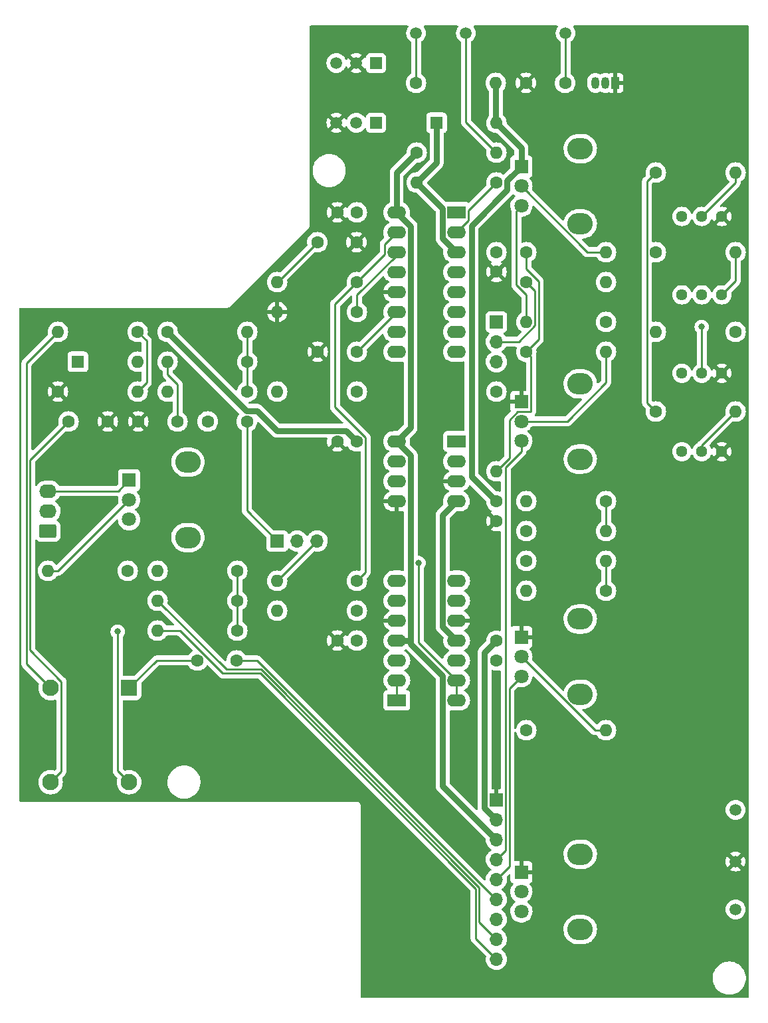
<source format=gtl>
G04 #@! TF.GenerationSoftware,KiCad,Pcbnew,6.0.1-79c1e3a40b~116~ubuntu20.04.1*
G04 #@! TF.CreationDate,2022-01-30T07:26:04-05:00*
G04 #@! TF.ProjectId,herovco_front,6865726f-7663-46f5-9f66-726f6e742e6b,rev?*
G04 #@! TF.SameCoordinates,Original*
G04 #@! TF.FileFunction,Copper,L1,Top*
G04 #@! TF.FilePolarity,Positive*
%FSLAX46Y46*%
G04 Gerber Fmt 4.6, Leading zero omitted, Abs format (unit mm)*
G04 Created by KiCad (PCBNEW 6.0.1-79c1e3a40b~116~ubuntu20.04.1) date 2022-01-30 07:26:04*
%MOMM*%
%LPD*%
G01*
G04 APERTURE LIST*
G04 Aperture macros list*
%AMRoundRect*
0 Rectangle with rounded corners*
0 $1 Rounding radius*
0 $2 $3 $4 $5 $6 $7 $8 $9 X,Y pos of 4 corners*
0 Add a 4 corners polygon primitive as box body*
4,1,4,$2,$3,$4,$5,$6,$7,$8,$9,$2,$3,0*
0 Add four circle primitives for the rounded corners*
1,1,$1+$1,$2,$3*
1,1,$1+$1,$4,$5*
1,1,$1+$1,$6,$7*
1,1,$1+$1,$8,$9*
0 Add four rect primitives between the rounded corners*
20,1,$1+$1,$2,$3,$4,$5,0*
20,1,$1+$1,$4,$5,$6,$7,0*
20,1,$1+$1,$6,$7,$8,$9,0*
20,1,$1+$1,$8,$9,$2,$3,0*%
G04 Aperture macros list end*
G04 #@! TA.AperFunction,ComponentPad*
%ADD10C,1.500000*%
G04 #@! TD*
G04 #@! TA.AperFunction,ComponentPad*
%ADD11C,1.440000*%
G04 #@! TD*
G04 #@! TA.AperFunction,ComponentPad*
%ADD12O,3.240000X2.720000*%
G04 #@! TD*
G04 #@! TA.AperFunction,ComponentPad*
%ADD13R,1.800000X1.800000*%
G04 #@! TD*
G04 #@! TA.AperFunction,ComponentPad*
%ADD14C,1.800000*%
G04 #@! TD*
G04 #@! TA.AperFunction,ComponentPad*
%ADD15C,2.100000*%
G04 #@! TD*
G04 #@! TA.AperFunction,ComponentPad*
%ADD16RoundRect,0.250001X-0.799999X-0.799999X0.799999X-0.799999X0.799999X0.799999X-0.799999X0.799999X0*%
G04 #@! TD*
G04 #@! TA.AperFunction,ComponentPad*
%ADD17C,1.600000*%
G04 #@! TD*
G04 #@! TA.AperFunction,ComponentPad*
%ADD18O,1.600000X1.600000*%
G04 #@! TD*
G04 #@! TA.AperFunction,ComponentPad*
%ADD19R,2.400000X1.600000*%
G04 #@! TD*
G04 #@! TA.AperFunction,ComponentPad*
%ADD20O,2.400000X1.600000*%
G04 #@! TD*
G04 #@! TA.AperFunction,ComponentPad*
%ADD21R,1.050000X1.500000*%
G04 #@! TD*
G04 #@! TA.AperFunction,ComponentPad*
%ADD22O,1.050000X1.500000*%
G04 #@! TD*
G04 #@! TA.AperFunction,ComponentPad*
%ADD23R,1.600000X1.600000*%
G04 #@! TD*
G04 #@! TA.AperFunction,ComponentPad*
%ADD24R,1.700000X1.700000*%
G04 #@! TD*
G04 #@! TA.AperFunction,ComponentPad*
%ADD25O,1.700000X1.700000*%
G04 #@! TD*
G04 #@! TA.AperFunction,ComponentPad*
%ADD26RoundRect,0.250000X0.850000X-0.620000X0.850000X0.620000X-0.850000X0.620000X-0.850000X-0.620000X0*%
G04 #@! TD*
G04 #@! TA.AperFunction,ComponentPad*
%ADD27O,2.200000X1.740000*%
G04 #@! TD*
G04 #@! TA.AperFunction,ComponentPad*
%ADD28R,1.500000X1.500000*%
G04 #@! TD*
G04 #@! TA.AperFunction,ViaPad*
%ADD29C,0.800000*%
G04 #@! TD*
G04 #@! TA.AperFunction,Conductor*
%ADD30C,0.750000*%
G04 #@! TD*
G04 #@! TA.AperFunction,Conductor*
%ADD31C,0.250000*%
G04 #@! TD*
G04 APERTURE END LIST*
D10*
G04 #@! TO.P,TP3,1,1*
G04 #@! TO.N,Board_0--12V*
X194789997Y-150739997D03*
G04 #@! TD*
D11*
G04 #@! TO.P,RV2,1,1*
G04 #@! TO.N,Board_0-Net-(R2-Pad2)*
X193039997Y-72349997D03*
G04 #@! TO.P,RV2,2,2*
G04 #@! TO.N,Board_0--5V*
X190499997Y-72349997D03*
G04 #@! TO.P,RV2,3,3*
X187959997Y-72349997D03*
G04 #@! TD*
D10*
G04 #@! TO.P,TP5,1,1*
G04 #@! TO.N,Board_0-GND*
X194789997Y-144629997D03*
G04 #@! TD*
D12*
G04 #@! TO.P,RV3,*
G04 #@! TO.N,*
X174999997Y-113699997D03*
X174999997Y-123299997D03*
D13*
G04 #@! TO.P,RV3,1,1*
G04 #@! TO.N,Board_0-GND*
X167499997Y-115999997D03*
D14*
G04 #@! TO.P,RV3,2,2*
G04 #@! TO.N,Board_0-/Front PCB/FREQ_CV*
X167499997Y-118499997D03*
G04 #@! TO.P,RV3,3,3*
G04 #@! TO.N,Board_0-/Front PCB/CV_IN*
X167499997Y-120999997D03*
G04 #@! TD*
D15*
G04 #@! TO.P,J8,1,Pin_1*
G04 #@! TO.N,Board_0-/Front PCB/HARD_SYNCA*
X107499997Y-122499997D03*
G04 #@! TD*
G04 #@! TO.P,J6,1,Pin_1*
G04 #@! TO.N,Board_0-/Front PCB/SOFT_SYNCA*
X117499997Y-134499997D03*
G04 #@! TD*
D10*
G04 #@! TO.P,TP6,1,1*
G04 #@! TO.N,Board_0--5V*
X173119997Y-38979997D03*
G04 #@! TD*
D16*
G04 #@! TO.P,J5,1,Pin_1*
G04 #@! TO.N,Board_0-/Front PCB/SYNCA*
X117499997Y-122499997D03*
G04 #@! TD*
D15*
G04 #@! TO.P,J7,1,Pin_1*
G04 #@! TO.N,Board_0-/Front PCB/SOFT_SYNC_OFF*
X107499997Y-134499997D03*
G04 #@! TD*
D10*
G04 #@! TO.P,TP1,1,1*
G04 #@! TO.N,Board_0-+12V*
X194789997Y-138039997D03*
G04 #@! TD*
D12*
G04 #@! TO.P,RV7,*
G04 #@! TO.N,*
X174999997Y-63299997D03*
X174999997Y-53699997D03*
D13*
G04 #@! TO.P,RV7,1,1*
G04 #@! TO.N,Board_0--12V*
X167499997Y-55999997D03*
D14*
G04 #@! TO.P,RV7,2,2*
G04 #@! TO.N,Board_0-/Front PCB/PULSE_WIDTH*
X167499997Y-58499997D03*
G04 #@! TO.P,RV7,3,3*
G04 #@! TO.N,Board_0-+12V*
X167499997Y-60999997D03*
G04 #@! TD*
D12*
G04 #@! TO.P,RV1,*
G04 #@! TO.N,*
X124999997Y-103299997D03*
X124999997Y-93699997D03*
D13*
G04 #@! TO.P,RV1,1,1*
G04 #@! TO.N,Board_0-/Front PCB/-5V_REF*
X117499997Y-95999997D03*
D14*
G04 #@! TO.P,RV1,2,2*
G04 #@! TO.N,Board_0-/Front PCB/FINE_TUNE*
X117499997Y-98499997D03*
G04 #@! TO.P,RV1,3,3*
G04 #@! TO.N,Board_0-/Front PCB/+5V_REF*
X117499997Y-100999997D03*
G04 #@! TD*
D10*
G04 #@! TO.P,TP2,1,1*
G04 #@! TO.N,Board_0-/Front PCB/+5V_REF*
X160419997Y-38979997D03*
G04 #@! TD*
D11*
G04 #@! TO.P,RV9,1,1*
G04 #@! TO.N,Board_0-GND*
X193039997Y-82349997D03*
G04 #@! TO.P,RV9,2,2*
G04 #@! TO.N,Board_0-PWM_IN*
X190499997Y-82349997D03*
G04 #@! TO.P,RV9,3,3*
G04 #@! TO.N,Board_0-Net-(R29-Pad1)*
X187959997Y-82349997D03*
G04 #@! TD*
G04 #@! TO.P,RV6,1,1*
G04 #@! TO.N,Board_0-GND*
X193039997Y-62349997D03*
G04 #@! TO.P,RV6,2,2*
G04 #@! TO.N,Board_0-/Front PCB/CENTER_FREQ*
X190499997Y-62349997D03*
G04 #@! TO.P,RV6,3,3*
G04 #@! TO.N,Board_0-/Front PCB/+5V_REF*
X187959997Y-62349997D03*
G04 #@! TD*
D12*
G04 #@! TO.P,RV8,*
G04 #@! TO.N,*
X174999997Y-83699997D03*
X174999997Y-93299997D03*
D13*
G04 #@! TO.P,RV8,1,1*
G04 #@! TO.N,Board_0-GND*
X167499997Y-85999997D03*
D14*
G04 #@! TO.P,RV8,2,2*
G04 #@! TO.N,Board_0-/Front PCB/PWM*
X167499997Y-88499997D03*
G04 #@! TO.P,RV8,3,3*
G04 #@! TO.N,Board_0-/Front PCB/PWMIN*
X167499997Y-90999997D03*
G04 #@! TD*
D11*
G04 #@! TO.P,RV5,1,1*
G04 #@! TO.N,Board_0-GND*
X193039997Y-92349997D03*
G04 #@! TO.P,RV5,2,2*
G04 #@! TO.N,Board_0-/Front PCB/HI_FREQ_TRACK*
X190499997Y-92349997D03*
G04 #@! TO.P,RV5,3,3*
G04 #@! TO.N,Board_0-HFT*
X187959997Y-92349997D03*
G04 #@! TD*
D10*
G04 #@! TO.P,TP4,1,1*
G04 #@! TO.N,Board_0-/Front PCB/-5V_REF*
X154069997Y-38979997D03*
G04 #@! TD*
D12*
G04 #@! TO.P,RV4,*
G04 #@! TO.N,*
X174999997Y-153299997D03*
X174999997Y-143699997D03*
D13*
G04 #@! TO.P,RV4,1,1*
G04 #@! TO.N,Board_0-GND*
X167499997Y-145999997D03*
D14*
G04 #@! TO.P,RV4,2,2*
G04 #@! TO.N,Board_0-/Front PCB/LIN_FM_CV*
X167499997Y-148499997D03*
G04 #@! TO.P,RV4,3,3*
G04 #@! TO.N,Board_0-/Front PCB/LIN_FM_IN*
X167499997Y-150999997D03*
G04 #@! TD*
D17*
G04 #@! TO.P,R25,1*
G04 #@! TO.N,Board_0-Net-(R25-Pad1)*
X168119997Y-66919997D03*
D18*
G04 #@! TO.P,R25,2*
G04 #@! TO.N,Board_0-/Front PCB/PULSE_WIDTH*
X178279997Y-66919997D03*
G04 #@! TD*
D17*
G04 #@! TO.P,C7,1*
G04 #@! TO.N,Board_0-/Front PCB/SYNCA*
X126209997Y-118989997D03*
G04 #@! TO.P,C7,2*
G04 #@! TO.N,Board_0-/Front PCB/SYNC*
X131209997Y-118989997D03*
G04 #@! TD*
G04 #@! TO.P,C8,1*
G04 #@! TO.N,Board_0-Net-(C8-Pad1)*
X141489997Y-65649997D03*
G04 #@! TO.P,C8,2*
G04 #@! TO.N,Board_0-GND*
X146489997Y-65649997D03*
G04 #@! TD*
G04 #@! TO.P,R14,1*
G04 #@! TO.N,Board_0-+12V*
X122399997Y-77079997D03*
D18*
G04 #@! TO.P,R14,2*
G04 #@! TO.N,Board_0-LIN_FM*
X132559997Y-77079997D03*
G04 #@! TD*
D17*
G04 #@! TO.P,C5,1*
G04 #@! TO.N,Board_0-GND*
X164309997Y-118989997D03*
G04 #@! TO.P,C5,2*
G04 #@! TO.N,Board_0--12V*
X164309997Y-116489997D03*
G04 #@! TD*
G04 #@! TO.P,R1,1*
G04 #@! TO.N,Board_0-/Front PCB/PULSE_OUT*
X168119997Y-70729997D03*
D18*
G04 #@! TO.P,R1,2*
G04 #@! TO.N,Board_0-PWM_IN*
X178279997Y-70729997D03*
G04 #@! TD*
D17*
G04 #@! TO.P,C9,1*
G04 #@! TO.N,Board_0-GND*
X141529997Y-79619997D03*
G04 #@! TO.P,C9,2*
G04 #@! TO.N,Board_0-Net-(C9-Pad2)*
X146529997Y-79619997D03*
G04 #@! TD*
G04 #@! TO.P,R28,1*
G04 #@! TO.N,Board_0-Net-(R27-Pad2)*
X164309997Y-84699997D03*
D18*
G04 #@! TO.P,R28,2*
G04 #@! TO.N,Board_0-Net-(R25-Pad1)*
X164309997Y-94859997D03*
G04 #@! TD*
D17*
G04 #@! TO.P,R2,1*
G04 #@! TO.N,Board_0-Net-(R2-Pad1)*
X184629997Y-66919997D03*
D18*
G04 #@! TO.P,R2,2*
G04 #@! TO.N,Board_0-Net-(R2-Pad2)*
X194789997Y-66919997D03*
G04 #@! TD*
D19*
G04 #@! TO.P,U2,1*
G04 #@! TO.N,Board_0-Net-(R27-Pad2)*
X159219997Y-91049997D03*
D20*
G04 #@! TO.P,U2,2,-*
G04 #@! TO.N,Board_0-Net-(R25-Pad1)*
X159219997Y-93589997D03*
G04 #@! TO.P,U2,3,+*
G04 #@! TO.N,Board_0-GND*
X159219997Y-96129997D03*
G04 #@! TO.P,U2,4,V-*
G04 #@! TO.N,Board_0--12V*
X159219997Y-98669997D03*
G04 #@! TO.P,U2,5,+*
G04 #@! TO.N,Board_0-GND*
X151599997Y-98669997D03*
G04 #@! TO.P,U2,6,-*
G04 #@! TO.N,Board_0-Net-(R27-Pad1)*
X151599997Y-96129997D03*
G04 #@! TO.P,U2,7*
G04 #@! TO.N,Board_0-/Front PCB/LINK_OUT_PW*
X151599997Y-93589997D03*
G04 #@! TO.P,U2,8,V+*
G04 #@! TO.N,Board_0-+12V*
X151599997Y-91049997D03*
G04 #@! TD*
D17*
G04 #@! TO.P,R4,1*
G04 #@! TO.N,Board_0-Net-(R10-Pad2)*
X131289997Y-107559997D03*
D18*
G04 #@! TO.P,R4,2*
G04 #@! TO.N,Board_0-Net-(R4-Pad2)*
X121129997Y-107559997D03*
G04 #@! TD*
D17*
G04 #@! TO.P,R15,1*
G04 #@! TO.N,Board_0-LIN_FM*
X132559997Y-80889997D03*
D18*
G04 #@! TO.P,R15,2*
G04 #@! TO.N,Board_0-Net-(C11-Pad1)*
X122399997Y-80889997D03*
G04 #@! TD*
D17*
G04 #@! TO.P,R3,1*
G04 #@! TO.N,Board_0-Net-(R3-Pad1)*
X164309997Y-58029997D03*
D18*
G04 #@! TO.P,R3,2*
G04 #@! TO.N,Board_0--5V*
X154149997Y-58029997D03*
G04 #@! TD*
D17*
G04 #@! TO.P,C11,1*
G04 #@! TO.N,Board_0-Net-(C11-Pad1)*
X123669997Y-88509997D03*
G04 #@! TO.P,C11,2*
G04 #@! TO.N,Board_0-GND*
X118669997Y-88509997D03*
G04 #@! TD*
G04 #@! TO.P,C12,1*
G04 #@! TO.N,Board_0-GND*
X114779997Y-88509997D03*
G04 #@! TO.P,C12,2*
G04 #@! TO.N,Board_0-/Front PCB/SOFT_SYNC_OFF*
X109779997Y-88509997D03*
G04 #@! TD*
D21*
G04 #@! TO.P,U6,1,GND*
G04 #@! TO.N,Board_0-GND*
X179469997Y-45329997D03*
D22*
G04 #@! TO.P,U6,2,VI*
G04 #@! TO.N,Board_0--12V*
X178199997Y-45329997D03*
G04 #@! TO.P,U6,3,VO*
G04 #@! TO.N,Board_0--5V*
X176929997Y-45329997D03*
G04 #@! TD*
D17*
G04 #@! TO.P,C4,1*
G04 #@! TO.N,Board_0-+12V*
X146529997Y-116449997D03*
G04 #@! TO.P,C4,2*
G04 #@! TO.N,Board_0-GND*
X144029997Y-116449997D03*
G04 #@! TD*
G04 #@! TO.P,R13,1*
G04 #@! TO.N,Board_0-Net-(R13-Pad1)*
X146529997Y-74539997D03*
D18*
G04 #@! TO.P,R13,2*
G04 #@! TO.N,Board_0-GND*
X136369997Y-74539997D03*
G04 #@! TD*
D23*
G04 #@! TO.P,D2,1,K*
G04 #@! TO.N,Board_0--5V*
X156689997Y-50409997D03*
D18*
G04 #@! TO.P,D2,2,A*
G04 #@! TO.N,Board_0--12V*
X164309997Y-50409997D03*
G04 #@! TD*
D17*
G04 #@! TO.P,R19,1*
G04 #@! TO.N,Board_0-CV_NODE*
X184629997Y-87239997D03*
D18*
G04 #@! TO.P,R19,2*
G04 #@! TO.N,Board_0-/Front PCB/HI_FREQ_TRACK*
X194789997Y-87239997D03*
G04 #@! TD*
D24*
G04 #@! TO.P,J2,1,Pin_1*
G04 #@! TO.N,Board_0-/Front PCB/TRIANGLE_OUT*
X164309997Y-75809997D03*
D25*
G04 #@! TO.P,J2,2,Pin_2*
G04 #@! TO.N,Board_0-/Front PCB/PULSE_OUT*
X164309997Y-78349997D03*
G04 #@! TO.P,J2,3,Pin_3*
G04 #@! TO.N,Board_0-/Front PCB/SAW_OUT*
X164309997Y-80889997D03*
G04 #@! TD*
D19*
G04 #@! TO.P,U3,1,Scale1*
G04 #@! TO.N,Board_0-Net-(R2-Pad1)*
X159219997Y-61829997D03*
D20*
G04 #@! TO.P,U3,2,Scale2*
G04 #@! TO.N,Board_0-Net-(R3-Pad1)*
X159219997Y-64369997D03*
G04 #@! TO.P,U3,3,VEE*
G04 #@! TO.N,Board_0--5V*
X159219997Y-66909997D03*
G04 #@! TO.P,U3,4,Pulse_Output*
G04 #@! TO.N,Board_0-/Front PCB/PULSE_OUT*
X159219997Y-69449997D03*
G04 #@! TO.P,U3,5,PWM_Input*
G04 #@! TO.N,Board_0-PWM_IN*
X159219997Y-71989997D03*
G04 #@! TO.P,U3,6,Hard_Sync*
G04 #@! TO.N,Board_0-HARD_SYNC*
X159219997Y-74529997D03*
G04 #@! TO.P,U3,7,HFT*
G04 #@! TO.N,Board_0-HFT*
X159219997Y-77069997D03*
G04 #@! TO.P,U3,8,Saw_Output*
G04 #@! TO.N,Board_0-/Front PCB/SAW_OUT*
X159219997Y-79609997D03*
G04 #@! TO.P,U3,9,Soft_Sync*
G04 #@! TO.N,Board_0-SOFT_SYNC*
X151599997Y-79609997D03*
G04 #@! TO.P,U3,10,Triangle_Output*
G04 #@! TO.N,Board_0-/Front PCB/TRIANGLE_OUT*
X151599997Y-77069997D03*
G04 #@! TO.P,U3,11,Cap*
G04 #@! TO.N,Board_0-Net-(C9-Pad2)*
X151599997Y-74529997D03*
G04 #@! TO.P,U3,12,GND*
G04 #@! TO.N,Board_0-GND*
X151599997Y-71989997D03*
G04 #@! TO.P,U3,13,Linear_FM*
G04 #@! TO.N,Board_0-LIN_FM*
X151599997Y-69449997D03*
G04 #@! TO.P,U3,14,Scale*
G04 #@! TO.N,Board_0-Net-(R13-Pad1)*
X151599997Y-66909997D03*
G04 #@! TO.P,U3,15,Freq_CV*
G04 #@! TO.N,Board_0-CV_NODE*
X151599997Y-64369997D03*
G04 #@! TO.P,U3,16,VCC*
G04 #@! TO.N,Board_0-+12V*
X151599997Y-61829997D03*
G04 #@! TD*
D17*
G04 #@! TO.P,R22,1*
G04 #@! TO.N,Board_0-GND*
X108429997Y-84699997D03*
D18*
G04 #@! TO.P,R22,2*
G04 #@! TO.N,Board_0-Net-(D1-Pad1)*
X118589997Y-84699997D03*
G04 #@! TD*
D17*
G04 #@! TO.P,R30,1*
G04 #@! TO.N,Board_0-Net-(R29-Pad1)*
X194789997Y-77079997D03*
D18*
G04 #@! TO.P,R30,2*
G04 #@! TO.N,Board_0-Net-(R27-Pad2)*
X184629997Y-77079997D03*
G04 #@! TD*
D17*
G04 #@! TO.P,C1,1*
G04 #@! TO.N,Board_0--5V*
X164309997Y-66919997D03*
G04 #@! TO.P,C1,2*
G04 #@! TO.N,Board_0-GND*
X164309997Y-69419997D03*
G04 #@! TD*
G04 #@! TO.P,R5,1*
G04 #@! TO.N,Board_0-Net-(R10-Pad2)*
X131289997Y-115179997D03*
D18*
G04 #@! TO.P,R5,2*
G04 #@! TO.N,Board_0-/Front PCB/V_OCT*
X121129997Y-115179997D03*
G04 #@! TD*
D17*
G04 #@! TO.P,R6,1*
G04 #@! TO.N,Board_0-Net-(R10-Pad2)*
X131289997Y-111369997D03*
D18*
G04 #@! TO.P,R6,2*
G04 #@! TO.N,Board_0-/Front PCB/V_OCT2*
X121129997Y-111369997D03*
G04 #@! TD*
D17*
G04 #@! TO.P,R9,1*
G04 #@! TO.N,Board_0-Net-(R12-Pad2)*
X178279997Y-110099997D03*
D18*
G04 #@! TO.P,R9,2*
G04 #@! TO.N,Board_0-Net-(R10-Pad1)*
X168119997Y-110099997D03*
G04 #@! TD*
D17*
G04 #@! TO.P,R20,1*
G04 #@! TO.N,Board_0-CV_NODE*
X184629997Y-56759997D03*
D18*
G04 #@! TO.P,R20,2*
G04 #@! TO.N,Board_0-/Front PCB/CENTER_FREQ*
X194789997Y-56759997D03*
G04 #@! TD*
D24*
G04 #@! TO.P,J1,1,Pin_1*
G04 #@! TO.N,Board_0-GND*
X164309997Y-136769997D03*
D25*
G04 #@! TO.P,J1,2,Pin_2*
G04 #@! TO.N,Board_0--12V*
X164309997Y-139309997D03*
G04 #@! TO.P,J1,3,Pin_3*
G04 #@! TO.N,Board_0-+12V*
X164309997Y-141849997D03*
G04 #@! TO.P,J1,4,Pin_4*
G04 #@! TO.N,Board_0-/Front PCB/PWMIN*
X164309997Y-144389997D03*
G04 #@! TO.P,J1,5,Pin_5*
G04 #@! TO.N,Board_0-/Front PCB/CV_IN*
X164309997Y-146929997D03*
G04 #@! TO.P,J1,6,Pin_6*
G04 #@! TO.N,Board_0-/Front PCB/SYNC*
X164309997Y-149469997D03*
G04 #@! TO.P,J1,7,Pin_7*
G04 #@! TO.N,Board_0-/Front PCB/LIN_FM_IN*
X164309997Y-152009997D03*
G04 #@! TO.P,J1,8,Pin_8*
G04 #@! TO.N,Board_0-/Front PCB/V_OCT2*
X164309997Y-154549997D03*
G04 #@! TO.P,J1,9,Pin_9*
G04 #@! TO.N,Board_0-/Front PCB/V_OCT*
X164309997Y-157089997D03*
G04 #@! TD*
D17*
G04 #@! TO.P,R24,1*
G04 #@! TO.N,Board_0-/Front PCB/-5V_REF*
X154069997Y-45329997D03*
D18*
G04 #@! TO.P,R24,2*
G04 #@! TO.N,Board_0--12V*
X164229997Y-45329997D03*
G04 #@! TD*
D17*
G04 #@! TO.P,R31,1*
G04 #@! TO.N,Board_0-/Front PCB/LINK_OUT_PW*
X168119997Y-102479997D03*
D18*
G04 #@! TO.P,R31,2*
G04 #@! TO.N,Board_0-Net-(R27-Pad1)*
X178279997Y-102479997D03*
G04 #@! TD*
D17*
G04 #@! TO.P,R26,1*
G04 #@! TO.N,Board_0-Net-(R25-Pad1)*
X168119997Y-79619997D03*
D18*
G04 #@! TO.P,R26,2*
G04 #@! TO.N,Board_0-/Front PCB/PWM*
X178279997Y-79619997D03*
G04 #@! TD*
D23*
G04 #@! TO.P,D1,1,K*
G04 #@! TO.N,Board_0-Net-(D1-Pad1)*
X110969997Y-80889997D03*
D18*
G04 #@! TO.P,D1,2,A*
G04 #@! TO.N,Board_0-HARD_SYNC*
X118589997Y-80889997D03*
G04 #@! TD*
D17*
G04 #@! TO.P,R11,1*
G04 #@! TO.N,Board_0-CV_NODE*
X146529997Y-70729997D03*
D18*
G04 #@! TO.P,R11,2*
G04 #@! TO.N,Board_0-Net-(C8-Pad1)*
X136369997Y-70729997D03*
G04 #@! TD*
D19*
G04 #@! TO.P,U1,1*
G04 #@! TO.N,Board_0-Net-(R4-Pad2)*
X151619997Y-124069997D03*
D20*
G04 #@! TO.P,U1,2,-*
X151619997Y-121529997D03*
G04 #@! TO.P,U1,3,+*
G04 #@! TO.N,Board_0-/Front PCB/OCTAVE*
X151619997Y-118989997D03*
G04 #@! TO.P,U1,4,V+*
G04 #@! TO.N,Board_0-+12V*
X151619997Y-116449997D03*
G04 #@! TO.P,U1,5,+*
G04 #@! TO.N,Board_0-GND*
X151619997Y-113909997D03*
G04 #@! TO.P,U1,6,-*
G04 #@! TO.N,Board_0-Net-(R10-Pad2)*
X151619997Y-111369997D03*
G04 #@! TO.P,U1,7*
G04 #@! TO.N,Board_0-Net-(R10-Pad1)*
X151619997Y-108829997D03*
G04 #@! TO.P,U1,8*
G04 #@! TO.N,Board_0-/Front PCB/CV_SUM*
X159239997Y-108829997D03*
G04 #@! TO.P,U1,9,-*
G04 #@! TO.N,Board_0-Net-(R12-Pad2)*
X159239997Y-111369997D03*
G04 #@! TO.P,U1,10,+*
G04 #@! TO.N,Board_0-GND*
X159239997Y-113909997D03*
G04 #@! TO.P,U1,11,V-*
G04 #@! TO.N,Board_0--12V*
X159239997Y-116449997D03*
G04 #@! TO.P,U1,12,+*
G04 #@! TO.N,Board_0-/Front PCB/LIN_FM_CV*
X159239997Y-118989997D03*
G04 #@! TO.P,U1,13,-*
G04 #@! TO.N,Board_0-/Front PCB/LINK_OUT_FM*
X159239997Y-121529997D03*
G04 #@! TO.P,U1,14*
X159239997Y-124069997D03*
G04 #@! TD*
D26*
G04 #@! TO.P,J4,1,Pin_1*
G04 #@! TO.N,Board_0-/Front PCB/+5V_REF*
X107159997Y-102479997D03*
D27*
G04 #@! TO.P,J4,2,Pin_2*
G04 #@! TO.N,Board_0-/Front PCB/OCTAVE*
X107159997Y-99939997D03*
G04 #@! TO.P,J4,3,Pin_3*
G04 #@! TO.N,Board_0-/Front PCB/-5V_REF*
X107159997Y-97399997D03*
G04 #@! TD*
D17*
G04 #@! TO.P,R27,1*
G04 #@! TO.N,Board_0-Net-(R27-Pad1)*
X178279997Y-98669997D03*
D18*
G04 #@! TO.P,R27,2*
G04 #@! TO.N,Board_0-Net-(R27-Pad2)*
X168119997Y-98669997D03*
G04 #@! TD*
D17*
G04 #@! TO.P,C13,1*
G04 #@! TO.N,Board_0-GND*
X168079997Y-45329997D03*
G04 #@! TO.P,C13,2*
G04 #@! TO.N,Board_0--5V*
X173079997Y-45329997D03*
G04 #@! TD*
G04 #@! TO.P,C6,1*
G04 #@! TO.N,Board_0-+12V*
X146529997Y-61839997D03*
G04 #@! TO.P,C6,2*
G04 #@! TO.N,Board_0-GND*
X144029997Y-61839997D03*
G04 #@! TD*
G04 #@! TO.P,R10,1*
G04 #@! TO.N,Board_0-Net-(R10-Pad1)*
X146529997Y-112639997D03*
D18*
G04 #@! TO.P,R10,2*
G04 #@! TO.N,Board_0-Net-(R10-Pad2)*
X136369997Y-112639997D03*
G04 #@! TD*
D17*
G04 #@! TO.P,R23,1*
G04 #@! TO.N,Board_0-+12V*
X154149997Y-54219997D03*
D18*
G04 #@! TO.P,R23,2*
G04 #@! TO.N,Board_0-/Front PCB/+5V_REF*
X164309997Y-54219997D03*
G04 #@! TD*
D17*
G04 #@! TO.P,R18,1*
G04 #@! TO.N,Board_0-LIN_FM*
X132559997Y-84699997D03*
D18*
G04 #@! TO.P,R18,2*
G04 #@! TO.N,Board_0-Net-(C10-Pad1)*
X122399997Y-84699997D03*
G04 #@! TD*
D28*
G04 #@! TO.P,U4,1*
G04 #@! TO.N,N/C*
X148989997Y-50409997D03*
D10*
G04 #@! TO.P,U4,2,K*
G04 #@! TO.N,Board_0-/Front PCB/+5V_REF*
X146449997Y-50409997D03*
G04 #@! TO.P,U4,3,A*
G04 #@! TO.N,Board_0-GND*
X143909997Y-50409997D03*
G04 #@! TD*
D24*
G04 #@! TO.P,J3,1,Pin_1*
G04 #@! TO.N,Board_0-/Front PCB/LINK_OUT_FM*
X136384997Y-103749997D03*
D25*
G04 #@! TO.P,J3,2,Pin_2*
G04 #@! TO.N,Board_0-/Front PCB/LINK_OUT_PW*
X138924997Y-103749997D03*
G04 #@! TO.P,J3,3,Pin_3*
G04 #@! TO.N,Board_0-/Front PCB/CV_SUM*
X141464997Y-103749997D03*
G04 #@! TD*
D17*
G04 #@! TO.P,C10,1*
G04 #@! TO.N,Board_0-Net-(C10-Pad1)*
X127519997Y-88509997D03*
G04 #@! TO.P,C10,2*
G04 #@! TO.N,Board_0-/Front PCB/LINK_OUT_FM*
X132519997Y-88509997D03*
G04 #@! TD*
G04 #@! TO.P,C3,1*
G04 #@! TO.N,Board_0-GND*
X164309997Y-101209997D03*
G04 #@! TO.P,C3,2*
G04 #@! TO.N,Board_0--12V*
X164309997Y-98709997D03*
G04 #@! TD*
G04 #@! TO.P,R16,1*
G04 #@! TO.N,Board_0-Net-(D1-Pad1)*
X118589997Y-77079997D03*
D18*
G04 #@! TO.P,R16,2*
G04 #@! TO.N,Board_0-/Front PCB/HARD_SYNCA*
X108429997Y-77079997D03*
G04 #@! TD*
D17*
G04 #@! TO.P,R8,1*
G04 #@! TO.N,Board_0-Net-(R10-Pad2)*
X168119997Y-127879997D03*
D18*
G04 #@! TO.P,R8,2*
G04 #@! TO.N,Board_0-/Front PCB/FREQ_CV*
X178279997Y-127879997D03*
G04 #@! TD*
D17*
G04 #@! TO.P,R21,1*
G04 #@! TO.N,Board_0-CV_NODE*
X146529997Y-108829997D03*
D18*
G04 #@! TO.P,R21,2*
G04 #@! TO.N,Board_0-/Front PCB/CV_SUM*
X136369997Y-108829997D03*
G04 #@! TD*
D28*
G04 #@! TO.P,U5,1*
G04 #@! TO.N,N/C*
X148989997Y-42789997D03*
D10*
G04 #@! TO.P,U5,2,K*
G04 #@! TO.N,Board_0-GND*
X146449997Y-42789997D03*
G04 #@! TO.P,U5,3,A*
G04 #@! TO.N,Board_0-/Front PCB/-5V_REF*
X143909997Y-42789997D03*
G04 #@! TD*
D17*
G04 #@! TO.P,R12,1*
G04 #@! TO.N,Board_0-/Front PCB/CV_SUM*
X168119997Y-106289997D03*
D18*
G04 #@! TO.P,R12,2*
G04 #@! TO.N,Board_0-Net-(R12-Pad2)*
X178279997Y-106289997D03*
G04 #@! TD*
D17*
G04 #@! TO.P,R7,1*
G04 #@! TO.N,Board_0-Net-(R10-Pad2)*
X117319997Y-107559997D03*
D18*
G04 #@! TO.P,R7,2*
G04 #@! TO.N,Board_0-/Front PCB/FINE_TUNE*
X107159997Y-107559997D03*
G04 #@! TD*
D17*
G04 #@! TO.P,R29,1*
G04 #@! TO.N,Board_0-Net-(R29-Pad1)*
X178279997Y-75809997D03*
D18*
G04 #@! TO.P,R29,2*
G04 #@! TO.N,Board_0-+12V*
X168119997Y-75809997D03*
G04 #@! TD*
D17*
G04 #@! TO.P,R17,1*
G04 #@! TO.N,Board_0-SOFT_SYNC*
X146529997Y-84699997D03*
D18*
G04 #@! TO.P,R17,2*
G04 #@! TO.N,Board_0-/Front PCB/SOFT_SYNCA*
X136369997Y-84699997D03*
G04 #@! TD*
D17*
G04 #@! TO.P,C2,1*
G04 #@! TO.N,Board_0-+12V*
X146529997Y-91049997D03*
G04 #@! TO.P,C2,2*
G04 #@! TO.N,Board_0-GND*
X144029997Y-91049997D03*
G04 #@! TD*
D29*
G04 #@! TO.N,Board_0-/Front PCB/LINK_OUT_FM*
X154403997Y-106543997D03*
G04 #@! TO.N,Board_0-/Front PCB/SOFT_SYNCA*
X116049997Y-115306997D03*
G04 #@! TO.N,Board_0-PWM_IN*
X190471997Y-76444997D03*
G04 #@! TD*
D30*
G04 #@! TO.N,Board_0-+12V*
X151599997Y-91049997D02*
X153374517Y-89275477D01*
D31*
X166849997Y-71110997D02*
X168119997Y-72380997D01*
D30*
X151599997Y-61829997D02*
X151599997Y-56769997D01*
X157465477Y-135005477D02*
X164309997Y-141849997D01*
X132455486Y-87135486D02*
X122399997Y-77079997D01*
X153133997Y-116449997D02*
X153394517Y-116189477D01*
D31*
X167499997Y-60999997D02*
X166849997Y-61649997D01*
D30*
X136329997Y-89675486D02*
X133789997Y-87135486D01*
X151599997Y-91049997D02*
X153394517Y-92844517D01*
X153394517Y-116837517D02*
X157465477Y-120908477D01*
X157465477Y-120908477D02*
X157465477Y-135005477D01*
D31*
X166849997Y-61649997D02*
X166849997Y-71110997D01*
X168119997Y-72380997D02*
X168119997Y-75809997D01*
D30*
X153374517Y-63604517D02*
X151599997Y-61829997D01*
X151619997Y-116449997D02*
X153133997Y-116449997D01*
X133789997Y-87135486D02*
X132455486Y-87135486D01*
X151599997Y-56769997D02*
X154149997Y-54219997D01*
X146529997Y-91049997D02*
X145155486Y-89675486D01*
X153374517Y-89275477D02*
X153374517Y-63604517D01*
X153394517Y-92844517D02*
X153394517Y-116189477D01*
X145155486Y-89675486D02*
X136329997Y-89675486D01*
X153394517Y-116189477D02*
X153394517Y-116837517D01*
G04 #@! TO.N,Board_0--12V*
X167499997Y-53599997D02*
X167499997Y-55999997D01*
X162785997Y-137785997D02*
X164309997Y-139309997D01*
X164229997Y-45329997D02*
X164229997Y-50329997D01*
X165684508Y-59003765D02*
X161134997Y-63553276D01*
X157465477Y-114675477D02*
X159239997Y-116449997D01*
X162785997Y-118013997D02*
X162785997Y-137785997D01*
X165684508Y-57815486D02*
X165684508Y-59003765D01*
X157465477Y-100424517D02*
X157465477Y-114675477D01*
X164309997Y-116489997D02*
X162785997Y-118013997D01*
X159219997Y-98669997D02*
X157465477Y-100424517D01*
X161134997Y-63553276D02*
X161134997Y-95534997D01*
X167499997Y-55999997D02*
X165684508Y-57815486D01*
X161134997Y-95534997D02*
X164309997Y-98709997D01*
X164309997Y-50409997D02*
X167499997Y-53599997D01*
G04 #@! TO.N,Board_0--5V*
X154149997Y-58029997D02*
X157445486Y-61325486D01*
X156689997Y-55489997D02*
X154149997Y-58029997D01*
D31*
X173119997Y-38979997D02*
X173119997Y-45289997D01*
X173119997Y-45289997D02*
X173079997Y-45329997D01*
D30*
X157445486Y-61325486D02*
X157445486Y-65135486D01*
X156689997Y-50409997D02*
X156689997Y-55489997D01*
X157445486Y-65135486D02*
X159219997Y-66909997D01*
D31*
G04 #@! TO.N,Board_0-/Front PCB/+5V_REF*
X164309997Y-54219997D02*
X160419997Y-50329997D01*
X160419997Y-50329997D02*
X160419997Y-38979997D01*
G04 #@! TO.N,Board_0-/Front PCB/-5V_REF*
X154069997Y-45329997D02*
X154069997Y-38979997D01*
X116099997Y-97399997D02*
X117499997Y-95999997D01*
X107159997Y-97399997D02*
X116099997Y-97399997D01*
G04 #@! TO.N,Board_0-/Front PCB/CENTER_FREQ*
X194789997Y-56759997D02*
X194789997Y-58059997D01*
X194789997Y-58059997D02*
X190499997Y-62349997D01*
G04 #@! TO.N,Board_0-/Front PCB/CV_IN*
X165960997Y-122538997D02*
X167499997Y-120999997D01*
X164309997Y-146929997D02*
X165960997Y-145278997D01*
X165960997Y-145278997D02*
X165960997Y-122538997D01*
G04 #@! TO.N,Board_0-/Front PCB/CV_SUM*
X141464997Y-103749997D02*
X136384997Y-108829997D01*
G04 #@! TO.N,Board_0-/Front PCB/FINE_TUNE*
X107159997Y-107559997D02*
X108439997Y-107559997D01*
X108439997Y-107559997D02*
X117499997Y-98499997D01*
G04 #@! TO.N,Board_0-/Front PCB/FREQ_CV*
X176879997Y-127879997D02*
X167499997Y-118499997D01*
X178279997Y-127879997D02*
X176879997Y-127879997D01*
G04 #@! TO.N,Board_0-/Front PCB/HARD_SYNCA*
X108429997Y-77079997D02*
X104424486Y-81085508D01*
X104424486Y-119424486D02*
X107499997Y-122499997D01*
X104424486Y-81085508D02*
X104424486Y-119424486D01*
G04 #@! TO.N,Board_0-/Front PCB/HI_FREQ_TRACK*
X190499997Y-91529997D02*
X190499997Y-92349997D01*
X194789997Y-87239997D02*
X190499997Y-91529997D01*
G04 #@! TO.N,Board_0-/Front PCB/LINK_OUT_FM*
X159239997Y-121529997D02*
X154403997Y-116693997D01*
X132519997Y-88509997D02*
X132519997Y-99884997D01*
X154403997Y-116693997D02*
X154403997Y-106543997D01*
X159239997Y-124069997D02*
X159239997Y-121529997D01*
X132519997Y-99884997D02*
X136384997Y-103749997D01*
G04 #@! TO.N,Board_0-/Front PCB/PULSE_OUT*
X169244508Y-76275786D02*
X167170297Y-78349997D01*
X168119997Y-70729997D02*
X169244508Y-71854508D01*
X169244508Y-71854508D02*
X169244508Y-76275786D01*
X167170297Y-78349997D02*
X164309997Y-78349997D01*
G04 #@! TO.N,Board_0-/Front PCB/PULSE_WIDTH*
X175919997Y-66919997D02*
X167499997Y-58499997D01*
X178279997Y-66919997D02*
X175919997Y-66919997D01*
G04 #@! TO.N,Board_0-/Front PCB/PWM*
X178279997Y-79619997D02*
X178279997Y-83556997D01*
X178279997Y-83556997D02*
X173336997Y-88499997D01*
X173336997Y-88499997D02*
X167499997Y-88499997D01*
G04 #@! TO.N,Board_0-/Front PCB/PWMIN*
X165484508Y-94321190D02*
X167499997Y-92305701D01*
X164309997Y-144389997D02*
X165484508Y-143215486D01*
X167499997Y-92305701D02*
X167499997Y-90999997D01*
X165484508Y-143215486D02*
X165484508Y-94321190D01*
G04 #@! TO.N,Board_0-/Front PCB/SOFT_SYNCA*
X116049997Y-133049997D02*
X116049997Y-115306997D01*
X117499997Y-134499997D02*
X116049997Y-133049997D01*
G04 #@! TO.N,Board_0-/Front PCB/SOFT_SYNC_OFF*
X108874508Y-121674508D02*
X108874508Y-133125486D01*
X104873997Y-117673997D02*
X108874508Y-121674508D01*
X108874508Y-133125486D02*
X107499997Y-134499997D01*
X109779997Y-88509997D02*
X104873997Y-93415997D01*
X104873997Y-93415997D02*
X104873997Y-117673997D01*
G04 #@! TO.N,Board_0-/Front PCB/SYNC*
X133829997Y-118989997D02*
X164309997Y-149469997D01*
X131209997Y-118989997D02*
X133829997Y-118989997D01*
G04 #@! TO.N,Board_0-/Front PCB/SYNCA*
X117499997Y-122499997D02*
X121009997Y-118989997D01*
X121009997Y-118989997D02*
X126209997Y-118989997D01*
G04 #@! TO.N,Board_0-/Front PCB/V_OCT*
X134209589Y-120640997D02*
X129451297Y-120640997D01*
X161667497Y-154447497D02*
X161667497Y-148098905D01*
X123990297Y-115179997D02*
X121129997Y-115179997D01*
X161667497Y-148098905D02*
X134209589Y-120640997D01*
X164309997Y-157089997D02*
X161667497Y-154447497D01*
X129451297Y-120640997D02*
X123990297Y-115179997D01*
G04 #@! TO.N,Board_0-/Front PCB/V_OCT2*
X164309997Y-154549997D02*
X162117008Y-152357008D01*
X134337293Y-120132997D02*
X129892997Y-120132997D01*
X129892997Y-120132997D02*
X121129997Y-111369997D01*
X162117008Y-152357008D02*
X162117007Y-147912711D01*
X162117007Y-147912711D02*
X134337293Y-120132997D01*
G04 #@! TO.N,Board_0-CV_NODE*
X150075477Y-67184517D02*
X146529997Y-70729997D01*
X183505486Y-57884508D02*
X183505486Y-86115486D01*
X143735997Y-86665697D02*
X147654508Y-90584208D01*
X143735997Y-73523997D02*
X143735997Y-86665697D01*
X183505486Y-86115486D02*
X184629997Y-87239997D01*
X151599997Y-64369997D02*
X150075477Y-65894517D01*
X146529997Y-70729997D02*
X143735997Y-73523997D01*
X147654508Y-107705486D02*
X146529997Y-108829997D01*
X184629997Y-56759997D02*
X183505486Y-57884508D01*
X147654508Y-90584208D02*
X147654508Y-107705486D01*
X150075477Y-65894517D02*
X150075477Y-67184517D01*
G04 #@! TO.N,Board_0-LIN_FM*
X132559997Y-80889997D02*
X132559997Y-84699997D01*
X132559997Y-77079997D02*
X132559997Y-80889997D01*
G04 #@! TO.N,Board_0-Net-(C11-Pad1)*
X123669997Y-83750297D02*
X123669997Y-88509997D01*
X122399997Y-80889997D02*
X122399997Y-82480297D01*
X122399997Y-82480297D02*
X123669997Y-83750297D01*
G04 #@! TO.N,Board_0-Net-(C8-Pad1)*
X141489997Y-65649997D02*
X136409997Y-70729997D01*
G04 #@! TO.N,Board_0-Net-(C9-Pad2)*
X151599997Y-74549997D02*
X146529997Y-79619997D01*
G04 #@! TO.N,Board_0-Net-(D1-Pad1)*
X119732997Y-78222997D02*
X119732997Y-83556997D01*
X119732997Y-83556997D02*
X118589997Y-84699997D01*
X118589997Y-77079997D02*
X119732997Y-78222997D01*
G04 #@! TO.N,Board_0-Net-(R10-Pad2)*
X131289997Y-111369997D02*
X131289997Y-115179997D01*
X131289997Y-107559997D02*
X131289997Y-111369997D01*
G04 #@! TO.N,Board_0-Net-(R12-Pad2)*
X178279997Y-106289997D02*
X178279997Y-110099997D01*
G04 #@! TO.N,Board_0-Net-(R13-Pad1)*
X151599997Y-67309997D02*
X146529997Y-72379997D01*
X146529997Y-72379997D02*
X146529997Y-74539997D01*
G04 #@! TO.N,Board_0-Net-(R2-Pad2)*
X194789997Y-70599997D02*
X193039997Y-72349997D01*
X194789997Y-66919997D02*
X194789997Y-70599997D01*
G04 #@! TO.N,Board_0-Net-(R25-Pad1)*
X167043765Y-87224508D02*
X165960997Y-88307276D01*
X168119997Y-69078997D02*
X169694018Y-70653018D01*
X168724508Y-80224508D02*
X168724508Y-87224508D01*
X169694018Y-78045976D02*
X168119997Y-79619997D01*
X168119997Y-79619997D02*
X168724508Y-80224508D01*
X168724508Y-87224508D02*
X167043765Y-87224508D01*
X165960997Y-93208997D02*
X164309997Y-94859997D01*
X168119997Y-66919997D02*
X168119997Y-69078997D01*
X169694018Y-70653018D02*
X169694018Y-78045976D01*
X165960997Y-88307276D02*
X165960997Y-93208997D01*
G04 #@! TO.N,Board_0-Net-(R27-Pad1)*
X178279997Y-98669997D02*
X178279997Y-102479997D01*
G04 #@! TO.N,Board_0-Net-(R3-Pad1)*
X164309997Y-58029997D02*
X160744508Y-61595486D01*
X160744508Y-61595486D02*
X160744508Y-62845486D01*
X160744508Y-62845486D02*
X159219997Y-64369997D01*
G04 #@! TO.N,Board_0-Net-(R4-Pad2)*
X151619997Y-124069997D02*
X151619997Y-121529997D01*
G04 #@! TO.N,Board_0-PWM_IN*
X190499997Y-82349997D02*
X190499997Y-76472997D01*
X190499997Y-76472997D02*
X190471997Y-76444997D01*
G04 #@! TD*
G04 #@! TA.AperFunction,Conductor*
G04 #@! TO.N,Board_0-GND*
G36*
X153040332Y-38027999D02*
G01*
X153086825Y-38081655D01*
X153096929Y-38151929D01*
X153075424Y-38206267D01*
X152975941Y-38348344D01*
X152973618Y-38353326D01*
X152973615Y-38353331D01*
X152926412Y-38454559D01*
X152882877Y-38547921D01*
X152825882Y-38760626D01*
X152806690Y-38979997D01*
X152825882Y-39199368D01*
X152882877Y-39412073D01*
X152885202Y-39417058D01*
X152973615Y-39606663D01*
X152973618Y-39606668D01*
X152975941Y-39611650D01*
X153102248Y-39792035D01*
X153257959Y-39947746D01*
X153262467Y-39950903D01*
X153262470Y-39950905D01*
X153315863Y-39988291D01*
X153382769Y-40035139D01*
X153427096Y-40090595D01*
X153436497Y-40138351D01*
X153436497Y-44110603D01*
X153416495Y-44178724D01*
X153382768Y-44213816D01*
X153230208Y-44320640D01*
X153230205Y-44320642D01*
X153225697Y-44323799D01*
X153063799Y-44485697D01*
X152932474Y-44673248D01*
X152930151Y-44678230D01*
X152930148Y-44678235D01*
X152838036Y-44875772D01*
X152835713Y-44880754D01*
X152834291Y-44886062D01*
X152834290Y-44886064D01*
X152784969Y-45070132D01*
X152776454Y-45101910D01*
X152756499Y-45329997D01*
X152776454Y-45558084D01*
X152777878Y-45563397D01*
X152777878Y-45563399D01*
X152831258Y-45762612D01*
X152835713Y-45779240D01*
X152838036Y-45784221D01*
X152838036Y-45784222D01*
X152930148Y-45981759D01*
X152930151Y-45981764D01*
X152932474Y-45986746D01*
X153063799Y-46174297D01*
X153225697Y-46336195D01*
X153230205Y-46339352D01*
X153230208Y-46339354D01*
X153275169Y-46370836D01*
X153413248Y-46467520D01*
X153418230Y-46469843D01*
X153418235Y-46469846D01*
X153614762Y-46561487D01*
X153620754Y-46564281D01*
X153626062Y-46565703D01*
X153626064Y-46565704D01*
X153836595Y-46622116D01*
X153836597Y-46622116D01*
X153841910Y-46623540D01*
X154069997Y-46643495D01*
X154298084Y-46623540D01*
X154303397Y-46622116D01*
X154303399Y-46622116D01*
X154513930Y-46565704D01*
X154513932Y-46565703D01*
X154519240Y-46564281D01*
X154525232Y-46561487D01*
X154721759Y-46469846D01*
X154721764Y-46469843D01*
X154726746Y-46467520D01*
X154864825Y-46370836D01*
X154909786Y-46339354D01*
X154909789Y-46339352D01*
X154914297Y-46336195D01*
X155076195Y-46174297D01*
X155207520Y-45986746D01*
X155209843Y-45981764D01*
X155209846Y-45981759D01*
X155301958Y-45784222D01*
X155301958Y-45784221D01*
X155304281Y-45779240D01*
X155308737Y-45762612D01*
X155362116Y-45563399D01*
X155362116Y-45563397D01*
X155363540Y-45558084D01*
X155383495Y-45329997D01*
X155363540Y-45101910D01*
X155355025Y-45070132D01*
X155305704Y-44886064D01*
X155305703Y-44886062D01*
X155304281Y-44880754D01*
X155301958Y-44875772D01*
X155209846Y-44678235D01*
X155209843Y-44678230D01*
X155207520Y-44673248D01*
X155076195Y-44485697D01*
X154914297Y-44323799D01*
X154909789Y-44320642D01*
X154909786Y-44320640D01*
X154757226Y-44213816D01*
X154712898Y-44158359D01*
X154703497Y-44110603D01*
X154703497Y-40138351D01*
X154723499Y-40070230D01*
X154757225Y-40035139D01*
X154824131Y-39988291D01*
X154877524Y-39950905D01*
X154877527Y-39950903D01*
X154882035Y-39947746D01*
X155037746Y-39792035D01*
X155164053Y-39611650D01*
X155166376Y-39606668D01*
X155166379Y-39606663D01*
X155254792Y-39417058D01*
X155257117Y-39412073D01*
X155314112Y-39199368D01*
X155333304Y-38979997D01*
X155314112Y-38760626D01*
X155257117Y-38547921D01*
X155213582Y-38454559D01*
X155166379Y-38353331D01*
X155166376Y-38353326D01*
X155164053Y-38348344D01*
X155064570Y-38206267D01*
X155041882Y-38138994D01*
X155059167Y-38070133D01*
X155110937Y-38021549D01*
X155167783Y-38007997D01*
X159322211Y-38007997D01*
X159390332Y-38027999D01*
X159436825Y-38081655D01*
X159446929Y-38151929D01*
X159425424Y-38206267D01*
X159325941Y-38348344D01*
X159323618Y-38353326D01*
X159323615Y-38353331D01*
X159276412Y-38454559D01*
X159232877Y-38547921D01*
X159175882Y-38760626D01*
X159156690Y-38979997D01*
X159175882Y-39199368D01*
X159232877Y-39412073D01*
X159235202Y-39417058D01*
X159323615Y-39606663D01*
X159323618Y-39606668D01*
X159325941Y-39611650D01*
X159452248Y-39792035D01*
X159607959Y-39947746D01*
X159612467Y-39950903D01*
X159612470Y-39950905D01*
X159665863Y-39988291D01*
X159732769Y-40035139D01*
X159777096Y-40090595D01*
X159786497Y-40138351D01*
X159786497Y-50251230D01*
X159785970Y-50262413D01*
X159784295Y-50269906D01*
X159784544Y-50277832D01*
X159784544Y-50277833D01*
X159786435Y-50337983D01*
X159786497Y-50341942D01*
X159786497Y-50369853D01*
X159786994Y-50373787D01*
X159786994Y-50373788D01*
X159787002Y-50373853D01*
X159787935Y-50385690D01*
X159789324Y-50429886D01*
X159794975Y-50449336D01*
X159798984Y-50468697D01*
X159801523Y-50488794D01*
X159804442Y-50496165D01*
X159804442Y-50496167D01*
X159817801Y-50529909D01*
X159821646Y-50541139D01*
X159833979Y-50583590D01*
X159838012Y-50590409D01*
X159838014Y-50590414D01*
X159844290Y-50601025D01*
X159852985Y-50618773D01*
X159860445Y-50637614D01*
X159865107Y-50644030D01*
X159865107Y-50644031D01*
X159886433Y-50673384D01*
X159892949Y-50683304D01*
X159915455Y-50721359D01*
X159929776Y-50735680D01*
X159942616Y-50750713D01*
X159954525Y-50767104D01*
X159972553Y-50782018D01*
X159988602Y-50795295D01*
X159997381Y-50803285D01*
X163000845Y-53806749D01*
X163034871Y-53869061D01*
X163033456Y-53928456D01*
X163017879Y-53986588D01*
X163017878Y-53986595D01*
X163016454Y-53991910D01*
X162996499Y-54219997D01*
X163016454Y-54448084D01*
X163017878Y-54453397D01*
X163017878Y-54453399D01*
X163046547Y-54560390D01*
X163075713Y-54669240D01*
X163078036Y-54674221D01*
X163078036Y-54674222D01*
X163170148Y-54871759D01*
X163170151Y-54871764D01*
X163172474Y-54876746D01*
X163197529Y-54912528D01*
X163298393Y-55056576D01*
X163303799Y-55064297D01*
X163465697Y-55226195D01*
X163470205Y-55229352D01*
X163470208Y-55229354D01*
X163528101Y-55269891D01*
X163653248Y-55357520D01*
X163658230Y-55359843D01*
X163658235Y-55359846D01*
X163851779Y-55450096D01*
X163860754Y-55454281D01*
X163866062Y-55455703D01*
X163866064Y-55455704D01*
X164076595Y-55512116D01*
X164076597Y-55512116D01*
X164081910Y-55513540D01*
X164309997Y-55533495D01*
X164538084Y-55513540D01*
X164543397Y-55512116D01*
X164543399Y-55512116D01*
X164753930Y-55455704D01*
X164753932Y-55455703D01*
X164759240Y-55454281D01*
X164768215Y-55450096D01*
X164961759Y-55359846D01*
X164961764Y-55359843D01*
X164966746Y-55357520D01*
X165091893Y-55269891D01*
X165149786Y-55229354D01*
X165149789Y-55229352D01*
X165154297Y-55226195D01*
X165316195Y-55064297D01*
X165321602Y-55056576D01*
X165422465Y-54912528D01*
X165447520Y-54876746D01*
X165449843Y-54871764D01*
X165449846Y-54871759D01*
X165541958Y-54674222D01*
X165541958Y-54674221D01*
X165544281Y-54669240D01*
X165573448Y-54560390D01*
X165602116Y-54453399D01*
X165602116Y-54453397D01*
X165603540Y-54448084D01*
X165623495Y-54219997D01*
X165603540Y-53991910D01*
X165586697Y-53929050D01*
X165545704Y-53776064D01*
X165545703Y-53776062D01*
X165544281Y-53770754D01*
X165541958Y-53765772D01*
X165449846Y-53568235D01*
X165449843Y-53568230D01*
X165447520Y-53563248D01*
X165343922Y-53415295D01*
X165319354Y-53380208D01*
X165319352Y-53380205D01*
X165316195Y-53375697D01*
X165154297Y-53213799D01*
X165149789Y-53210642D01*
X165149786Y-53210640D01*
X165071608Y-53155899D01*
X164966746Y-53082474D01*
X164961764Y-53080151D01*
X164961759Y-53080148D01*
X164764222Y-52988036D01*
X164764221Y-52988036D01*
X164759240Y-52985713D01*
X164753932Y-52984291D01*
X164753930Y-52984290D01*
X164543399Y-52927878D01*
X164543397Y-52927878D01*
X164538084Y-52926454D01*
X164309997Y-52906499D01*
X164081910Y-52926454D01*
X164076599Y-52927877D01*
X164076588Y-52927879D01*
X164018456Y-52943456D01*
X163947480Y-52941767D01*
X163896749Y-52910845D01*
X161090402Y-50104497D01*
X161056376Y-50042185D01*
X161053497Y-50015402D01*
X161053497Y-40138351D01*
X161073499Y-40070230D01*
X161107225Y-40035139D01*
X161174131Y-39988291D01*
X161227524Y-39950905D01*
X161227527Y-39950903D01*
X161232035Y-39947746D01*
X161387746Y-39792035D01*
X161514053Y-39611650D01*
X161516376Y-39606668D01*
X161516379Y-39606663D01*
X161604792Y-39417058D01*
X161607117Y-39412073D01*
X161664112Y-39199368D01*
X161683304Y-38979997D01*
X161664112Y-38760626D01*
X161607117Y-38547921D01*
X161563582Y-38454559D01*
X161516379Y-38353331D01*
X161516376Y-38353326D01*
X161514053Y-38348344D01*
X161414570Y-38206267D01*
X161391882Y-38138994D01*
X161409167Y-38070133D01*
X161460937Y-38021549D01*
X161517783Y-38007997D01*
X172022211Y-38007997D01*
X172090332Y-38027999D01*
X172136825Y-38081655D01*
X172146929Y-38151929D01*
X172125424Y-38206267D01*
X172025941Y-38348344D01*
X172023618Y-38353326D01*
X172023615Y-38353331D01*
X171976412Y-38454559D01*
X171932877Y-38547921D01*
X171875882Y-38760626D01*
X171856690Y-38979997D01*
X171875882Y-39199368D01*
X171932877Y-39412073D01*
X171935202Y-39417058D01*
X172023615Y-39606663D01*
X172023618Y-39606668D01*
X172025941Y-39611650D01*
X172152248Y-39792035D01*
X172307959Y-39947746D01*
X172312467Y-39950903D01*
X172312470Y-39950905D01*
X172365863Y-39988291D01*
X172432769Y-40035139D01*
X172477096Y-40090595D01*
X172486497Y-40138351D01*
X172486497Y-44083765D01*
X172466495Y-44151886D01*
X172424575Y-44191855D01*
X172423248Y-44192474D01*
X172418744Y-44195627D01*
X172418740Y-44195630D01*
X172240208Y-44320640D01*
X172240205Y-44320642D01*
X172235697Y-44323799D01*
X172073799Y-44485697D01*
X171942474Y-44673248D01*
X171940151Y-44678230D01*
X171940148Y-44678235D01*
X171848036Y-44875772D01*
X171845713Y-44880754D01*
X171844291Y-44886062D01*
X171844290Y-44886064D01*
X171794969Y-45070132D01*
X171786454Y-45101910D01*
X171766499Y-45329997D01*
X171786454Y-45558084D01*
X171787878Y-45563397D01*
X171787878Y-45563399D01*
X171841258Y-45762612D01*
X171845713Y-45779240D01*
X171848036Y-45784221D01*
X171848036Y-45784222D01*
X171940148Y-45981759D01*
X171940151Y-45981764D01*
X171942474Y-45986746D01*
X172073799Y-46174297D01*
X172235697Y-46336195D01*
X172240205Y-46339352D01*
X172240208Y-46339354D01*
X172285169Y-46370836D01*
X172423248Y-46467520D01*
X172428230Y-46469843D01*
X172428235Y-46469846D01*
X172624762Y-46561487D01*
X172630754Y-46564281D01*
X172636062Y-46565703D01*
X172636064Y-46565704D01*
X172846595Y-46622116D01*
X172846597Y-46622116D01*
X172851910Y-46623540D01*
X173079997Y-46643495D01*
X173308084Y-46623540D01*
X173313397Y-46622116D01*
X173313399Y-46622116D01*
X173523930Y-46565704D01*
X173523932Y-46565703D01*
X173529240Y-46564281D01*
X173535232Y-46561487D01*
X173731759Y-46469846D01*
X173731764Y-46469843D01*
X173736746Y-46467520D01*
X173874825Y-46370836D01*
X173919786Y-46339354D01*
X173919789Y-46339352D01*
X173924297Y-46336195D01*
X174086195Y-46174297D01*
X174217520Y-45986746D01*
X174219843Y-45981764D01*
X174219846Y-45981759D01*
X174311958Y-45784222D01*
X174311958Y-45784221D01*
X174314281Y-45779240D01*
X174318737Y-45762612D01*
X174360701Y-45606001D01*
X175896497Y-45606001D01*
X175911274Y-45756710D01*
X175969855Y-45950739D01*
X176065007Y-46129695D01*
X176193107Y-46286760D01*
X176197854Y-46290687D01*
X176197856Y-46290689D01*
X176344525Y-46412024D01*
X176344528Y-46412026D01*
X176349275Y-46415953D01*
X176527562Y-46512353D01*
X176624370Y-46542320D01*
X176715290Y-46570465D01*
X176715293Y-46570466D01*
X176721177Y-46572287D01*
X176727302Y-46572931D01*
X176727303Y-46572931D01*
X176916619Y-46592829D01*
X176916620Y-46592829D01*
X176922747Y-46593473D01*
X177032087Y-46583522D01*
X177118454Y-46575662D01*
X177118457Y-46575661D01*
X177124593Y-46575103D01*
X177130499Y-46573365D01*
X177130503Y-46573364D01*
X177271906Y-46531746D01*
X177319026Y-46517878D01*
X177324483Y-46515025D01*
X177324486Y-46515024D01*
X177476179Y-46435721D01*
X177498457Y-46424074D01*
X177498459Y-46424074D01*
X177498642Y-46423978D01*
X177498660Y-46424013D01*
X177564438Y-46404108D01*
X177625406Y-46419268D01*
X177797562Y-46512353D01*
X177894370Y-46542320D01*
X177985290Y-46570465D01*
X177985293Y-46570466D01*
X177991177Y-46572287D01*
X177997302Y-46572931D01*
X177997303Y-46572931D01*
X178186619Y-46592829D01*
X178186620Y-46592829D01*
X178192747Y-46593473D01*
X178302087Y-46583522D01*
X178388454Y-46575662D01*
X178388457Y-46575661D01*
X178394593Y-46575103D01*
X178400499Y-46573365D01*
X178400503Y-46573364D01*
X178536555Y-46533321D01*
X178589026Y-46517878D01*
X178589226Y-46518556D01*
X178655270Y-46512041D01*
X178692320Y-46525317D01*
X178706934Y-46533318D01*
X178827391Y-46578475D01*
X178842646Y-46582102D01*
X178893511Y-46587628D01*
X178900325Y-46587997D01*
X179197882Y-46587997D01*
X179213121Y-46583522D01*
X179214326Y-46582132D01*
X179215997Y-46574449D01*
X179215997Y-46569881D01*
X179723997Y-46569881D01*
X179728472Y-46585120D01*
X179729862Y-46586325D01*
X179737545Y-46587996D01*
X180039666Y-46587996D01*
X180046487Y-46587626D01*
X180097349Y-46582102D01*
X180112601Y-46578476D01*
X180233051Y-46533321D01*
X180248646Y-46524783D01*
X180350721Y-46448282D01*
X180363282Y-46435721D01*
X180439783Y-46333646D01*
X180448321Y-46318051D01*
X180493475Y-46197603D01*
X180497102Y-46182348D01*
X180502628Y-46131483D01*
X180502997Y-46124669D01*
X180502997Y-45602112D01*
X180498522Y-45586873D01*
X180497132Y-45585668D01*
X180489449Y-45583997D01*
X179742112Y-45583997D01*
X179726873Y-45588472D01*
X179725668Y-45589862D01*
X179723997Y-45597545D01*
X179723997Y-46569881D01*
X179215997Y-46569881D01*
X179215997Y-45776239D01*
X179216782Y-45762194D01*
X179233104Y-45616680D01*
X179233497Y-45613180D01*
X179233497Y-45057882D01*
X179723997Y-45057882D01*
X179728472Y-45073121D01*
X179729862Y-45074326D01*
X179737545Y-45075997D01*
X180484881Y-45075997D01*
X180500120Y-45071522D01*
X180501325Y-45070132D01*
X180502996Y-45062449D01*
X180502996Y-44535328D01*
X180502626Y-44528507D01*
X180497102Y-44477645D01*
X180493476Y-44462393D01*
X180448321Y-44341943D01*
X180439783Y-44326348D01*
X180363282Y-44224273D01*
X180350721Y-44211712D01*
X180248646Y-44135211D01*
X180233051Y-44126673D01*
X180112603Y-44081519D01*
X180097348Y-44077892D01*
X180046483Y-44072366D01*
X180039669Y-44071997D01*
X179742112Y-44071997D01*
X179726873Y-44076472D01*
X179725668Y-44077862D01*
X179723997Y-44085545D01*
X179723997Y-45057882D01*
X179233497Y-45057882D01*
X179233497Y-45053993D01*
X179218720Y-44903284D01*
X179218029Y-44900995D01*
X179215997Y-44880273D01*
X179215997Y-44090113D01*
X179211522Y-44074874D01*
X179210132Y-44073669D01*
X179202449Y-44071998D01*
X178900328Y-44071998D01*
X178893507Y-44072368D01*
X178842645Y-44077892D01*
X178827393Y-44081518D01*
X178706941Y-44126674D01*
X178691531Y-44135111D01*
X178622174Y-44150281D01*
X178593761Y-44144957D01*
X178584584Y-44142116D01*
X178408817Y-44087707D01*
X178402692Y-44087063D01*
X178402691Y-44087063D01*
X178213375Y-44067165D01*
X178213374Y-44067165D01*
X178207247Y-44066521D01*
X178128706Y-44073669D01*
X178011540Y-44084332D01*
X178011537Y-44084333D01*
X178005401Y-44084891D01*
X177999495Y-44086629D01*
X177999491Y-44086630D01*
X177863439Y-44126673D01*
X177810968Y-44142116D01*
X177805511Y-44144969D01*
X177805508Y-44144970D01*
X177735378Y-44181633D01*
X177631537Y-44235920D01*
X177631535Y-44235920D01*
X177631352Y-44236016D01*
X177631334Y-44235981D01*
X177565556Y-44255886D01*
X177504588Y-44240726D01*
X177495812Y-44235981D01*
X177332432Y-44147641D01*
X177212782Y-44110603D01*
X177144704Y-44089529D01*
X177144701Y-44089528D01*
X177138817Y-44087707D01*
X177132692Y-44087063D01*
X177132691Y-44087063D01*
X176943375Y-44067165D01*
X176943374Y-44067165D01*
X176937247Y-44066521D01*
X176858706Y-44073669D01*
X176741540Y-44084332D01*
X176741537Y-44084333D01*
X176735401Y-44084891D01*
X176729495Y-44086629D01*
X176729491Y-44086630D01*
X176593439Y-44126673D01*
X176540968Y-44142116D01*
X176535511Y-44144969D01*
X176535508Y-44144970D01*
X176465378Y-44181633D01*
X176361352Y-44236016D01*
X176203396Y-44363016D01*
X176073116Y-44518278D01*
X176070152Y-44523670D01*
X176070149Y-44523674D01*
X176019590Y-44615641D01*
X175975474Y-44695888D01*
X175914190Y-44889081D01*
X175913504Y-44895198D01*
X175913503Y-44895202D01*
X175911909Y-44909415D01*
X175896497Y-45046814D01*
X175896497Y-45606001D01*
X174360701Y-45606001D01*
X174372116Y-45563399D01*
X174372116Y-45563397D01*
X174373540Y-45558084D01*
X174393495Y-45329997D01*
X174373540Y-45101910D01*
X174365025Y-45070132D01*
X174315704Y-44886064D01*
X174315703Y-44886062D01*
X174314281Y-44880754D01*
X174311958Y-44875772D01*
X174219846Y-44678235D01*
X174219843Y-44678230D01*
X174217520Y-44673248D01*
X174086195Y-44485697D01*
X173924297Y-44323799D01*
X173807225Y-44241824D01*
X173762898Y-44186368D01*
X173753497Y-44138612D01*
X173753497Y-40138351D01*
X173773499Y-40070230D01*
X173807225Y-40035139D01*
X173874131Y-39988291D01*
X173927524Y-39950905D01*
X173927527Y-39950903D01*
X173932035Y-39947746D01*
X174087746Y-39792035D01*
X174214053Y-39611650D01*
X174216376Y-39606668D01*
X174216379Y-39606663D01*
X174304792Y-39417058D01*
X174307117Y-39412073D01*
X174364112Y-39199368D01*
X174383304Y-38979997D01*
X174364112Y-38760626D01*
X174307117Y-38547921D01*
X174263582Y-38454559D01*
X174216379Y-38353331D01*
X174216376Y-38353326D01*
X174214053Y-38348344D01*
X174114570Y-38206267D01*
X174091882Y-38138994D01*
X174109167Y-38070133D01*
X174160937Y-38021549D01*
X174217783Y-38007997D01*
X196365997Y-38007997D01*
X196434118Y-38027999D01*
X196480611Y-38081655D01*
X196491997Y-38133997D01*
X196491997Y-161865997D01*
X196471995Y-161934118D01*
X196418339Y-161980611D01*
X196365997Y-161991997D01*
X147133997Y-161991997D01*
X147065876Y-161971995D01*
X147019383Y-161918339D01*
X147007997Y-161865997D01*
X147007997Y-159632700D01*
X191890740Y-159632700D01*
X191928265Y-159917731D01*
X192004126Y-160195033D01*
X192116920Y-160459473D01*
X192264558Y-160706158D01*
X192444310Y-160930525D01*
X192652848Y-161128420D01*
X192886314Y-161296183D01*
X192890109Y-161298192D01*
X192890110Y-161298193D01*
X192911866Y-161309712D01*
X193140389Y-161430709D01*
X193410370Y-161529508D01*
X193691261Y-161590752D01*
X193719838Y-161593001D01*
X193914279Y-161608304D01*
X193914288Y-161608304D01*
X193916736Y-161608497D01*
X194072268Y-161608497D01*
X194074404Y-161608351D01*
X194074415Y-161608351D01*
X194282545Y-161594162D01*
X194282551Y-161594161D01*
X194286822Y-161593870D01*
X194291017Y-161593001D01*
X194291019Y-161593001D01*
X194427581Y-161564720D01*
X194568339Y-161535571D01*
X194839340Y-161439604D01*
X195094809Y-161307747D01*
X195098310Y-161305286D01*
X195098314Y-161305284D01*
X195212415Y-161225092D01*
X195330020Y-161142438D01*
X195540619Y-160946737D01*
X195722710Y-160724265D01*
X195872924Y-160479139D01*
X195988480Y-160215895D01*
X196067241Y-159939403D01*
X196107748Y-159654781D01*
X196107842Y-159636948D01*
X196109232Y-159371580D01*
X196109232Y-159371573D01*
X196109254Y-159367294D01*
X196071729Y-159082263D01*
X195995868Y-158804961D01*
X195883074Y-158540521D01*
X195735436Y-158293836D01*
X195555684Y-158069469D01*
X195432286Y-157952369D01*
X195350255Y-157874524D01*
X195350252Y-157874522D01*
X195347146Y-157871574D01*
X195113680Y-157703811D01*
X195091840Y-157692247D01*
X195068651Y-157679969D01*
X194859605Y-157569285D01*
X194589624Y-157470486D01*
X194308733Y-157409242D01*
X194277682Y-157406798D01*
X194085715Y-157391690D01*
X194085706Y-157391690D01*
X194083258Y-157391497D01*
X193927726Y-157391497D01*
X193925590Y-157391643D01*
X193925579Y-157391643D01*
X193717449Y-157405832D01*
X193717443Y-157405833D01*
X193713172Y-157406124D01*
X193708977Y-157406993D01*
X193708975Y-157406993D01*
X193572413Y-157435274D01*
X193431655Y-157464423D01*
X193160654Y-157560390D01*
X192905185Y-157692247D01*
X192901684Y-157694708D01*
X192901680Y-157694710D01*
X192787580Y-157774901D01*
X192669974Y-157857556D01*
X192459375Y-158053257D01*
X192277284Y-158275729D01*
X192127070Y-158520855D01*
X192011514Y-158784099D01*
X191932753Y-159060591D01*
X191892246Y-159345213D01*
X191892224Y-159349502D01*
X191892223Y-159349509D01*
X191890762Y-159628414D01*
X191890740Y-159632700D01*
X147007997Y-159632700D01*
X147007997Y-137508699D01*
X147007999Y-137507929D01*
X147008418Y-137439319D01*
X147008473Y-137430345D01*
X147006007Y-137421716D01*
X147006006Y-137421711D01*
X147000358Y-137401949D01*
X146996780Y-137385188D01*
X146993867Y-137364845D01*
X146993864Y-137364835D01*
X146992592Y-137355952D01*
X146981976Y-137332602D01*
X146975533Y-137315090D01*
X146970951Y-137299060D01*
X146968485Y-137290432D01*
X146952723Y-137265449D01*
X146944593Y-137250383D01*
X146932364Y-137223487D01*
X146915623Y-137204058D01*
X146904518Y-137189050D01*
X146895627Y-137174958D01*
X146890837Y-137167366D01*
X146868700Y-137147815D01*
X146856656Y-137135623D01*
X146843236Y-137120048D01*
X146843234Y-137120047D01*
X146837378Y-137113250D01*
X146829850Y-137108371D01*
X146829847Y-137108368D01*
X146815858Y-137099301D01*
X146800984Y-137088011D01*
X146788499Y-137076985D01*
X146781769Y-137071041D01*
X146773643Y-137067226D01*
X146773642Y-137067225D01*
X146767976Y-137064565D01*
X146755031Y-137058487D01*
X146740062Y-137050173D01*
X146715270Y-137034104D01*
X146690706Y-137026758D01*
X146673261Y-137020096D01*
X146650049Y-137009198D01*
X146620867Y-137004654D01*
X146604148Y-137000871D01*
X146584461Y-136994983D01*
X146584458Y-136994982D01*
X146575856Y-136992410D01*
X146566881Y-136992355D01*
X146566880Y-136992355D01*
X146560187Y-136992314D01*
X146541441Y-136992200D01*
X146540669Y-136992167D01*
X146539574Y-136991997D01*
X146508699Y-136991997D01*
X146507929Y-136991995D01*
X146434281Y-136991545D01*
X146434280Y-136991545D01*
X146430345Y-136991521D01*
X146429001Y-136991905D01*
X146427656Y-136991997D01*
X103633997Y-136991997D01*
X103565876Y-136971995D01*
X103519383Y-136918339D01*
X103507997Y-136865997D01*
X103507997Y-81065451D01*
X103786266Y-81065451D01*
X103787012Y-81073343D01*
X103790427Y-81109469D01*
X103790986Y-81121327D01*
X103790986Y-119345719D01*
X103790459Y-119356902D01*
X103788784Y-119364395D01*
X103789033Y-119372321D01*
X103789033Y-119372322D01*
X103790924Y-119432472D01*
X103790986Y-119436431D01*
X103790986Y-119464342D01*
X103791483Y-119468276D01*
X103791483Y-119468277D01*
X103791491Y-119468342D01*
X103792424Y-119480179D01*
X103793813Y-119524375D01*
X103799464Y-119543825D01*
X103803473Y-119563186D01*
X103806012Y-119583283D01*
X103808931Y-119590654D01*
X103808931Y-119590656D01*
X103822290Y-119624398D01*
X103826135Y-119635628D01*
X103838468Y-119678079D01*
X103842501Y-119684898D01*
X103842503Y-119684903D01*
X103848779Y-119695514D01*
X103857474Y-119713262D01*
X103864934Y-119732103D01*
X103869596Y-119738519D01*
X103869596Y-119738520D01*
X103890922Y-119767873D01*
X103897438Y-119777793D01*
X103919944Y-119815848D01*
X103934265Y-119830169D01*
X103947105Y-119845202D01*
X103959014Y-119861593D01*
X103965120Y-119866644D01*
X103993091Y-119889784D01*
X104001870Y-119897774D01*
X105985341Y-121881245D01*
X106019367Y-121943557D01*
X106016079Y-122009278D01*
X106015088Y-122012327D01*
X106013192Y-122016905D01*
X105997447Y-122082489D01*
X105960768Y-122235269D01*
X105955925Y-122255440D01*
X105936678Y-122499997D01*
X105955925Y-122744554D01*
X105957079Y-122749361D01*
X105957080Y-122749367D01*
X105977704Y-122835271D01*
X106013192Y-122983089D01*
X106015085Y-122987660D01*
X106015086Y-122987662D01*
X106019742Y-122998902D01*
X106107070Y-123209729D01*
X106136339Y-123257492D01*
X106231786Y-123413248D01*
X106235245Y-123418893D01*
X106238460Y-123422657D01*
X106238462Y-123422660D01*
X106324813Y-123523763D01*
X106394564Y-123605430D01*
X106398320Y-123608638D01*
X106406692Y-123615788D01*
X106581101Y-123764749D01*
X106585324Y-123767337D01*
X106585327Y-123767339D01*
X106595055Y-123773300D01*
X106790265Y-123892924D01*
X106933205Y-123952132D01*
X107012332Y-123984908D01*
X107012334Y-123984909D01*
X107016905Y-123986802D01*
X107046325Y-123993865D01*
X107250627Y-124042914D01*
X107250633Y-124042915D01*
X107255440Y-124044069D01*
X107499997Y-124063316D01*
X107744554Y-124044069D01*
X107749361Y-124042915D01*
X107749367Y-124042914D01*
X107953669Y-123993865D01*
X107983089Y-123986802D01*
X107987660Y-123984909D01*
X107987662Y-123984908D01*
X108066790Y-123952132D01*
X108137380Y-123944543D01*
X108200867Y-123976322D01*
X108237094Y-124037380D01*
X108241008Y-124068541D01*
X108241008Y-132810892D01*
X108221006Y-132879013D01*
X108204103Y-132899987D01*
X108118749Y-132985341D01*
X108056437Y-133019367D01*
X107990716Y-133016079D01*
X107987667Y-133015088D01*
X107983089Y-133013192D01*
X107857705Y-132983090D01*
X107749367Y-132957080D01*
X107749361Y-132957079D01*
X107744554Y-132955925D01*
X107499997Y-132936678D01*
X107255440Y-132955925D01*
X107250633Y-132957079D01*
X107250627Y-132957080D01*
X107142289Y-132983090D01*
X107016905Y-133013192D01*
X107012334Y-133015085D01*
X107012332Y-133015086D01*
X107001997Y-133019367D01*
X106790265Y-133107070D01*
X106678851Y-133175344D01*
X106585327Y-133232655D01*
X106585324Y-133232657D01*
X106581101Y-133235245D01*
X106577337Y-133238460D01*
X106577334Y-133238462D01*
X106430313Y-133364031D01*
X106394564Y-133394564D01*
X106391356Y-133398320D01*
X106249003Y-133564993D01*
X106235245Y-133581101D01*
X106232657Y-133585324D01*
X106232655Y-133585327D01*
X106212948Y-133617486D01*
X106107070Y-133790265D01*
X106013192Y-134016905D01*
X105955925Y-134255440D01*
X105936678Y-134499997D01*
X105955925Y-134744554D01*
X106013192Y-134983089D01*
X106107070Y-135209729D01*
X106176997Y-135323840D01*
X106232044Y-135413669D01*
X106235245Y-135418893D01*
X106238460Y-135422657D01*
X106238462Y-135422660D01*
X106332324Y-135532557D01*
X106394564Y-135605430D01*
X106398320Y-135608638D01*
X106537586Y-135727583D01*
X106581101Y-135764749D01*
X106585324Y-135767337D01*
X106585327Y-135767339D01*
X106654512Y-135809735D01*
X106790265Y-135892924D01*
X106920180Y-135946737D01*
X107012332Y-135984908D01*
X107012334Y-135984909D01*
X107016905Y-135986802D01*
X107099560Y-136006646D01*
X107250627Y-136042914D01*
X107250633Y-136042915D01*
X107255440Y-136044069D01*
X107499997Y-136063316D01*
X107744554Y-136044069D01*
X107749361Y-136042915D01*
X107749367Y-136042914D01*
X107900434Y-136006646D01*
X107983089Y-135986802D01*
X107987660Y-135984909D01*
X107987662Y-135984908D01*
X108079814Y-135946737D01*
X108209729Y-135892924D01*
X108345482Y-135809735D01*
X108414667Y-135767339D01*
X108414670Y-135767337D01*
X108418893Y-135764749D01*
X108462409Y-135727583D01*
X108601674Y-135608638D01*
X108605430Y-135605430D01*
X108667670Y-135532557D01*
X108761532Y-135422660D01*
X108761534Y-135422657D01*
X108764749Y-135418893D01*
X108767951Y-135413669D01*
X108822997Y-135323840D01*
X108892924Y-135209729D01*
X108986802Y-134983089D01*
X109044069Y-134744554D01*
X109063316Y-134499997D01*
X109044069Y-134255440D01*
X109003515Y-134086519D01*
X108987958Y-134021718D01*
X108987956Y-134021712D01*
X108986802Y-134016905D01*
X108984907Y-134012329D01*
X108983916Y-134009281D01*
X108981886Y-133938314D01*
X109014653Y-133881246D01*
X109266761Y-133629138D01*
X109275047Y-133621598D01*
X109281526Y-133617486D01*
X109328152Y-133567834D01*
X109330906Y-133564993D01*
X109350643Y-133545256D01*
X109353123Y-133542059D01*
X109360828Y-133533037D01*
X109391094Y-133500807D01*
X109394913Y-133493861D01*
X109394915Y-133493858D01*
X109400856Y-133483052D01*
X109411707Y-133466533D01*
X109419266Y-133456787D01*
X109424122Y-133450527D01*
X109427267Y-133443258D01*
X109427270Y-133443254D01*
X109441682Y-133409949D01*
X109446899Y-133399299D01*
X109468203Y-133360546D01*
X109473241Y-133340923D01*
X109479645Y-133322220D01*
X109484541Y-133310906D01*
X109484541Y-133310905D01*
X109487689Y-133303631D01*
X109488928Y-133295808D01*
X109488931Y-133295798D01*
X109494607Y-133259962D01*
X109497013Y-133248342D01*
X109506036Y-133213197D01*
X109506036Y-133213196D01*
X109508008Y-133205516D01*
X109508008Y-133185262D01*
X109509559Y-133165551D01*
X109511488Y-133153372D01*
X109512728Y-133145543D01*
X109508567Y-133101524D01*
X109508008Y-133089667D01*
X109508008Y-121753275D01*
X109508535Y-121742092D01*
X109510210Y-121734599D01*
X109508070Y-121666508D01*
X109508008Y-121662551D01*
X109508008Y-121634652D01*
X109507504Y-121630661D01*
X109506571Y-121618819D01*
X109505431Y-121582544D01*
X109505182Y-121574619D01*
X109502970Y-121567005D01*
X109502969Y-121567000D01*
X109499531Y-121555167D01*
X109495520Y-121535803D01*
X109493975Y-121523572D01*
X109492982Y-121515711D01*
X109490065Y-121508344D01*
X109490064Y-121508339D01*
X109476706Y-121474600D01*
X109472862Y-121463373D01*
X109470740Y-121456069D01*
X109460526Y-121420915D01*
X109450215Y-121403480D01*
X109441520Y-121385732D01*
X109434060Y-121366891D01*
X109408072Y-121331121D01*
X109401556Y-121321201D01*
X109383088Y-121289973D01*
X109383086Y-121289970D01*
X109379050Y-121283146D01*
X109364729Y-121268825D01*
X109351888Y-121253791D01*
X109349882Y-121251030D01*
X109339980Y-121237401D01*
X109305903Y-121209210D01*
X109297124Y-121201220D01*
X105544402Y-117448497D01*
X105510376Y-117386185D01*
X105507497Y-117359402D01*
X105507497Y-115306997D01*
X115136493Y-115306997D01*
X115137183Y-115313562D01*
X115147118Y-115408084D01*
X115156455Y-115496925D01*
X115215470Y-115678553D01*
X115310957Y-115843941D01*
X115384134Y-115925212D01*
X115414850Y-115989218D01*
X115416497Y-116009521D01*
X115416497Y-132971230D01*
X115415970Y-132982413D01*
X115414295Y-132989906D01*
X115414544Y-132997832D01*
X115414544Y-132997833D01*
X115416435Y-133057983D01*
X115416497Y-133061942D01*
X115416497Y-133089853D01*
X115416994Y-133093787D01*
X115416994Y-133093788D01*
X115417002Y-133093853D01*
X115417935Y-133105690D01*
X115419324Y-133149886D01*
X115423875Y-133165551D01*
X115424975Y-133169336D01*
X115428984Y-133188697D01*
X115431523Y-133208794D01*
X115434442Y-133216165D01*
X115434442Y-133216167D01*
X115447801Y-133249909D01*
X115451646Y-133261139D01*
X115463979Y-133303590D01*
X115468012Y-133310409D01*
X115468014Y-133310414D01*
X115474290Y-133321025D01*
X115482985Y-133338773D01*
X115490445Y-133357614D01*
X115495107Y-133364030D01*
X115495107Y-133364031D01*
X115516433Y-133393384D01*
X115522949Y-133403304D01*
X115545455Y-133441359D01*
X115559776Y-133455680D01*
X115572616Y-133470713D01*
X115584525Y-133487104D01*
X115601089Y-133500807D01*
X115618602Y-133515295D01*
X115627381Y-133523285D01*
X115985341Y-133881245D01*
X116019367Y-133943557D01*
X116016079Y-134009278D01*
X116015088Y-134012327D01*
X116013192Y-134016905D01*
X115955925Y-134255440D01*
X115936678Y-134499997D01*
X115955925Y-134744554D01*
X116013192Y-134983089D01*
X116107070Y-135209729D01*
X116176997Y-135323840D01*
X116232044Y-135413669D01*
X116235245Y-135418893D01*
X116238460Y-135422657D01*
X116238462Y-135422660D01*
X116332324Y-135532557D01*
X116394564Y-135605430D01*
X116398320Y-135608638D01*
X116537586Y-135727583D01*
X116581101Y-135764749D01*
X116585324Y-135767337D01*
X116585327Y-135767339D01*
X116654512Y-135809735D01*
X116790265Y-135892924D01*
X116920180Y-135946737D01*
X117012332Y-135984908D01*
X117012334Y-135984909D01*
X117016905Y-135986802D01*
X117099560Y-136006646D01*
X117250627Y-136042914D01*
X117250633Y-136042915D01*
X117255440Y-136044069D01*
X117499997Y-136063316D01*
X117744554Y-136044069D01*
X117749361Y-136042915D01*
X117749367Y-136042914D01*
X117900434Y-136006646D01*
X117983089Y-135986802D01*
X117987660Y-135984909D01*
X117987662Y-135984908D01*
X118079814Y-135946737D01*
X118209729Y-135892924D01*
X118345482Y-135809735D01*
X118414667Y-135767339D01*
X118414670Y-135767337D01*
X118418893Y-135764749D01*
X118462409Y-135727583D01*
X118601674Y-135608638D01*
X118605430Y-135605430D01*
X118667670Y-135532557D01*
X118761532Y-135422660D01*
X118761534Y-135422657D01*
X118764749Y-135418893D01*
X118767951Y-135413669D01*
X118822997Y-135323840D01*
X118892924Y-135209729D01*
X118986802Y-134983089D01*
X119044069Y-134744554D01*
X119052872Y-134632700D01*
X122390740Y-134632700D01*
X122391299Y-134636944D01*
X122391299Y-134636948D01*
X122393081Y-134650485D01*
X122428265Y-134917731D01*
X122429398Y-134921871D01*
X122429398Y-134921873D01*
X122441354Y-134965575D01*
X122504126Y-135195033D01*
X122505810Y-135198981D01*
X122604409Y-135430141D01*
X122616920Y-135459473D01*
X122650768Y-135516029D01*
X122740322Y-135665662D01*
X122764558Y-135706158D01*
X122944310Y-135930525D01*
X123152848Y-136128420D01*
X123386314Y-136296183D01*
X123390109Y-136298192D01*
X123390110Y-136298193D01*
X123411866Y-136309712D01*
X123640389Y-136430709D01*
X123910370Y-136529508D01*
X124191261Y-136590752D01*
X124219838Y-136593001D01*
X124414279Y-136608304D01*
X124414288Y-136608304D01*
X124416736Y-136608497D01*
X124572268Y-136608497D01*
X124574404Y-136608351D01*
X124574415Y-136608351D01*
X124782545Y-136594162D01*
X124782551Y-136594161D01*
X124786822Y-136593870D01*
X124791017Y-136593001D01*
X124791019Y-136593001D01*
X124927581Y-136564720D01*
X125068339Y-136535571D01*
X125339340Y-136439604D01*
X125594809Y-136307747D01*
X125598310Y-136305286D01*
X125598314Y-136305284D01*
X125712414Y-136225093D01*
X125830020Y-136142438D01*
X125935460Y-136044457D01*
X126037476Y-135949658D01*
X126037478Y-135949655D01*
X126040619Y-135946737D01*
X126222710Y-135724265D01*
X126372924Y-135479139D01*
X126441096Y-135323840D01*
X126486754Y-135219827D01*
X126488480Y-135215895D01*
X126490237Y-135209729D01*
X126540886Y-135031922D01*
X126567241Y-134939403D01*
X126607748Y-134654781D01*
X126607842Y-134636948D01*
X126609232Y-134371580D01*
X126609232Y-134371573D01*
X126609254Y-134367294D01*
X126571729Y-134082263D01*
X126495868Y-133804961D01*
X126415903Y-133617486D01*
X126384760Y-133544473D01*
X126384758Y-133544469D01*
X126383074Y-133540521D01*
X126297890Y-133398189D01*
X126237640Y-133297518D01*
X126237637Y-133297514D01*
X126235436Y-133293836D01*
X126055684Y-133069469D01*
X125847146Y-132871574D01*
X125613680Y-132703811D01*
X125591840Y-132692247D01*
X125568651Y-132679969D01*
X125359605Y-132569285D01*
X125089624Y-132470486D01*
X124808733Y-132409242D01*
X124777682Y-132406798D01*
X124585715Y-132391690D01*
X124585706Y-132391690D01*
X124583258Y-132391497D01*
X124427726Y-132391497D01*
X124425590Y-132391643D01*
X124425579Y-132391643D01*
X124217449Y-132405832D01*
X124217443Y-132405833D01*
X124213172Y-132406124D01*
X124208977Y-132406993D01*
X124208975Y-132406993D01*
X124072414Y-132435273D01*
X123931655Y-132464423D01*
X123660654Y-132560390D01*
X123405185Y-132692247D01*
X123401684Y-132694708D01*
X123401680Y-132694710D01*
X123305673Y-132762185D01*
X123169974Y-132857556D01*
X123154889Y-132871574D01*
X122997200Y-133018108D01*
X122959375Y-133053257D01*
X122777284Y-133275729D01*
X122627070Y-133520855D01*
X122625344Y-133524788D01*
X122625343Y-133524789D01*
X122617731Y-133542130D01*
X122511514Y-133784099D01*
X122510339Y-133788226D01*
X122510338Y-133788227D01*
X122508455Y-133794836D01*
X122432753Y-134060591D01*
X122392246Y-134345213D01*
X122392224Y-134349502D01*
X122392223Y-134349509D01*
X122390837Y-134614112D01*
X122390740Y-134632700D01*
X119052872Y-134632700D01*
X119063316Y-134499997D01*
X119044069Y-134255440D01*
X118986802Y-134016905D01*
X118892924Y-133790265D01*
X118787046Y-133617486D01*
X118767339Y-133585327D01*
X118767337Y-133585324D01*
X118764749Y-133581101D01*
X118750992Y-133564993D01*
X118608638Y-133398320D01*
X118605430Y-133394564D01*
X118569681Y-133364031D01*
X118422660Y-133238462D01*
X118422657Y-133238460D01*
X118418893Y-133235245D01*
X118414670Y-133232657D01*
X118414667Y-133232655D01*
X118321143Y-133175344D01*
X118209729Y-133107070D01*
X117997997Y-133019367D01*
X117987662Y-133015086D01*
X117987660Y-133015085D01*
X117983089Y-133013192D01*
X117857705Y-132983090D01*
X117749367Y-132957080D01*
X117749361Y-132957079D01*
X117744554Y-132955925D01*
X117499997Y-132936678D01*
X117255440Y-132955925D01*
X117250633Y-132957079D01*
X117250627Y-132957080D01*
X117021718Y-133012036D01*
X117021712Y-133012038D01*
X117016905Y-133013192D01*
X117012329Y-133015087D01*
X117009281Y-133016078D01*
X116938314Y-133018108D01*
X116881246Y-132985341D01*
X116720402Y-132824497D01*
X116686376Y-132762185D01*
X116683497Y-132735402D01*
X116683497Y-124184497D01*
X116703499Y-124116376D01*
X116757155Y-124069883D01*
X116809497Y-124058497D01*
X118350397Y-124058497D01*
X118353643Y-124058160D01*
X118353647Y-124058160D01*
X118449304Y-124048235D01*
X118449308Y-124048234D01*
X118456162Y-124047523D01*
X118462698Y-124045342D01*
X118462700Y-124045342D01*
X118616994Y-123993865D01*
X118623942Y-123991547D01*
X118774345Y-123898475D01*
X118899302Y-123773300D01*
X118992112Y-123622735D01*
X119047794Y-123454858D01*
X119058497Y-123350397D01*
X119058497Y-121889591D01*
X119078499Y-121821470D01*
X119095402Y-121800496D01*
X121235496Y-119660402D01*
X121297808Y-119626376D01*
X121324591Y-119623497D01*
X124990603Y-119623497D01*
X125058724Y-119643499D01*
X125093816Y-119677226D01*
X125200640Y-119829786D01*
X125203799Y-119834297D01*
X125365697Y-119996195D01*
X125370205Y-119999352D01*
X125370208Y-119999354D01*
X125448386Y-120054095D01*
X125553248Y-120127520D01*
X125558230Y-120129843D01*
X125558235Y-120129846D01*
X125747565Y-120218131D01*
X125760754Y-120224281D01*
X125766062Y-120225703D01*
X125766064Y-120225704D01*
X125976595Y-120282116D01*
X125976597Y-120282116D01*
X125981910Y-120283540D01*
X126209997Y-120303495D01*
X126438084Y-120283540D01*
X126443397Y-120282116D01*
X126443399Y-120282116D01*
X126653930Y-120225704D01*
X126653932Y-120225703D01*
X126659240Y-120224281D01*
X126672429Y-120218131D01*
X126861759Y-120129846D01*
X126861764Y-120129843D01*
X126866746Y-120127520D01*
X126971608Y-120054095D01*
X127049786Y-119999354D01*
X127049789Y-119999352D01*
X127054297Y-119996195D01*
X127216195Y-119834297D01*
X127225185Y-119821459D01*
X127347520Y-119646746D01*
X127348951Y-119647748D01*
X127394618Y-119604188D01*
X127464329Y-119590738D01*
X127530245Y-119617113D01*
X127541471Y-119627075D01*
X128947640Y-121033244D01*
X128955184Y-121041534D01*
X128959297Y-121048015D01*
X128965074Y-121053440D01*
X129008964Y-121094655D01*
X129011806Y-121097410D01*
X129031527Y-121117131D01*
X129034722Y-121119609D01*
X129043744Y-121127315D01*
X129075976Y-121157583D01*
X129082925Y-121161403D01*
X129093729Y-121167343D01*
X129110253Y-121178196D01*
X129126256Y-121190610D01*
X129166840Y-121208173D01*
X129177470Y-121213380D01*
X129216237Y-121234692D01*
X129223914Y-121236663D01*
X129223919Y-121236665D01*
X129235855Y-121239729D01*
X129254563Y-121246134D01*
X129273152Y-121254178D01*
X129280980Y-121255418D01*
X129280987Y-121255420D01*
X129316821Y-121261096D01*
X129328441Y-121263502D01*
X129363586Y-121272525D01*
X129371267Y-121274497D01*
X129391521Y-121274497D01*
X129411231Y-121276048D01*
X129431240Y-121279217D01*
X129439132Y-121278471D01*
X129475258Y-121275056D01*
X129487116Y-121274497D01*
X133894995Y-121274497D01*
X133963116Y-121294499D01*
X133984090Y-121311402D01*
X160997092Y-148324405D01*
X161031118Y-148386717D01*
X161033997Y-148413500D01*
X161033997Y-154368730D01*
X161033470Y-154379913D01*
X161031795Y-154387406D01*
X161032044Y-154395332D01*
X161032044Y-154395333D01*
X161033935Y-154455483D01*
X161033997Y-154459442D01*
X161033997Y-154487353D01*
X161034494Y-154491287D01*
X161034494Y-154491288D01*
X161034502Y-154491353D01*
X161035435Y-154503190D01*
X161036824Y-154547386D01*
X161042475Y-154566836D01*
X161046484Y-154586197D01*
X161049023Y-154606294D01*
X161051942Y-154613665D01*
X161051942Y-154613667D01*
X161065301Y-154647409D01*
X161069146Y-154658639D01*
X161081479Y-154701090D01*
X161085512Y-154707909D01*
X161085514Y-154707914D01*
X161091790Y-154718525D01*
X161100485Y-154736273D01*
X161107945Y-154755114D01*
X161112607Y-154761530D01*
X161112607Y-154761531D01*
X161133933Y-154790884D01*
X161140449Y-154800804D01*
X161162955Y-154838859D01*
X161177276Y-154853180D01*
X161190116Y-154868213D01*
X161202025Y-154884604D01*
X161208131Y-154889655D01*
X161236102Y-154912795D01*
X161244881Y-154920785D01*
X162959775Y-156635679D01*
X162993801Y-156697991D01*
X162992097Y-156758445D01*
X162970986Y-156834567D01*
X162970438Y-156839697D01*
X162970437Y-156839701D01*
X162966930Y-156872519D01*
X162947248Y-157056692D01*
X162947545Y-157061845D01*
X162947545Y-157061848D01*
X162953008Y-157156587D01*
X162960107Y-157279712D01*
X162961244Y-157284758D01*
X162961245Y-157284764D01*
X162981116Y-157372936D01*
X163009219Y-157497636D01*
X163093263Y-157704613D01*
X163095962Y-157709017D01*
X163194043Y-157869071D01*
X163209984Y-157895085D01*
X163356247Y-158063935D01*
X163528123Y-158206629D01*
X163720997Y-158319335D01*
X163929689Y-158399027D01*
X163934757Y-158400058D01*
X163934760Y-158400059D01*
X164042014Y-158421880D01*
X164148594Y-158443564D01*
X164153769Y-158443754D01*
X164153771Y-158443754D01*
X164366670Y-158451561D01*
X164366674Y-158451561D01*
X164371834Y-158451750D01*
X164376954Y-158451094D01*
X164376956Y-158451094D01*
X164588285Y-158424022D01*
X164588286Y-158424022D01*
X164593413Y-158423365D01*
X164598363Y-158421880D01*
X164802426Y-158360658D01*
X164802431Y-158360656D01*
X164807381Y-158359171D01*
X165007991Y-158260893D01*
X165189857Y-158131170D01*
X165348093Y-157973486D01*
X165407591Y-157890686D01*
X165475432Y-157796274D01*
X165478450Y-157792074D01*
X165523066Y-157701801D01*
X165575133Y-157596450D01*
X165575134Y-157596448D01*
X165577427Y-157591808D01*
X165642367Y-157378066D01*
X165671526Y-157156587D01*
X165673153Y-157089997D01*
X165654849Y-156867358D01*
X165600428Y-156650699D01*
X165511351Y-156445837D01*
X165390011Y-156258274D01*
X165239667Y-156093048D01*
X165235616Y-156089849D01*
X165235612Y-156089845D01*
X165068411Y-155957797D01*
X165068407Y-155957795D01*
X165064356Y-155954595D01*
X165023050Y-155931793D01*
X164973081Y-155881361D01*
X164958309Y-155811918D01*
X164983425Y-155745513D01*
X165010777Y-155718906D01*
X165054600Y-155687647D01*
X165189857Y-155591170D01*
X165348093Y-155433486D01*
X165478450Y-155252074D01*
X165527471Y-155152888D01*
X165575133Y-155056450D01*
X165575134Y-155056448D01*
X165577427Y-155051808D01*
X165642367Y-154838066D01*
X165671526Y-154616587D01*
X165671608Y-154613237D01*
X165673071Y-154553362D01*
X165673071Y-154553358D01*
X165673153Y-154549997D01*
X165654849Y-154327358D01*
X165600428Y-154110699D01*
X165511351Y-153905837D01*
X165390011Y-153718274D01*
X165239667Y-153553048D01*
X165235616Y-153549849D01*
X165235612Y-153549845D01*
X165068411Y-153417797D01*
X165068407Y-153417795D01*
X165064356Y-153414595D01*
X165023050Y-153391793D01*
X164974212Y-153342502D01*
X172866981Y-153342502D01*
X172892735Y-153612438D01*
X172893819Y-153616867D01*
X172893820Y-153616874D01*
X172900915Y-153645868D01*
X172957187Y-153875829D01*
X172958902Y-153880064D01*
X172958903Y-153880066D01*
X173050396Y-154105951D01*
X173058985Y-154127157D01*
X173195998Y-154361158D01*
X173365356Y-154572929D01*
X173368697Y-154576050D01*
X173552493Y-154747743D01*
X173563509Y-154758034D01*
X173786309Y-154912595D01*
X173790385Y-154914623D01*
X173790387Y-154914624D01*
X174025000Y-155031343D01*
X174025003Y-155031344D01*
X174029087Y-155033376D01*
X174286757Y-155117844D01*
X174291248Y-155118624D01*
X174291249Y-155118624D01*
X174550141Y-155163576D01*
X174550149Y-155163577D01*
X174553922Y-155164232D01*
X174557759Y-155164423D01*
X174638026Y-155168419D01*
X174638034Y-155168419D01*
X174639597Y-155168497D01*
X175328881Y-155168497D01*
X175331149Y-155168332D01*
X175331161Y-155168332D01*
X175462975Y-155158768D01*
X175530448Y-155153872D01*
X175534903Y-155152888D01*
X175534906Y-155152888D01*
X175790774Y-155096397D01*
X175790778Y-155096396D01*
X175795234Y-155095412D01*
X175964342Y-155031343D01*
X176044537Y-155000960D01*
X176044540Y-155000959D01*
X176048807Y-154999342D01*
X176246281Y-154889655D01*
X176281863Y-154869891D01*
X176281864Y-154869890D01*
X176285856Y-154867673D01*
X176453525Y-154739712D01*
X176497782Y-154705936D01*
X176497783Y-154705935D01*
X176501414Y-154703164D01*
X176690967Y-154509261D01*
X176699705Y-154497257D01*
X176847856Y-154293718D01*
X176850544Y-154290025D01*
X176976801Y-154050050D01*
X177067093Y-153794363D01*
X177102076Y-153616874D01*
X177118649Y-153532791D01*
X177118650Y-153532785D01*
X177119530Y-153528319D01*
X177124081Y-153436901D01*
X177132786Y-153262061D01*
X177132786Y-153262055D01*
X177133013Y-153257492D01*
X177107259Y-152987556D01*
X177042807Y-152724165D01*
X176972241Y-152549944D01*
X176942722Y-152477066D01*
X176942722Y-152477065D01*
X176941009Y-152472837D01*
X176803996Y-152238836D01*
X176634638Y-152027065D01*
X176525156Y-151924792D01*
X176439821Y-151845076D01*
X176439818Y-151845074D01*
X176436485Y-151841960D01*
X176213685Y-151687399D01*
X176209607Y-151685370D01*
X175974994Y-151568651D01*
X175974991Y-151568650D01*
X175970907Y-151566618D01*
X175713237Y-151482150D01*
X175708745Y-151481370D01*
X175449853Y-151436418D01*
X175449845Y-151436417D01*
X175446072Y-151435762D01*
X175438426Y-151435381D01*
X175361968Y-151431575D01*
X175361960Y-151431575D01*
X175360397Y-151431497D01*
X174671113Y-151431497D01*
X174668845Y-151431662D01*
X174668833Y-151431662D01*
X174537019Y-151441226D01*
X174469546Y-151446122D01*
X174465091Y-151447106D01*
X174465088Y-151447106D01*
X174209220Y-151503597D01*
X174209216Y-151503598D01*
X174204760Y-151504582D01*
X174125510Y-151534607D01*
X173955457Y-151599034D01*
X173955454Y-151599035D01*
X173951187Y-151600652D01*
X173714138Y-151732321D01*
X173684989Y-151754567D01*
X173574855Y-151838619D01*
X173498580Y-151896830D01*
X173309027Y-152090733D01*
X173306340Y-152094425D01*
X173306338Y-152094427D01*
X173219312Y-152213988D01*
X173149450Y-152309969D01*
X173023193Y-152549944D01*
X172932901Y-152805631D01*
X172932021Y-152810097D01*
X172883915Y-153054168D01*
X172880464Y-153071675D01*
X172880237Y-153076229D01*
X172880237Y-153076231D01*
X172868767Y-153306635D01*
X172866981Y-153342502D01*
X164974212Y-153342502D01*
X164973081Y-153341361D01*
X164958309Y-153271918D01*
X164983425Y-153205513D01*
X165010777Y-153178906D01*
X165054600Y-153147647D01*
X165189857Y-153051170D01*
X165348093Y-152893486D01*
X165478450Y-152712074D01*
X165577427Y-152511808D01*
X165637522Y-152314014D01*
X165640862Y-152303020D01*
X165640862Y-152303018D01*
X165642367Y-152298066D01*
X165671526Y-152076587D01*
X165673153Y-152009997D01*
X165654849Y-151787358D01*
X165600428Y-151570699D01*
X165511351Y-151365837D01*
X165405196Y-151201746D01*
X165392819Y-151182614D01*
X165392817Y-151182611D01*
X165390011Y-151178274D01*
X165239667Y-151013048D01*
X165235616Y-151009849D01*
X165235612Y-151009845D01*
X165068411Y-150877797D01*
X165068407Y-150877795D01*
X165064356Y-150874595D01*
X165023050Y-150851793D01*
X164973081Y-150801361D01*
X164958309Y-150731918D01*
X164983425Y-150665513D01*
X165010777Y-150638906D01*
X165054600Y-150607647D01*
X165189857Y-150511170D01*
X165348093Y-150353486D01*
X165407591Y-150270686D01*
X165475432Y-150176274D01*
X165478450Y-150172074D01*
X165493311Y-150142006D01*
X165575133Y-149976450D01*
X165575134Y-149976448D01*
X165577427Y-149971808D01*
X165619244Y-149834173D01*
X165640862Y-149763020D01*
X165640862Y-149763018D01*
X165642367Y-149758066D01*
X165671526Y-149536587D01*
X165672181Y-149509781D01*
X165673071Y-149473362D01*
X165673071Y-149473358D01*
X165673153Y-149469997D01*
X165654849Y-149247358D01*
X165600428Y-149030699D01*
X165511351Y-148825837D01*
X165390011Y-148638274D01*
X165239667Y-148473048D01*
X165235616Y-148469849D01*
X165235612Y-148469845D01*
X165068411Y-148337797D01*
X165068407Y-148337795D01*
X165064356Y-148334595D01*
X165023050Y-148311793D01*
X164973081Y-148261361D01*
X164958309Y-148191918D01*
X164983425Y-148125513D01*
X165010777Y-148098906D01*
X165125674Y-148016951D01*
X165189857Y-147971170D01*
X165348093Y-147813486D01*
X165478450Y-147632074D01*
X165486971Y-147614834D01*
X165575133Y-147436450D01*
X165575134Y-147436448D01*
X165577427Y-147431808D01*
X165627110Y-147268282D01*
X165640862Y-147223020D01*
X165640862Y-147223018D01*
X165642367Y-147218066D01*
X165671526Y-146996587D01*
X165671608Y-146993237D01*
X165673071Y-146933362D01*
X165673071Y-146933358D01*
X165673153Y-146929997D01*
X165654849Y-146707358D01*
X165626818Y-146595762D01*
X165629622Y-146524820D01*
X165659927Y-146475971D01*
X165876903Y-146258995D01*
X165939215Y-146224969D01*
X166010030Y-146230034D01*
X166066866Y-146272581D01*
X166091677Y-146339101D01*
X166091998Y-146348090D01*
X166091998Y-146944666D01*
X166092368Y-146951487D01*
X166097892Y-147002349D01*
X166101518Y-147017601D01*
X166146673Y-147138051D01*
X166155211Y-147153646D01*
X166231712Y-147255721D01*
X166244273Y-147268282D01*
X166346348Y-147344783D01*
X166361943Y-147353321D01*
X166393395Y-147365112D01*
X166450159Y-147407754D01*
X166474859Y-147474315D01*
X166459651Y-147543664D01*
X166440260Y-147570144D01*
X166401636Y-147610561D01*
X166398722Y-147614833D01*
X166398721Y-147614834D01*
X166384096Y-147636274D01*
X166271116Y-147801896D01*
X166173599Y-148011978D01*
X166111704Y-148235166D01*
X166087092Y-148465466D01*
X166087389Y-148470619D01*
X166087389Y-148470622D01*
X166093064Y-148569038D01*
X166100424Y-148696694D01*
X166101561Y-148701740D01*
X166101562Y-148701746D01*
X166125150Y-148806411D01*
X166151343Y-148922639D01*
X166153285Y-148927421D01*
X166153286Y-148927425D01*
X166197259Y-149035717D01*
X166238481Y-149137234D01*
X166359498Y-149334716D01*
X166511144Y-149509781D01*
X166686459Y-149655330D01*
X166726094Y-149714232D01*
X166727592Y-149785213D01*
X166690478Y-149845736D01*
X166681627Y-149853034D01*
X166581837Y-149927959D01*
X166561652Y-149943114D01*
X166558080Y-149946852D01*
X166408064Y-150103835D01*
X166401636Y-150110561D01*
X166398722Y-150114833D01*
X166398721Y-150114834D01*
X166383149Y-150137662D01*
X166271116Y-150301896D01*
X166173599Y-150511978D01*
X166111704Y-150735166D01*
X166087092Y-150965466D01*
X166087389Y-150970619D01*
X166087389Y-150970622D01*
X166093064Y-151069038D01*
X166100424Y-151196694D01*
X166101561Y-151201740D01*
X166101562Y-151201746D01*
X166131006Y-151332398D01*
X166151343Y-151422639D01*
X166153285Y-151427421D01*
X166153286Y-151427425D01*
X166224527Y-151602869D01*
X166238481Y-151637234D01*
X166359498Y-151834716D01*
X166511144Y-152009781D01*
X166689346Y-152157727D01*
X166889319Y-152274581D01*
X167105691Y-152357206D01*
X167110757Y-152358237D01*
X167110758Y-152358237D01*
X167163843Y-152369037D01*
X167332653Y-152403382D01*
X167463321Y-152408173D01*
X167558946Y-152411680D01*
X167558950Y-152411680D01*
X167564110Y-152411869D01*
X167569230Y-152411213D01*
X167569232Y-152411213D01*
X167642267Y-152401857D01*
X167793844Y-152382439D01*
X167798792Y-152380954D01*
X167798799Y-152380953D01*
X168010744Y-152317366D01*
X168015687Y-152315883D01*
X168027759Y-152309969D01*
X168219046Y-152216259D01*
X168219049Y-152216257D01*
X168223681Y-152213988D01*
X168412240Y-152079491D01*
X168576300Y-151916002D01*
X168590077Y-151896830D01*
X168601585Y-151880814D01*
X168711455Y-151727914D01*
X168719862Y-151710905D01*
X168811781Y-151524919D01*
X168811782Y-151524917D01*
X168814075Y-151520277D01*
X168881405Y-151298668D01*
X168911637Y-151069038D01*
X168913005Y-151013048D01*
X168913242Y-151003362D01*
X168913242Y-151003358D01*
X168913324Y-150999997D01*
X168901527Y-150856504D01*
X168894770Y-150774315D01*
X168894769Y-150774309D01*
X168894346Y-150769164D01*
X168887020Y-150739997D01*
X193526690Y-150739997D01*
X193545882Y-150959368D01*
X193602877Y-151172073D01*
X193611948Y-151191526D01*
X193693615Y-151366663D01*
X193693618Y-151366668D01*
X193695941Y-151371650D01*
X193699097Y-151376157D01*
X193699098Y-151376159D01*
X193816828Y-151544294D01*
X193822248Y-151552035D01*
X193977959Y-151707746D01*
X193982468Y-151710903D01*
X193982470Y-151710905D01*
X194017014Y-151735093D01*
X194158343Y-151834053D01*
X194357921Y-151927117D01*
X194570626Y-151984112D01*
X194789997Y-152003304D01*
X195009368Y-151984112D01*
X195222073Y-151927117D01*
X195421651Y-151834053D01*
X195562980Y-151735093D01*
X195597524Y-151710905D01*
X195597526Y-151710903D01*
X195602035Y-151707746D01*
X195757746Y-151552035D01*
X195763167Y-151544294D01*
X195880896Y-151376159D01*
X195880897Y-151376157D01*
X195884053Y-151371650D01*
X195886376Y-151366668D01*
X195886379Y-151366663D01*
X195968046Y-151191526D01*
X195977117Y-151172073D01*
X196034112Y-150959368D01*
X196053304Y-150739997D01*
X196034112Y-150520626D01*
X195977117Y-150307921D01*
X195899750Y-150142006D01*
X195886379Y-150113331D01*
X195886376Y-150113326D01*
X195884053Y-150108344D01*
X195870520Y-150089017D01*
X195760905Y-149932470D01*
X195760903Y-149932467D01*
X195757746Y-149927959D01*
X195602035Y-149772248D01*
X195588857Y-149763020D01*
X195518832Y-149713988D01*
X195421651Y-149645941D01*
X195222073Y-149552877D01*
X195009368Y-149495882D01*
X194789997Y-149476690D01*
X194570626Y-149495882D01*
X194357921Y-149552877D01*
X194264559Y-149596412D01*
X194163331Y-149643615D01*
X194163326Y-149643618D01*
X194158344Y-149645941D01*
X194153837Y-149649097D01*
X194153835Y-149649098D01*
X193982470Y-149769089D01*
X193982467Y-149769091D01*
X193977959Y-149772248D01*
X193822248Y-149927959D01*
X193819091Y-149932467D01*
X193819089Y-149932470D01*
X193709474Y-150089017D01*
X193695941Y-150108344D01*
X193693618Y-150113326D01*
X193693615Y-150113331D01*
X193680244Y-150142006D01*
X193602877Y-150307921D01*
X193545882Y-150520626D01*
X193526690Y-150739997D01*
X168887020Y-150739997D01*
X168848497Y-150586629D01*
X168839181Y-150549541D01*
X168839180Y-150549537D01*
X168837922Y-150544530D01*
X168829910Y-150526103D01*
X168747627Y-150336865D01*
X168747625Y-150336862D01*
X168745567Y-150332128D01*
X168619761Y-150137662D01*
X168463884Y-149966355D01*
X168459833Y-149963156D01*
X168459829Y-149963152D01*
X168313687Y-149847737D01*
X168272624Y-149789820D01*
X168269392Y-149718897D01*
X168305017Y-149657486D01*
X168318610Y-149646276D01*
X168319080Y-149645941D01*
X168412240Y-149579491D01*
X168576300Y-149416002D01*
X168711455Y-149227914D01*
X168718052Y-149214567D01*
X168811781Y-149024919D01*
X168811782Y-149024917D01*
X168814075Y-149020277D01*
X168881405Y-148798668D01*
X168911637Y-148569038D01*
X168913324Y-148499997D01*
X168899989Y-148337797D01*
X168894770Y-148274315D01*
X168894769Y-148274309D01*
X168894346Y-148269164D01*
X168866134Y-148156847D01*
X168839181Y-148049541D01*
X168839180Y-148049537D01*
X168837922Y-148044530D01*
X168835863Y-148039794D01*
X168747627Y-147836865D01*
X168747625Y-147836862D01*
X168745567Y-147832128D01*
X168619761Y-147637662D01*
X168614677Y-147632074D01*
X168556622Y-147568273D01*
X168525570Y-147504428D01*
X168533966Y-147433929D01*
X168579142Y-147379161D01*
X168605586Y-147365492D01*
X168638051Y-147353321D01*
X168653646Y-147344783D01*
X168755721Y-147268282D01*
X168768282Y-147255721D01*
X168844783Y-147153646D01*
X168853321Y-147138051D01*
X168898475Y-147017603D01*
X168902102Y-147002348D01*
X168907628Y-146951483D01*
X168907997Y-146944669D01*
X168907997Y-146272112D01*
X168903522Y-146256873D01*
X168902132Y-146255668D01*
X168894449Y-146253997D01*
X167371997Y-146253997D01*
X167303876Y-146233995D01*
X167257383Y-146180339D01*
X167245997Y-146127997D01*
X167245997Y-145727882D01*
X167753997Y-145727882D01*
X167758472Y-145743121D01*
X167759862Y-145744326D01*
X167767545Y-145745997D01*
X168889881Y-145745997D01*
X168905120Y-145741522D01*
X168906325Y-145740132D01*
X168907996Y-145732449D01*
X168907996Y-145680158D01*
X194104390Y-145680158D01*
X194113684Y-145692172D01*
X194154085Y-145720461D01*
X194163581Y-145725944D01*
X194353110Y-145814323D01*
X194363402Y-145818069D01*
X194565398Y-145872193D01*
X194576193Y-145874096D01*
X194784522Y-145892323D01*
X194795472Y-145892323D01*
X195003801Y-145874096D01*
X195014596Y-145872193D01*
X195216592Y-145818069D01*
X195226884Y-145814323D01*
X195416413Y-145725944D01*
X195425909Y-145720461D01*
X195467145Y-145691587D01*
X195475520Y-145681109D01*
X195468454Y-145667665D01*
X194802808Y-145002018D01*
X194788865Y-144994405D01*
X194787031Y-144994536D01*
X194780417Y-144998787D01*
X194110817Y-145668388D01*
X194104390Y-145680158D01*
X168907996Y-145680158D01*
X168907996Y-145055328D01*
X168907626Y-145048507D01*
X168902102Y-144997645D01*
X168898476Y-144982393D01*
X168853321Y-144861943D01*
X168844783Y-144846348D01*
X168768282Y-144744273D01*
X168755721Y-144731712D01*
X168653646Y-144655211D01*
X168638051Y-144646673D01*
X168517603Y-144601519D01*
X168502348Y-144597892D01*
X168451483Y-144592366D01*
X168444669Y-144591997D01*
X167772112Y-144591997D01*
X167756873Y-144596472D01*
X167755668Y-144597862D01*
X167753997Y-144605545D01*
X167753997Y-145727882D01*
X167245997Y-145727882D01*
X167245997Y-144610113D01*
X167241522Y-144594874D01*
X167240132Y-144593669D01*
X167232449Y-144591998D01*
X166720497Y-144591998D01*
X166652376Y-144571996D01*
X166605883Y-144518340D01*
X166594497Y-144465998D01*
X166594497Y-143742502D01*
X172866981Y-143742502D01*
X172892735Y-144012438D01*
X172957187Y-144275829D01*
X172958902Y-144280064D01*
X172958903Y-144280066D01*
X173029393Y-144454098D01*
X173058985Y-144527157D01*
X173195998Y-144761158D01*
X173365356Y-144972929D01*
X173368697Y-144976050D01*
X173507739Y-145105936D01*
X173563509Y-145158034D01*
X173786309Y-145312595D01*
X173790385Y-145314623D01*
X173790387Y-145314624D01*
X174025000Y-145431343D01*
X174025003Y-145431344D01*
X174029087Y-145433376D01*
X174286757Y-145517844D01*
X174291248Y-145518624D01*
X174291249Y-145518624D01*
X174550141Y-145563576D01*
X174550149Y-145563577D01*
X174553922Y-145564232D01*
X174557759Y-145564423D01*
X174638026Y-145568419D01*
X174638034Y-145568419D01*
X174639597Y-145568497D01*
X175328881Y-145568497D01*
X175331149Y-145568332D01*
X175331161Y-145568332D01*
X175462975Y-145558768D01*
X175530448Y-145553872D01*
X175534903Y-145552888D01*
X175534906Y-145552888D01*
X175790774Y-145496397D01*
X175790778Y-145496396D01*
X175795234Y-145495412D01*
X175964342Y-145431343D01*
X176044537Y-145400960D01*
X176044540Y-145400959D01*
X176048807Y-145399342D01*
X176285856Y-145267673D01*
X176501414Y-145103164D01*
X176690967Y-144909261D01*
X176730757Y-144854596D01*
X176847856Y-144693718D01*
X176850544Y-144690025D01*
X176879246Y-144635472D01*
X193527671Y-144635472D01*
X193545898Y-144843801D01*
X193547801Y-144854596D01*
X193601925Y-145056592D01*
X193605671Y-145066884D01*
X193694051Y-145256414D01*
X193699531Y-145265904D01*
X193728408Y-145307146D01*
X193738884Y-145315520D01*
X193752331Y-145308452D01*
X194417976Y-144642808D01*
X194424353Y-144631129D01*
X195154405Y-144631129D01*
X195154536Y-144632963D01*
X195158787Y-144639577D01*
X195828388Y-145309177D01*
X195840158Y-145315604D01*
X195852173Y-145306308D01*
X195880463Y-145265904D01*
X195885943Y-145256414D01*
X195974323Y-145066884D01*
X195978069Y-145056592D01*
X196032193Y-144854596D01*
X196034096Y-144843801D01*
X196052323Y-144635472D01*
X196052323Y-144624522D01*
X196034096Y-144416193D01*
X196032193Y-144405398D01*
X195978069Y-144203402D01*
X195974323Y-144193110D01*
X195885943Y-144003580D01*
X195880463Y-143994090D01*
X195851586Y-143952848D01*
X195841110Y-143944474D01*
X195827663Y-143951542D01*
X195162018Y-144617186D01*
X195154405Y-144631129D01*
X194424353Y-144631129D01*
X194425589Y-144628865D01*
X194425458Y-144627031D01*
X194421207Y-144620417D01*
X193751606Y-143950817D01*
X193739836Y-143944390D01*
X193727821Y-143953686D01*
X193699531Y-143994090D01*
X193694051Y-144003580D01*
X193605671Y-144193110D01*
X193601925Y-144203402D01*
X193547801Y-144405398D01*
X193545898Y-144416193D01*
X193527671Y-144624522D01*
X193527671Y-144635472D01*
X176879246Y-144635472D01*
X176976801Y-144450050D01*
X177067093Y-144194363D01*
X177106567Y-143994090D01*
X177118649Y-143932791D01*
X177118650Y-143932785D01*
X177119530Y-143928319D01*
X177128781Y-143742502D01*
X177132786Y-143662061D01*
X177132786Y-143662055D01*
X177133013Y-143657492D01*
X177125513Y-143578884D01*
X194104474Y-143578884D01*
X194111542Y-143592331D01*
X194777186Y-144257976D01*
X194791129Y-144265589D01*
X194792963Y-144265458D01*
X194799577Y-144261207D01*
X195469177Y-143591606D01*
X195475604Y-143579836D01*
X195466310Y-143567822D01*
X195425909Y-143539533D01*
X195416413Y-143534050D01*
X195226884Y-143445671D01*
X195216592Y-143441925D01*
X195014596Y-143387801D01*
X195003801Y-143385898D01*
X194795472Y-143367671D01*
X194784522Y-143367671D01*
X194576193Y-143385898D01*
X194565398Y-143387801D01*
X194363402Y-143441925D01*
X194353110Y-143445671D01*
X194163580Y-143534051D01*
X194154090Y-143539531D01*
X194112848Y-143568408D01*
X194104474Y-143578884D01*
X177125513Y-143578884D01*
X177107259Y-143387556D01*
X177104033Y-143374370D01*
X177068711Y-143230024D01*
X177042807Y-143124165D01*
X176972241Y-142949944D01*
X176942722Y-142877066D01*
X176942722Y-142877065D01*
X176941009Y-142872837D01*
X176813510Y-142655085D01*
X176806306Y-142642781D01*
X176806305Y-142642780D01*
X176803996Y-142638836D01*
X176634638Y-142427065D01*
X176495223Y-142296830D01*
X176439821Y-142245076D01*
X176439818Y-142245074D01*
X176436485Y-142241960D01*
X176213685Y-142087399D01*
X176039318Y-142000652D01*
X175974994Y-141968651D01*
X175974991Y-141968650D01*
X175970907Y-141966618D01*
X175713237Y-141882150D01*
X175708745Y-141881370D01*
X175449853Y-141836418D01*
X175449845Y-141836417D01*
X175446072Y-141835762D01*
X175438426Y-141835381D01*
X175361968Y-141831575D01*
X175361960Y-141831575D01*
X175360397Y-141831497D01*
X174671113Y-141831497D01*
X174668845Y-141831662D01*
X174668833Y-141831662D01*
X174537019Y-141841226D01*
X174469546Y-141846122D01*
X174465091Y-141847106D01*
X174465088Y-141847106D01*
X174209220Y-141903597D01*
X174209216Y-141903598D01*
X174204760Y-141904582D01*
X174077974Y-141952617D01*
X173955457Y-141999034D01*
X173955454Y-141999035D01*
X173951187Y-142000652D01*
X173714138Y-142132321D01*
X173498580Y-142296830D01*
X173309027Y-142490733D01*
X173149450Y-142709969D01*
X173023193Y-142949944D01*
X172932901Y-143205631D01*
X172932021Y-143210097D01*
X172886328Y-143441925D01*
X172880464Y-143471675D01*
X172880237Y-143476229D01*
X172880237Y-143476231D01*
X172868033Y-143721372D01*
X172866981Y-143742502D01*
X166594497Y-143742502D01*
X166594497Y-138039997D01*
X193526690Y-138039997D01*
X193545882Y-138259368D01*
X193602877Y-138472073D01*
X193605202Y-138477058D01*
X193693615Y-138666663D01*
X193693618Y-138666668D01*
X193695941Y-138671650D01*
X193822248Y-138852035D01*
X193977959Y-139007746D01*
X194158343Y-139134053D01*
X194357921Y-139227117D01*
X194570626Y-139284112D01*
X194789997Y-139303304D01*
X195009368Y-139284112D01*
X195222073Y-139227117D01*
X195421651Y-139134053D01*
X195602035Y-139007746D01*
X195757746Y-138852035D01*
X195884053Y-138671650D01*
X195886376Y-138666668D01*
X195886379Y-138666663D01*
X195974792Y-138477058D01*
X195977117Y-138472073D01*
X196034112Y-138259368D01*
X196053304Y-138039997D01*
X196034112Y-137820626D01*
X195977117Y-137607921D01*
X195898497Y-137439319D01*
X195886379Y-137413331D01*
X195886376Y-137413326D01*
X195884053Y-137408344D01*
X195818756Y-137315090D01*
X195760905Y-137232470D01*
X195760903Y-137232467D01*
X195757746Y-137227959D01*
X195602035Y-137072248D01*
X195594862Y-137067225D01*
X195511991Y-137009198D01*
X195421651Y-136945941D01*
X195222073Y-136852877D01*
X195009368Y-136795882D01*
X194789997Y-136776690D01*
X194570626Y-136795882D01*
X194357921Y-136852877D01*
X194264559Y-136896412D01*
X194163331Y-136943615D01*
X194163326Y-136943618D01*
X194158344Y-136945941D01*
X194153837Y-136949097D01*
X194153835Y-136949098D01*
X193982470Y-137069089D01*
X193982467Y-137069091D01*
X193977959Y-137072248D01*
X193822248Y-137227959D01*
X193819091Y-137232467D01*
X193819089Y-137232470D01*
X193761238Y-137315090D01*
X193695941Y-137408344D01*
X193693618Y-137413326D01*
X193693615Y-137413331D01*
X193681497Y-137439319D01*
X193602877Y-137607921D01*
X193545882Y-137820626D01*
X193526690Y-138039997D01*
X166594497Y-138039997D01*
X166594497Y-128199474D01*
X166614499Y-128131353D01*
X166668155Y-128084860D01*
X166738429Y-128074756D01*
X166803009Y-128104250D01*
X166842204Y-128166863D01*
X166885713Y-128329240D01*
X166888036Y-128334221D01*
X166888036Y-128334222D01*
X166980148Y-128531759D01*
X166980151Y-128531764D01*
X166982474Y-128536746D01*
X167113799Y-128724297D01*
X167275697Y-128886195D01*
X167280205Y-128889352D01*
X167280208Y-128889354D01*
X167358386Y-128944095D01*
X167463248Y-129017520D01*
X167468230Y-129019843D01*
X167468235Y-129019846D01*
X167665772Y-129111958D01*
X167670754Y-129114281D01*
X167676062Y-129115703D01*
X167676064Y-129115704D01*
X167886595Y-129172116D01*
X167886597Y-129172116D01*
X167891910Y-129173540D01*
X168119997Y-129193495D01*
X168348084Y-129173540D01*
X168353397Y-129172116D01*
X168353399Y-129172116D01*
X168563930Y-129115704D01*
X168563932Y-129115703D01*
X168569240Y-129114281D01*
X168574222Y-129111958D01*
X168771759Y-129019846D01*
X168771764Y-129019843D01*
X168776746Y-129017520D01*
X168881608Y-128944095D01*
X168959786Y-128889354D01*
X168959789Y-128889352D01*
X168964297Y-128886195D01*
X169126195Y-128724297D01*
X169257520Y-128536746D01*
X169259843Y-128531764D01*
X169259846Y-128531759D01*
X169351958Y-128334222D01*
X169351958Y-128334221D01*
X169354281Y-128329240D01*
X169413540Y-128108084D01*
X169433495Y-127879997D01*
X169413540Y-127651910D01*
X169354281Y-127430754D01*
X169264937Y-127239153D01*
X169259846Y-127228235D01*
X169259843Y-127228230D01*
X169257520Y-127223248D01*
X169126195Y-127035697D01*
X168964297Y-126873799D01*
X168959789Y-126870642D01*
X168959786Y-126870640D01*
X168881608Y-126815899D01*
X168776746Y-126742474D01*
X168771764Y-126740151D01*
X168771759Y-126740148D01*
X168574222Y-126648036D01*
X168574221Y-126648036D01*
X168569240Y-126645713D01*
X168563932Y-126644291D01*
X168563930Y-126644290D01*
X168353399Y-126587878D01*
X168353397Y-126587878D01*
X168348084Y-126586454D01*
X168119997Y-126566499D01*
X167891910Y-126586454D01*
X167886597Y-126587878D01*
X167886595Y-126587878D01*
X167676064Y-126644290D01*
X167676062Y-126644291D01*
X167670754Y-126645713D01*
X167665773Y-126648036D01*
X167665772Y-126648036D01*
X167468235Y-126740148D01*
X167468230Y-126740151D01*
X167463248Y-126742474D01*
X167358386Y-126815899D01*
X167280208Y-126870640D01*
X167280205Y-126870642D01*
X167275697Y-126873799D01*
X167113799Y-127035697D01*
X166982474Y-127223248D01*
X166980151Y-127228230D01*
X166980148Y-127228235D01*
X166975057Y-127239153D01*
X166885713Y-127430754D01*
X166884291Y-127436062D01*
X166884290Y-127436064D01*
X166842204Y-127593131D01*
X166805252Y-127653754D01*
X166741391Y-127684775D01*
X166670897Y-127676347D01*
X166616150Y-127631144D01*
X166594497Y-127560520D01*
X166594497Y-122853591D01*
X166614499Y-122785470D01*
X166631402Y-122764496D01*
X167002145Y-122393753D01*
X167064457Y-122359727D01*
X167116360Y-122359377D01*
X167208850Y-122378194D01*
X167332653Y-122403382D01*
X167463321Y-122408173D01*
X167558946Y-122411680D01*
X167558950Y-122411680D01*
X167564110Y-122411869D01*
X167569230Y-122411213D01*
X167569232Y-122411213D01*
X167642267Y-122401857D01*
X167793844Y-122382439D01*
X167798792Y-122380954D01*
X167798799Y-122380953D01*
X168010744Y-122317366D01*
X168015687Y-122315883D01*
X168027759Y-122309969D01*
X168219046Y-122216259D01*
X168219049Y-122216257D01*
X168223681Y-122213988D01*
X168412240Y-122079491D01*
X168576300Y-121916002D01*
X168590077Y-121896830D01*
X168601585Y-121880814D01*
X168711455Y-121727914D01*
X168732482Y-121685370D01*
X168811781Y-121524919D01*
X168811782Y-121524917D01*
X168814075Y-121520277D01*
X168881405Y-121298668D01*
X168908709Y-121091278D01*
X168937432Y-121026351D01*
X168996697Y-120987260D01*
X169067689Y-120986415D01*
X169122726Y-121018630D01*
X176376340Y-128272244D01*
X176383884Y-128280534D01*
X176387997Y-128287015D01*
X176393774Y-128292440D01*
X176437664Y-128333655D01*
X176440506Y-128336410D01*
X176460227Y-128356131D01*
X176463422Y-128358609D01*
X176472444Y-128366315D01*
X176504676Y-128396583D01*
X176511625Y-128400403D01*
X176522429Y-128406343D01*
X176538953Y-128417196D01*
X176554956Y-128429610D01*
X176595540Y-128447173D01*
X176606170Y-128452380D01*
X176644937Y-128473692D01*
X176652614Y-128475663D01*
X176652619Y-128475665D01*
X176664555Y-128478729D01*
X176683263Y-128485134D01*
X176701852Y-128493178D01*
X176709680Y-128494418D01*
X176709687Y-128494420D01*
X176745521Y-128500096D01*
X176757141Y-128502502D01*
X176792286Y-128511525D01*
X176799967Y-128513497D01*
X176820221Y-128513497D01*
X176839931Y-128515048D01*
X176859940Y-128518217D01*
X176867832Y-128517471D01*
X176903958Y-128514056D01*
X176915816Y-128513497D01*
X177060603Y-128513497D01*
X177128724Y-128533499D01*
X177163816Y-128567226D01*
X177273799Y-128724297D01*
X177435697Y-128886195D01*
X177440205Y-128889352D01*
X177440208Y-128889354D01*
X177518386Y-128944095D01*
X177623248Y-129017520D01*
X177628230Y-129019843D01*
X177628235Y-129019846D01*
X177825772Y-129111958D01*
X177830754Y-129114281D01*
X177836062Y-129115703D01*
X177836064Y-129115704D01*
X178046595Y-129172116D01*
X178046597Y-129172116D01*
X178051910Y-129173540D01*
X178279997Y-129193495D01*
X178508084Y-129173540D01*
X178513397Y-129172116D01*
X178513399Y-129172116D01*
X178723930Y-129115704D01*
X178723932Y-129115703D01*
X178729240Y-129114281D01*
X178734222Y-129111958D01*
X178931759Y-129019846D01*
X178931764Y-129019843D01*
X178936746Y-129017520D01*
X179041608Y-128944095D01*
X179119786Y-128889354D01*
X179119789Y-128889352D01*
X179124297Y-128886195D01*
X179286195Y-128724297D01*
X179417520Y-128536746D01*
X179419843Y-128531764D01*
X179419846Y-128531759D01*
X179511958Y-128334222D01*
X179511958Y-128334221D01*
X179514281Y-128329240D01*
X179573540Y-128108084D01*
X179593495Y-127879997D01*
X179573540Y-127651910D01*
X179514281Y-127430754D01*
X179424937Y-127239153D01*
X179419846Y-127228235D01*
X179419843Y-127228230D01*
X179417520Y-127223248D01*
X179286195Y-127035697D01*
X179124297Y-126873799D01*
X179119789Y-126870642D01*
X179119786Y-126870640D01*
X179041608Y-126815899D01*
X178936746Y-126742474D01*
X178931764Y-126740151D01*
X178931759Y-126740148D01*
X178734222Y-126648036D01*
X178734221Y-126648036D01*
X178729240Y-126645713D01*
X178723932Y-126644291D01*
X178723930Y-126644290D01*
X178513399Y-126587878D01*
X178513397Y-126587878D01*
X178508084Y-126586454D01*
X178279997Y-126566499D01*
X178051910Y-126586454D01*
X178046597Y-126587878D01*
X178046595Y-126587878D01*
X177836064Y-126644290D01*
X177836062Y-126644291D01*
X177830754Y-126645713D01*
X177825773Y-126648036D01*
X177825772Y-126648036D01*
X177628235Y-126740148D01*
X177628230Y-126740151D01*
X177623248Y-126742474D01*
X177518386Y-126815899D01*
X177440208Y-126870640D01*
X177440205Y-126870642D01*
X177435697Y-126873799D01*
X177273799Y-127035697D01*
X177270642Y-127040205D01*
X177270640Y-127040208D01*
X177218998Y-127113961D01*
X177163541Y-127158289D01*
X177092922Y-127165598D01*
X177026690Y-127130785D01*
X175277120Y-125381215D01*
X175243094Y-125318903D01*
X175248159Y-125248088D01*
X175290706Y-125191252D01*
X175357097Y-125166450D01*
X175450688Y-125159659D01*
X175530448Y-125153872D01*
X175534903Y-125152888D01*
X175534906Y-125152888D01*
X175790774Y-125096397D01*
X175790778Y-125096396D01*
X175795234Y-125095412D01*
X175922021Y-125047377D01*
X176044537Y-125000960D01*
X176044540Y-125000959D01*
X176048807Y-124999342D01*
X176285856Y-124867673D01*
X176501414Y-124703164D01*
X176690967Y-124509261D01*
X176850544Y-124290025D01*
X176976801Y-124050050D01*
X176981276Y-124037380D01*
X177033201Y-123890338D01*
X177067093Y-123794363D01*
X177119530Y-123528319D01*
X177124978Y-123418893D01*
X177132786Y-123262061D01*
X177132786Y-123262055D01*
X177133013Y-123257492D01*
X177107259Y-122987556D01*
X177104989Y-122978277D01*
X177061363Y-122799997D01*
X177042807Y-122724165D01*
X177027269Y-122685802D01*
X176942722Y-122477066D01*
X176942722Y-122477065D01*
X176941009Y-122472837D01*
X176803996Y-122238836D01*
X176634638Y-122027065D01*
X176542156Y-121940673D01*
X176439821Y-121845076D01*
X176439818Y-121845074D01*
X176436485Y-121841960D01*
X176213685Y-121687399D01*
X176107660Y-121634652D01*
X175974994Y-121568651D01*
X175974991Y-121568650D01*
X175970907Y-121566618D01*
X175713237Y-121482150D01*
X175708745Y-121481370D01*
X175449853Y-121436418D01*
X175449845Y-121436417D01*
X175446072Y-121435762D01*
X175438426Y-121435381D01*
X175361968Y-121431575D01*
X175361960Y-121431575D01*
X175360397Y-121431497D01*
X174671113Y-121431497D01*
X174668845Y-121431662D01*
X174668833Y-121431662D01*
X174537019Y-121441226D01*
X174469546Y-121446122D01*
X174465091Y-121447106D01*
X174465088Y-121447106D01*
X174209220Y-121503597D01*
X174209216Y-121503598D01*
X174204760Y-121504582D01*
X174096384Y-121545642D01*
X173955457Y-121599034D01*
X173955454Y-121599035D01*
X173951187Y-121600652D01*
X173714138Y-121732321D01*
X173498580Y-121896830D01*
X173495387Y-121900096D01*
X173495385Y-121900098D01*
X173452901Y-121943557D01*
X173309027Y-122090733D01*
X173306340Y-122094425D01*
X173306338Y-122094427D01*
X173219312Y-122213988D01*
X173149450Y-122309969D01*
X173023193Y-122549944D01*
X172945122Y-122771026D01*
X172939081Y-122788132D01*
X172897537Y-122845705D01*
X172831462Y-122871678D01*
X172761834Y-122857805D01*
X172731176Y-122835271D01*
X168891296Y-118995391D01*
X168857270Y-118933079D01*
X168859833Y-118869669D01*
X168881405Y-118798668D01*
X168911637Y-118569038D01*
X168911719Y-118565688D01*
X168913242Y-118503362D01*
X168913242Y-118503358D01*
X168913324Y-118499997D01*
X168904416Y-118391642D01*
X168894770Y-118274315D01*
X168894769Y-118274309D01*
X168894346Y-118269164D01*
X168863333Y-118145697D01*
X168839181Y-118049541D01*
X168839180Y-118049537D01*
X168837922Y-118044530D01*
X168813210Y-117987696D01*
X168747627Y-117836865D01*
X168747625Y-117836862D01*
X168745567Y-117832128D01*
X168619761Y-117637662D01*
X168556622Y-117568273D01*
X168525570Y-117504428D01*
X168533966Y-117433929D01*
X168579142Y-117379161D01*
X168605586Y-117365492D01*
X168638051Y-117353321D01*
X168653646Y-117344783D01*
X168755721Y-117268282D01*
X168768282Y-117255721D01*
X168844783Y-117153646D01*
X168853321Y-117138051D01*
X168898475Y-117017603D01*
X168902102Y-117002348D01*
X168907628Y-116951483D01*
X168907997Y-116944669D01*
X168907997Y-116272112D01*
X168903522Y-116256873D01*
X168902132Y-116255668D01*
X168894449Y-116253997D01*
X167371997Y-116253997D01*
X167303876Y-116233995D01*
X167257383Y-116180339D01*
X167245997Y-116127997D01*
X167245997Y-115727882D01*
X167753997Y-115727882D01*
X167758472Y-115743121D01*
X167759862Y-115744326D01*
X167767545Y-115745997D01*
X168889881Y-115745997D01*
X168905120Y-115741522D01*
X168906325Y-115740132D01*
X168907996Y-115732449D01*
X168907996Y-115055328D01*
X168907626Y-115048507D01*
X168902102Y-114997645D01*
X168898476Y-114982393D01*
X168853321Y-114861943D01*
X168844783Y-114846348D01*
X168768282Y-114744273D01*
X168755721Y-114731712D01*
X168653646Y-114655211D01*
X168638051Y-114646673D01*
X168517603Y-114601519D01*
X168502348Y-114597892D01*
X168451483Y-114592366D01*
X168444669Y-114591997D01*
X167772112Y-114591997D01*
X167756873Y-114596472D01*
X167755668Y-114597862D01*
X167753997Y-114605545D01*
X167753997Y-115727882D01*
X167245997Y-115727882D01*
X167245997Y-114610113D01*
X167241522Y-114594874D01*
X167240132Y-114593669D01*
X167232449Y-114591998D01*
X166555328Y-114591998D01*
X166548507Y-114592368D01*
X166497645Y-114597892D01*
X166482393Y-114601518D01*
X166361943Y-114646673D01*
X166346348Y-114655211D01*
X166319573Y-114675278D01*
X166253066Y-114700126D01*
X166183684Y-114685073D01*
X166133454Y-114634899D01*
X166118008Y-114574452D01*
X166118008Y-113742502D01*
X172866981Y-113742502D01*
X172892735Y-114012438D01*
X172893819Y-114016867D01*
X172893820Y-114016874D01*
X172924927Y-114143995D01*
X172957187Y-114275829D01*
X172958902Y-114280064D01*
X172958903Y-114280066D01*
X173029393Y-114454098D01*
X173058985Y-114527157D01*
X173195998Y-114761158D01*
X173264527Y-114846849D01*
X173348547Y-114951910D01*
X173365356Y-114972929D01*
X173368697Y-114976050D01*
X173558585Y-115153434D01*
X173563509Y-115158034D01*
X173786309Y-115312595D01*
X173790385Y-115314623D01*
X173790387Y-115314624D01*
X174025000Y-115431343D01*
X174025003Y-115431344D01*
X174029087Y-115433376D01*
X174286757Y-115517844D01*
X174291248Y-115518624D01*
X174291249Y-115518624D01*
X174550141Y-115563576D01*
X174550149Y-115563577D01*
X174553922Y-115564232D01*
X174557759Y-115564423D01*
X174638026Y-115568419D01*
X174638034Y-115568419D01*
X174639597Y-115568497D01*
X175328881Y-115568497D01*
X175331149Y-115568332D01*
X175331161Y-115568332D01*
X175462975Y-115558768D01*
X175530448Y-115553872D01*
X175534903Y-115552888D01*
X175534906Y-115552888D01*
X175790774Y-115496397D01*
X175790778Y-115496396D01*
X175795234Y-115495412D01*
X175922021Y-115447377D01*
X176044537Y-115400960D01*
X176044540Y-115400959D01*
X176048807Y-115399342D01*
X176252334Y-115286293D01*
X176281863Y-115269891D01*
X176281864Y-115269890D01*
X176285856Y-115267673D01*
X176395211Y-115184216D01*
X176497782Y-115105936D01*
X176497783Y-115105935D01*
X176501414Y-115103164D01*
X176690967Y-114909261D01*
X176731474Y-114853611D01*
X176847856Y-114693718D01*
X176850544Y-114690025D01*
X176976801Y-114450050D01*
X176980037Y-114440888D01*
X177036828Y-114280066D01*
X177067093Y-114194363D01*
X177114568Y-113953495D01*
X177118649Y-113932791D01*
X177118650Y-113932785D01*
X177119530Y-113928319D01*
X177119757Y-113923763D01*
X177132786Y-113662061D01*
X177132786Y-113662055D01*
X177133013Y-113657492D01*
X177107259Y-113387556D01*
X177083818Y-113291759D01*
X177073352Y-113248990D01*
X177042807Y-113124165D01*
X176972241Y-112949944D01*
X176942722Y-112877066D01*
X176942722Y-112877065D01*
X176941009Y-112872837D01*
X176803996Y-112638836D01*
X176634638Y-112427065D01*
X176580182Y-112376195D01*
X176439821Y-112245076D01*
X176439818Y-112245074D01*
X176436485Y-112241960D01*
X176213685Y-112087399D01*
X176100830Y-112031254D01*
X175974994Y-111968651D01*
X175974991Y-111968650D01*
X175970907Y-111966618D01*
X175713237Y-111882150D01*
X175708745Y-111881370D01*
X175449853Y-111836418D01*
X175449845Y-111836417D01*
X175446072Y-111835762D01*
X175438426Y-111835381D01*
X175361968Y-111831575D01*
X175361960Y-111831575D01*
X175360397Y-111831497D01*
X174671113Y-111831497D01*
X174668845Y-111831662D01*
X174668833Y-111831662D01*
X174537019Y-111841226D01*
X174469546Y-111846122D01*
X174465091Y-111847106D01*
X174465088Y-111847106D01*
X174209220Y-111903597D01*
X174209216Y-111903598D01*
X174204760Y-111904582D01*
X174077974Y-111952617D01*
X173955457Y-111999034D01*
X173955454Y-111999035D01*
X173951187Y-112000652D01*
X173714138Y-112132321D01*
X173498580Y-112296830D01*
X173309027Y-112490733D01*
X173306340Y-112494425D01*
X173306338Y-112494427D01*
X173250374Y-112571314D01*
X173149450Y-112709969D01*
X173023193Y-112949944D01*
X172932901Y-113205631D01*
X172932021Y-113210097D01*
X172883565Y-113455944D01*
X172880464Y-113471675D01*
X172880237Y-113476229D01*
X172880237Y-113476231D01*
X172867621Y-113729655D01*
X172866981Y-113742502D01*
X166118008Y-113742502D01*
X166118008Y-110099997D01*
X166806499Y-110099997D01*
X166826454Y-110328084D01*
X166827878Y-110333397D01*
X166827878Y-110333399D01*
X166879405Y-110525697D01*
X166885713Y-110549240D01*
X166888036Y-110554221D01*
X166888036Y-110554222D01*
X166980148Y-110751759D01*
X166980151Y-110751764D01*
X166982474Y-110756746D01*
X166985631Y-110761254D01*
X167093826Y-110915772D01*
X167113799Y-110944297D01*
X167275697Y-111106195D01*
X167280205Y-111109352D01*
X167280208Y-111109354D01*
X167326703Y-111141910D01*
X167463248Y-111237520D01*
X167468230Y-111239843D01*
X167468235Y-111239846D01*
X167665772Y-111331958D01*
X167670754Y-111334281D01*
X167676062Y-111335703D01*
X167676064Y-111335704D01*
X167886595Y-111392116D01*
X167886597Y-111392116D01*
X167891910Y-111393540D01*
X168119997Y-111413495D01*
X168348084Y-111393540D01*
X168353397Y-111392116D01*
X168353399Y-111392116D01*
X168563930Y-111335704D01*
X168563932Y-111335703D01*
X168569240Y-111334281D01*
X168574222Y-111331958D01*
X168771759Y-111239846D01*
X168771764Y-111239843D01*
X168776746Y-111237520D01*
X168913291Y-111141910D01*
X168959786Y-111109354D01*
X168959789Y-111109352D01*
X168964297Y-111106195D01*
X169126195Y-110944297D01*
X169146169Y-110915772D01*
X169254363Y-110761254D01*
X169257520Y-110756746D01*
X169259843Y-110751764D01*
X169259846Y-110751759D01*
X169351958Y-110554222D01*
X169351958Y-110554221D01*
X169354281Y-110549240D01*
X169360590Y-110525697D01*
X169412116Y-110333399D01*
X169412116Y-110333397D01*
X169413540Y-110328084D01*
X169433495Y-110099997D01*
X176966499Y-110099997D01*
X176986454Y-110328084D01*
X176987878Y-110333397D01*
X176987878Y-110333399D01*
X177039405Y-110525697D01*
X177045713Y-110549240D01*
X177048036Y-110554221D01*
X177048036Y-110554222D01*
X177140148Y-110751759D01*
X177140151Y-110751764D01*
X177142474Y-110756746D01*
X177145631Y-110761254D01*
X177253826Y-110915772D01*
X177273799Y-110944297D01*
X177435697Y-111106195D01*
X177440205Y-111109352D01*
X177440208Y-111109354D01*
X177486703Y-111141910D01*
X177623248Y-111237520D01*
X177628230Y-111239843D01*
X177628235Y-111239846D01*
X177825772Y-111331958D01*
X177830754Y-111334281D01*
X177836062Y-111335703D01*
X177836064Y-111335704D01*
X178046595Y-111392116D01*
X178046597Y-111392116D01*
X178051910Y-111393540D01*
X178279997Y-111413495D01*
X178508084Y-111393540D01*
X178513397Y-111392116D01*
X178513399Y-111392116D01*
X178723930Y-111335704D01*
X178723932Y-111335703D01*
X178729240Y-111334281D01*
X178734222Y-111331958D01*
X178931759Y-111239846D01*
X178931764Y-111239843D01*
X178936746Y-111237520D01*
X179073291Y-111141910D01*
X179119786Y-111109354D01*
X179119789Y-111109352D01*
X179124297Y-111106195D01*
X179286195Y-110944297D01*
X179306169Y-110915772D01*
X179414363Y-110761254D01*
X179417520Y-110756746D01*
X179419843Y-110751764D01*
X179419846Y-110751759D01*
X179511958Y-110554222D01*
X179511958Y-110554221D01*
X179514281Y-110549240D01*
X179520590Y-110525697D01*
X179572116Y-110333399D01*
X179572116Y-110333397D01*
X179573540Y-110328084D01*
X179593495Y-110099997D01*
X179573540Y-109871910D01*
X179521634Y-109678194D01*
X179515704Y-109656064D01*
X179515703Y-109656062D01*
X179514281Y-109650754D01*
X179511958Y-109645772D01*
X179419846Y-109448235D01*
X179419843Y-109448230D01*
X179417520Y-109443248D01*
X179344095Y-109338386D01*
X179289354Y-109260208D01*
X179289352Y-109260205D01*
X179286195Y-109255697D01*
X179124297Y-109093799D01*
X179119789Y-109090642D01*
X179119786Y-109090640D01*
X178967226Y-108983816D01*
X178922898Y-108928359D01*
X178913497Y-108880603D01*
X178913497Y-107509391D01*
X178933499Y-107441270D01*
X178967226Y-107406178D01*
X179119786Y-107299354D01*
X179119789Y-107299352D01*
X179124297Y-107296195D01*
X179286195Y-107134297D01*
X179306169Y-107105772D01*
X179414363Y-106951254D01*
X179417520Y-106946746D01*
X179419843Y-106941764D01*
X179419846Y-106941759D01*
X179511958Y-106744222D01*
X179511958Y-106744221D01*
X179514281Y-106739240D01*
X179520590Y-106715697D01*
X179572116Y-106523399D01*
X179572116Y-106523397D01*
X179573540Y-106518084D01*
X179593495Y-106289997D01*
X179573540Y-106061910D01*
X179520813Y-105865131D01*
X179515704Y-105846064D01*
X179515703Y-105846062D01*
X179514281Y-105840754D01*
X179511958Y-105835772D01*
X179419846Y-105638235D01*
X179419843Y-105638230D01*
X179417520Y-105633248D01*
X179286195Y-105445697D01*
X179124297Y-105283799D01*
X179119789Y-105280642D01*
X179119786Y-105280640D01*
X178959629Y-105168497D01*
X178936746Y-105152474D01*
X178931764Y-105150151D01*
X178931759Y-105150148D01*
X178734222Y-105058036D01*
X178734221Y-105058036D01*
X178729240Y-105055713D01*
X178723932Y-105054291D01*
X178723930Y-105054290D01*
X178513399Y-104997878D01*
X178513397Y-104997878D01*
X178508084Y-104996454D01*
X178279997Y-104976499D01*
X178051910Y-104996454D01*
X178046597Y-104997878D01*
X178046595Y-104997878D01*
X177836064Y-105054290D01*
X177836062Y-105054291D01*
X177830754Y-105055713D01*
X177825773Y-105058036D01*
X177825772Y-105058036D01*
X177628235Y-105150148D01*
X177628230Y-105150151D01*
X177623248Y-105152474D01*
X177600365Y-105168497D01*
X177440208Y-105280640D01*
X177440205Y-105280642D01*
X177435697Y-105283799D01*
X177273799Y-105445697D01*
X177142474Y-105633248D01*
X177140151Y-105638230D01*
X177140148Y-105638235D01*
X177048036Y-105835772D01*
X177045713Y-105840754D01*
X177044291Y-105846062D01*
X177044290Y-105846064D01*
X177039181Y-105865131D01*
X176986454Y-106061910D01*
X176966499Y-106289997D01*
X176986454Y-106518084D01*
X176987878Y-106523397D01*
X176987878Y-106523399D01*
X177039405Y-106715697D01*
X177045713Y-106739240D01*
X177048036Y-106744221D01*
X177048036Y-106744222D01*
X177140148Y-106941759D01*
X177140151Y-106941764D01*
X177142474Y-106946746D01*
X177145631Y-106951254D01*
X177253826Y-107105772D01*
X177273799Y-107134297D01*
X177435697Y-107296195D01*
X177440205Y-107299352D01*
X177440208Y-107299354D01*
X177592768Y-107406178D01*
X177637096Y-107461635D01*
X177646497Y-107509391D01*
X177646497Y-108880603D01*
X177626495Y-108948724D01*
X177592768Y-108983816D01*
X177440208Y-109090640D01*
X177440205Y-109090642D01*
X177435697Y-109093799D01*
X177273799Y-109255697D01*
X177270642Y-109260205D01*
X177270640Y-109260208D01*
X177215899Y-109338386D01*
X177142474Y-109443248D01*
X177140151Y-109448230D01*
X177140148Y-109448235D01*
X177048036Y-109645772D01*
X177045713Y-109650754D01*
X177044291Y-109656062D01*
X177044290Y-109656064D01*
X177038360Y-109678194D01*
X176986454Y-109871910D01*
X176966499Y-110099997D01*
X169433495Y-110099997D01*
X169413540Y-109871910D01*
X169361634Y-109678194D01*
X169355704Y-109656064D01*
X169355703Y-109656062D01*
X169354281Y-109650754D01*
X169351958Y-109645772D01*
X169259846Y-109448235D01*
X169259843Y-109448230D01*
X169257520Y-109443248D01*
X169184095Y-109338386D01*
X169129354Y-109260208D01*
X169129352Y-109260205D01*
X169126195Y-109255697D01*
X168964297Y-109093799D01*
X168959789Y-109090642D01*
X168959786Y-109090640D01*
X168807225Y-108983816D01*
X168776746Y-108962474D01*
X168771764Y-108960151D01*
X168771759Y-108960148D01*
X168574222Y-108868036D01*
X168574221Y-108868036D01*
X168569240Y-108865713D01*
X168563932Y-108864291D01*
X168563930Y-108864290D01*
X168353399Y-108807878D01*
X168353397Y-108807878D01*
X168348084Y-108806454D01*
X168119997Y-108786499D01*
X167891910Y-108806454D01*
X167886597Y-108807878D01*
X167886595Y-108807878D01*
X167676064Y-108864290D01*
X167676062Y-108864291D01*
X167670754Y-108865713D01*
X167665773Y-108868036D01*
X167665772Y-108868036D01*
X167468235Y-108960148D01*
X167468230Y-108960151D01*
X167463248Y-108962474D01*
X167432769Y-108983816D01*
X167280208Y-109090640D01*
X167280205Y-109090642D01*
X167275697Y-109093799D01*
X167113799Y-109255697D01*
X167110642Y-109260205D01*
X167110640Y-109260208D01*
X167055899Y-109338386D01*
X166982474Y-109443248D01*
X166980151Y-109448230D01*
X166980148Y-109448235D01*
X166888036Y-109645772D01*
X166885713Y-109650754D01*
X166884291Y-109656062D01*
X166884290Y-109656064D01*
X166878360Y-109678194D01*
X166826454Y-109871910D01*
X166806499Y-110099997D01*
X166118008Y-110099997D01*
X166118008Y-106289997D01*
X166806499Y-106289997D01*
X166826454Y-106518084D01*
X166827878Y-106523397D01*
X166827878Y-106523399D01*
X166879405Y-106715697D01*
X166885713Y-106739240D01*
X166888036Y-106744221D01*
X166888036Y-106744222D01*
X166980148Y-106941759D01*
X166980151Y-106941764D01*
X166982474Y-106946746D01*
X166985631Y-106951254D01*
X167093826Y-107105772D01*
X167113799Y-107134297D01*
X167275697Y-107296195D01*
X167280205Y-107299352D01*
X167280208Y-107299354D01*
X167326703Y-107331910D01*
X167463248Y-107427520D01*
X167468230Y-107429843D01*
X167468235Y-107429846D01*
X167665294Y-107521735D01*
X167670754Y-107524281D01*
X167676062Y-107525703D01*
X167676064Y-107525704D01*
X167886595Y-107582116D01*
X167886597Y-107582116D01*
X167891910Y-107583540D01*
X168119997Y-107603495D01*
X168348084Y-107583540D01*
X168353397Y-107582116D01*
X168353399Y-107582116D01*
X168563930Y-107525704D01*
X168563932Y-107525703D01*
X168569240Y-107524281D01*
X168574700Y-107521735D01*
X168771759Y-107429846D01*
X168771764Y-107429843D01*
X168776746Y-107427520D01*
X168913291Y-107331910D01*
X168959786Y-107299354D01*
X168959789Y-107299352D01*
X168964297Y-107296195D01*
X169126195Y-107134297D01*
X169146169Y-107105772D01*
X169254363Y-106951254D01*
X169257520Y-106946746D01*
X169259843Y-106941764D01*
X169259846Y-106941759D01*
X169351958Y-106744222D01*
X169351958Y-106744221D01*
X169354281Y-106739240D01*
X169360590Y-106715697D01*
X169412116Y-106523399D01*
X169412116Y-106523397D01*
X169413540Y-106518084D01*
X169433495Y-106289997D01*
X169413540Y-106061910D01*
X169360813Y-105865131D01*
X169355704Y-105846064D01*
X169355703Y-105846062D01*
X169354281Y-105840754D01*
X169351958Y-105835772D01*
X169259846Y-105638235D01*
X169259843Y-105638230D01*
X169257520Y-105633248D01*
X169126195Y-105445697D01*
X168964297Y-105283799D01*
X168959789Y-105280642D01*
X168959786Y-105280640D01*
X168799629Y-105168497D01*
X168776746Y-105152474D01*
X168771764Y-105150151D01*
X168771759Y-105150148D01*
X168574222Y-105058036D01*
X168574221Y-105058036D01*
X168569240Y-105055713D01*
X168563932Y-105054291D01*
X168563930Y-105054290D01*
X168353399Y-104997878D01*
X168353397Y-104997878D01*
X168348084Y-104996454D01*
X168119997Y-104976499D01*
X167891910Y-104996454D01*
X167886597Y-104997878D01*
X167886595Y-104997878D01*
X167676064Y-105054290D01*
X167676062Y-105054291D01*
X167670754Y-105055713D01*
X167665773Y-105058036D01*
X167665772Y-105058036D01*
X167468235Y-105150148D01*
X167468230Y-105150151D01*
X167463248Y-105152474D01*
X167440365Y-105168497D01*
X167280208Y-105280640D01*
X167280205Y-105280642D01*
X167275697Y-105283799D01*
X167113799Y-105445697D01*
X166982474Y-105633248D01*
X166980151Y-105638230D01*
X166980148Y-105638235D01*
X166888036Y-105835772D01*
X166885713Y-105840754D01*
X166884291Y-105846062D01*
X166884290Y-105846064D01*
X166879181Y-105865131D01*
X166826454Y-106061910D01*
X166806499Y-106289997D01*
X166118008Y-106289997D01*
X166118008Y-102479997D01*
X166806499Y-102479997D01*
X166826454Y-102708084D01*
X166827878Y-102713397D01*
X166827878Y-102713399D01*
X166883938Y-102922614D01*
X166885713Y-102929240D01*
X166888036Y-102934221D01*
X166888036Y-102934222D01*
X166980148Y-103131759D01*
X166980151Y-103131764D01*
X166982474Y-103136746D01*
X166985631Y-103141254D01*
X167104278Y-103310699D01*
X167113799Y-103324297D01*
X167275697Y-103486195D01*
X167280205Y-103489352D01*
X167280208Y-103489354D01*
X167334484Y-103527358D01*
X167463248Y-103617520D01*
X167468230Y-103619843D01*
X167468235Y-103619846D01*
X167646868Y-103703143D01*
X167670754Y-103714281D01*
X167676062Y-103715703D01*
X167676064Y-103715704D01*
X167886595Y-103772116D01*
X167886597Y-103772116D01*
X167891910Y-103773540D01*
X168119997Y-103793495D01*
X168348084Y-103773540D01*
X168353397Y-103772116D01*
X168353399Y-103772116D01*
X168563930Y-103715704D01*
X168563932Y-103715703D01*
X168569240Y-103714281D01*
X168593126Y-103703143D01*
X168771759Y-103619846D01*
X168771764Y-103619843D01*
X168776746Y-103617520D01*
X168905510Y-103527358D01*
X168959786Y-103489354D01*
X168959789Y-103489352D01*
X168964297Y-103486195D01*
X169126195Y-103324297D01*
X169135717Y-103310699D01*
X169254363Y-103141254D01*
X169257520Y-103136746D01*
X169259843Y-103131764D01*
X169259846Y-103131759D01*
X169351958Y-102934222D01*
X169351958Y-102934221D01*
X169354281Y-102929240D01*
X169356057Y-102922614D01*
X169412116Y-102713399D01*
X169412116Y-102713397D01*
X169413540Y-102708084D01*
X169433495Y-102479997D01*
X176966499Y-102479997D01*
X176986454Y-102708084D01*
X176987878Y-102713397D01*
X176987878Y-102713399D01*
X177043938Y-102922614D01*
X177045713Y-102929240D01*
X177048036Y-102934221D01*
X177048036Y-102934222D01*
X177140148Y-103131759D01*
X177140151Y-103131764D01*
X177142474Y-103136746D01*
X177145631Y-103141254D01*
X177264278Y-103310699D01*
X177273799Y-103324297D01*
X177435697Y-103486195D01*
X177440205Y-103489352D01*
X177440208Y-103489354D01*
X177494484Y-103527358D01*
X177623248Y-103617520D01*
X177628230Y-103619843D01*
X177628235Y-103619846D01*
X177806868Y-103703143D01*
X177830754Y-103714281D01*
X177836062Y-103715703D01*
X177836064Y-103715704D01*
X178046595Y-103772116D01*
X178046597Y-103772116D01*
X178051910Y-103773540D01*
X178279997Y-103793495D01*
X178508084Y-103773540D01*
X178513397Y-103772116D01*
X178513399Y-103772116D01*
X178723930Y-103715704D01*
X178723932Y-103715703D01*
X178729240Y-103714281D01*
X178753126Y-103703143D01*
X178931759Y-103619846D01*
X178931764Y-103619843D01*
X178936746Y-103617520D01*
X179065510Y-103527358D01*
X179119786Y-103489354D01*
X179119789Y-103489352D01*
X179124297Y-103486195D01*
X179286195Y-103324297D01*
X179295717Y-103310699D01*
X179414363Y-103141254D01*
X179417520Y-103136746D01*
X179419843Y-103131764D01*
X179419846Y-103131759D01*
X179511958Y-102934222D01*
X179511958Y-102934221D01*
X179514281Y-102929240D01*
X179516057Y-102922614D01*
X179572116Y-102713399D01*
X179572116Y-102713397D01*
X179573540Y-102708084D01*
X179593495Y-102479997D01*
X179573540Y-102251910D01*
X179563379Y-102213988D01*
X179515704Y-102036064D01*
X179515703Y-102036062D01*
X179514281Y-102030754D01*
X179511958Y-102025772D01*
X179419846Y-101828235D01*
X179419843Y-101828230D01*
X179417520Y-101823248D01*
X179329325Y-101697293D01*
X179289354Y-101640208D01*
X179289352Y-101640205D01*
X179286195Y-101635697D01*
X179124297Y-101473799D01*
X179119789Y-101470642D01*
X179119786Y-101470640D01*
X178967226Y-101363816D01*
X178922898Y-101308359D01*
X178913497Y-101260603D01*
X178913497Y-99889391D01*
X178933499Y-99821270D01*
X178967226Y-99786178D01*
X179119786Y-99679354D01*
X179119789Y-99679352D01*
X179124297Y-99676195D01*
X179286195Y-99514297D01*
X179417520Y-99326746D01*
X179419843Y-99321764D01*
X179419846Y-99321759D01*
X179511958Y-99124222D01*
X179511958Y-99124221D01*
X179514281Y-99119240D01*
X179539555Y-99024919D01*
X179572116Y-98903399D01*
X179572116Y-98903397D01*
X179573540Y-98898084D01*
X179593495Y-98669997D01*
X179573540Y-98441910D01*
X179540981Y-98320400D01*
X179515704Y-98226064D01*
X179515703Y-98226062D01*
X179514281Y-98220754D01*
X179509537Y-98210580D01*
X179419846Y-98018235D01*
X179419843Y-98018230D01*
X179417520Y-98013248D01*
X179286195Y-97825697D01*
X179124297Y-97663799D01*
X179119789Y-97660642D01*
X179119786Y-97660640D01*
X178988442Y-97568672D01*
X178936746Y-97532474D01*
X178931764Y-97530151D01*
X178931759Y-97530148D01*
X178734222Y-97438036D01*
X178734221Y-97438036D01*
X178729240Y-97435713D01*
X178723932Y-97434291D01*
X178723930Y-97434290D01*
X178513399Y-97377878D01*
X178513397Y-97377878D01*
X178508084Y-97376454D01*
X178279997Y-97356499D01*
X178051910Y-97376454D01*
X178046597Y-97377878D01*
X178046595Y-97377878D01*
X177836064Y-97434290D01*
X177836062Y-97434291D01*
X177830754Y-97435713D01*
X177825773Y-97438036D01*
X177825772Y-97438036D01*
X177628235Y-97530148D01*
X177628230Y-97530151D01*
X177623248Y-97532474D01*
X177571552Y-97568672D01*
X177440208Y-97660640D01*
X177440205Y-97660642D01*
X177435697Y-97663799D01*
X177273799Y-97825697D01*
X177142474Y-98013248D01*
X177140151Y-98018230D01*
X177140148Y-98018235D01*
X177050457Y-98210580D01*
X177045713Y-98220754D01*
X177044291Y-98226062D01*
X177044290Y-98226064D01*
X177019013Y-98320400D01*
X176986454Y-98441910D01*
X176966499Y-98669997D01*
X176986454Y-98898084D01*
X176987878Y-98903397D01*
X176987878Y-98903399D01*
X177020440Y-99024919D01*
X177045713Y-99119240D01*
X177048036Y-99124221D01*
X177048036Y-99124222D01*
X177140148Y-99321759D01*
X177140151Y-99321764D01*
X177142474Y-99326746D01*
X177273799Y-99514297D01*
X177435697Y-99676195D01*
X177440205Y-99679352D01*
X177440208Y-99679354D01*
X177592768Y-99786178D01*
X177637096Y-99841635D01*
X177646497Y-99889391D01*
X177646497Y-101260603D01*
X177626495Y-101328724D01*
X177592768Y-101363816D01*
X177440208Y-101470640D01*
X177440205Y-101470642D01*
X177435697Y-101473799D01*
X177273799Y-101635697D01*
X177270642Y-101640205D01*
X177270640Y-101640208D01*
X177230669Y-101697293D01*
X177142474Y-101823248D01*
X177140151Y-101828230D01*
X177140148Y-101828235D01*
X177048036Y-102025772D01*
X177045713Y-102030754D01*
X177044291Y-102036062D01*
X177044290Y-102036064D01*
X176996615Y-102213988D01*
X176986454Y-102251910D01*
X176966499Y-102479997D01*
X169433495Y-102479997D01*
X169413540Y-102251910D01*
X169403379Y-102213988D01*
X169355704Y-102036064D01*
X169355703Y-102036062D01*
X169354281Y-102030754D01*
X169351958Y-102025772D01*
X169259846Y-101828235D01*
X169259843Y-101828230D01*
X169257520Y-101823248D01*
X169169325Y-101697293D01*
X169129354Y-101640208D01*
X169129352Y-101640205D01*
X169126195Y-101635697D01*
X168964297Y-101473799D01*
X168959789Y-101470642D01*
X168959786Y-101470640D01*
X168864287Y-101403771D01*
X168776746Y-101342474D01*
X168771764Y-101340151D01*
X168771759Y-101340148D01*
X168574222Y-101248036D01*
X168574221Y-101248036D01*
X168569240Y-101245713D01*
X168563932Y-101244291D01*
X168563930Y-101244290D01*
X168353399Y-101187878D01*
X168353397Y-101187878D01*
X168348084Y-101186454D01*
X168119997Y-101166499D01*
X167891910Y-101186454D01*
X167886597Y-101187878D01*
X167886595Y-101187878D01*
X167676064Y-101244290D01*
X167676062Y-101244291D01*
X167670754Y-101245713D01*
X167665773Y-101248036D01*
X167665772Y-101248036D01*
X167468235Y-101340148D01*
X167468230Y-101340151D01*
X167463248Y-101342474D01*
X167375707Y-101403771D01*
X167280208Y-101470640D01*
X167280205Y-101470642D01*
X167275697Y-101473799D01*
X167113799Y-101635697D01*
X167110642Y-101640205D01*
X167110640Y-101640208D01*
X167070669Y-101697293D01*
X166982474Y-101823248D01*
X166980151Y-101828230D01*
X166980148Y-101828235D01*
X166888036Y-102025772D01*
X166885713Y-102030754D01*
X166884291Y-102036062D01*
X166884290Y-102036064D01*
X166836615Y-102213988D01*
X166826454Y-102251910D01*
X166806499Y-102479997D01*
X166118008Y-102479997D01*
X166118008Y-98669997D01*
X166806499Y-98669997D01*
X166826454Y-98898084D01*
X166827878Y-98903397D01*
X166827878Y-98903399D01*
X166860440Y-99024919D01*
X166885713Y-99119240D01*
X166888036Y-99124221D01*
X166888036Y-99124222D01*
X166980148Y-99321759D01*
X166980151Y-99321764D01*
X166982474Y-99326746D01*
X167113799Y-99514297D01*
X167275697Y-99676195D01*
X167280205Y-99679352D01*
X167280208Y-99679354D01*
X167337334Y-99719354D01*
X167463248Y-99807520D01*
X167468230Y-99809843D01*
X167468235Y-99809846D01*
X167607587Y-99874826D01*
X167670754Y-99904281D01*
X167676062Y-99905703D01*
X167676064Y-99905704D01*
X167886595Y-99962116D01*
X167886597Y-99962116D01*
X167891910Y-99963540D01*
X168119997Y-99983495D01*
X168348084Y-99963540D01*
X168353397Y-99962116D01*
X168353399Y-99962116D01*
X168563930Y-99905704D01*
X168563932Y-99905703D01*
X168569240Y-99904281D01*
X168632407Y-99874826D01*
X168771759Y-99809846D01*
X168771764Y-99809843D01*
X168776746Y-99807520D01*
X168902660Y-99719354D01*
X168959786Y-99679354D01*
X168959789Y-99679352D01*
X168964297Y-99676195D01*
X169126195Y-99514297D01*
X169257520Y-99326746D01*
X169259843Y-99321764D01*
X169259846Y-99321759D01*
X169351958Y-99124222D01*
X169351958Y-99124221D01*
X169354281Y-99119240D01*
X169379555Y-99024919D01*
X169412116Y-98903399D01*
X169412116Y-98903397D01*
X169413540Y-98898084D01*
X169433495Y-98669997D01*
X169413540Y-98441910D01*
X169380981Y-98320400D01*
X169355704Y-98226064D01*
X169355703Y-98226062D01*
X169354281Y-98220754D01*
X169349537Y-98210580D01*
X169259846Y-98018235D01*
X169259843Y-98018230D01*
X169257520Y-98013248D01*
X169126195Y-97825697D01*
X168964297Y-97663799D01*
X168959789Y-97660642D01*
X168959786Y-97660640D01*
X168828442Y-97568672D01*
X168776746Y-97532474D01*
X168771764Y-97530151D01*
X168771759Y-97530148D01*
X168574222Y-97438036D01*
X168574221Y-97438036D01*
X168569240Y-97435713D01*
X168563932Y-97434291D01*
X168563930Y-97434290D01*
X168353399Y-97377878D01*
X168353397Y-97377878D01*
X168348084Y-97376454D01*
X168119997Y-97356499D01*
X167891910Y-97376454D01*
X167886597Y-97377878D01*
X167886595Y-97377878D01*
X167676064Y-97434290D01*
X167676062Y-97434291D01*
X167670754Y-97435713D01*
X167665773Y-97438036D01*
X167665772Y-97438036D01*
X167468235Y-97530148D01*
X167468230Y-97530151D01*
X167463248Y-97532474D01*
X167411552Y-97568672D01*
X167280208Y-97660640D01*
X167280205Y-97660642D01*
X167275697Y-97663799D01*
X167113799Y-97825697D01*
X166982474Y-98013248D01*
X166980151Y-98018230D01*
X166980148Y-98018235D01*
X166890457Y-98210580D01*
X166885713Y-98220754D01*
X166884291Y-98226062D01*
X166884290Y-98226064D01*
X166859013Y-98320400D01*
X166826454Y-98441910D01*
X166806499Y-98669997D01*
X166118008Y-98669997D01*
X166118008Y-94635784D01*
X166138010Y-94567663D01*
X166154913Y-94546689D01*
X167023202Y-93678401D01*
X167359101Y-93342502D01*
X172866981Y-93342502D01*
X172892735Y-93612438D01*
X172893819Y-93616867D01*
X172893820Y-93616874D01*
X172904978Y-93662470D01*
X172957187Y-93875829D01*
X172958902Y-93880064D01*
X172958903Y-93880066D01*
X173029393Y-94054098D01*
X173058985Y-94127157D01*
X173195998Y-94361158D01*
X173263643Y-94445744D01*
X173361145Y-94567663D01*
X173365356Y-94572929D01*
X173368697Y-94576050D01*
X173550415Y-94745802D01*
X173563509Y-94758034D01*
X173786309Y-94912595D01*
X173790385Y-94914623D01*
X173790387Y-94914624D01*
X174025000Y-95031343D01*
X174025003Y-95031344D01*
X174029087Y-95033376D01*
X174286757Y-95117844D01*
X174291248Y-95118624D01*
X174291249Y-95118624D01*
X174550141Y-95163576D01*
X174550149Y-95163577D01*
X174553922Y-95164232D01*
X174557759Y-95164423D01*
X174638026Y-95168419D01*
X174638034Y-95168419D01*
X174639597Y-95168497D01*
X175328881Y-95168497D01*
X175331149Y-95168332D01*
X175331161Y-95168332D01*
X175462975Y-95158768D01*
X175530448Y-95153872D01*
X175534903Y-95152888D01*
X175534906Y-95152888D01*
X175790774Y-95096397D01*
X175790778Y-95096396D01*
X175795234Y-95095412D01*
X175964342Y-95031343D01*
X176044537Y-95000960D01*
X176044540Y-95000959D01*
X176048807Y-94999342D01*
X176230362Y-94898497D01*
X176281863Y-94869891D01*
X176281864Y-94869890D01*
X176285856Y-94867673D01*
X176448016Y-94743916D01*
X176497782Y-94705936D01*
X176497783Y-94705935D01*
X176501414Y-94703164D01*
X176514259Y-94690025D01*
X176633875Y-94567663D01*
X176690967Y-94509261D01*
X176734066Y-94450050D01*
X176847856Y-94293718D01*
X176850544Y-94290025D01*
X176976801Y-94050050D01*
X176980619Y-94039240D01*
X177036828Y-93880066D01*
X177067093Y-93794363D01*
X177103847Y-93607889D01*
X177118649Y-93532791D01*
X177118650Y-93532785D01*
X177119530Y-93528319D01*
X177120430Y-93510242D01*
X177132786Y-93262061D01*
X177132786Y-93262055D01*
X177133013Y-93257492D01*
X177107259Y-92987556D01*
X177103171Y-92970847D01*
X177065786Y-92818072D01*
X177042807Y-92724165D01*
X177038696Y-92714014D01*
X176942722Y-92477066D01*
X176942722Y-92477065D01*
X176941009Y-92472837D01*
X176869083Y-92349997D01*
X186726804Y-92349997D01*
X186745539Y-92564139D01*
X186746963Y-92569452D01*
X186746963Y-92569454D01*
X186794188Y-92745697D01*
X186801175Y-92771774D01*
X186803497Y-92776754D01*
X186803498Y-92776756D01*
X186882370Y-92945896D01*
X186892021Y-92966593D01*
X187015316Y-93142678D01*
X187167316Y-93294678D01*
X187343400Y-93417973D01*
X187348378Y-93420294D01*
X187348381Y-93420296D01*
X187532228Y-93506025D01*
X187538220Y-93508819D01*
X187543528Y-93510241D01*
X187543530Y-93510242D01*
X187740540Y-93563031D01*
X187740542Y-93563031D01*
X187745855Y-93564455D01*
X187959997Y-93583190D01*
X188174139Y-93564455D01*
X188179452Y-93563031D01*
X188179454Y-93563031D01*
X188376464Y-93510242D01*
X188376466Y-93510241D01*
X188381774Y-93508819D01*
X188387766Y-93506025D01*
X188571613Y-93420296D01*
X188571616Y-93420294D01*
X188576594Y-93417973D01*
X188752678Y-93294678D01*
X188904678Y-93142678D01*
X189027973Y-92966593D01*
X189052473Y-92914054D01*
X189115802Y-92778244D01*
X189162720Y-92724959D01*
X189230997Y-92705498D01*
X189298957Y-92726040D01*
X189344192Y-92778244D01*
X189407522Y-92914054D01*
X189432021Y-92966593D01*
X189555316Y-93142678D01*
X189707316Y-93294678D01*
X189883400Y-93417973D01*
X189888378Y-93420294D01*
X189888381Y-93420296D01*
X190072228Y-93506025D01*
X190078220Y-93508819D01*
X190083528Y-93510241D01*
X190083530Y-93510242D01*
X190280540Y-93563031D01*
X190280542Y-93563031D01*
X190285855Y-93564455D01*
X190499997Y-93583190D01*
X190714139Y-93564455D01*
X190719452Y-93563031D01*
X190719454Y-93563031D01*
X190916464Y-93510242D01*
X190916466Y-93510241D01*
X190921774Y-93508819D01*
X190927766Y-93506025D01*
X191111613Y-93420296D01*
X191111616Y-93420294D01*
X191116594Y-93417973D01*
X191172799Y-93378618D01*
X192375930Y-93378618D01*
X192385224Y-93390632D01*
X192419143Y-93414382D01*
X192428638Y-93419865D01*
X192613410Y-93506025D01*
X192623702Y-93509771D01*
X192820629Y-93562537D01*
X192831422Y-93564440D01*
X193034522Y-93582209D01*
X193045472Y-93582209D01*
X193248572Y-93564440D01*
X193259365Y-93562537D01*
X193456292Y-93509771D01*
X193466584Y-93506025D01*
X193651356Y-93419865D01*
X193660851Y-93414382D01*
X193695604Y-93390048D01*
X193703980Y-93379569D01*
X193696913Y-93366124D01*
X193052808Y-92722018D01*
X193038865Y-92714405D01*
X193037031Y-92714536D01*
X193030417Y-92718787D01*
X192382357Y-93366848D01*
X192375930Y-93378618D01*
X191172799Y-93378618D01*
X191292678Y-93294678D01*
X191444678Y-93142678D01*
X191567973Y-92966593D01*
X191575737Y-92949944D01*
X191656078Y-92777653D01*
X191702996Y-92724368D01*
X191771273Y-92704907D01*
X191839233Y-92725449D01*
X191884468Y-92777653D01*
X191970132Y-92961361D01*
X191975610Y-92970847D01*
X191999946Y-93005604D01*
X192010425Y-93013980D01*
X192023869Y-93006914D01*
X192667976Y-92362808D01*
X192674353Y-92351129D01*
X193404405Y-92351129D01*
X193404536Y-92352963D01*
X193408787Y-92359577D01*
X194056848Y-93007637D01*
X194068618Y-93014064D01*
X194080632Y-93004769D01*
X194104384Y-92970847D01*
X194109862Y-92961361D01*
X194196025Y-92776584D01*
X194199771Y-92766292D01*
X194252537Y-92569365D01*
X194254440Y-92558572D01*
X194272209Y-92355472D01*
X194272209Y-92344522D01*
X194254440Y-92141422D01*
X194252537Y-92130629D01*
X194199771Y-91933702D01*
X194196025Y-91923410D01*
X194109862Y-91738633D01*
X194104384Y-91729147D01*
X194080048Y-91694390D01*
X194069569Y-91686014D01*
X194056125Y-91693080D01*
X193412018Y-92337186D01*
X193404405Y-92351129D01*
X192674353Y-92351129D01*
X192675589Y-92348865D01*
X192675458Y-92347031D01*
X192671207Y-92340417D01*
X192023146Y-91692357D01*
X192011376Y-91685930D01*
X191999362Y-91695225D01*
X191975610Y-91729147D01*
X191970132Y-91738633D01*
X191884468Y-91922341D01*
X191837551Y-91975626D01*
X191769273Y-91995087D01*
X191701314Y-91974545D01*
X191656078Y-91922341D01*
X191570296Y-91738382D01*
X191570294Y-91738379D01*
X191567973Y-91733401D01*
X191473979Y-91599162D01*
X191451292Y-91531892D01*
X191468577Y-91463031D01*
X191488098Y-91437800D01*
X191605473Y-91320425D01*
X192376014Y-91320425D01*
X192383080Y-91333869D01*
X193027186Y-91977976D01*
X193041129Y-91985589D01*
X193042963Y-91985458D01*
X193049577Y-91981207D01*
X193697637Y-91333146D01*
X193704064Y-91321376D01*
X193694770Y-91309362D01*
X193660851Y-91285612D01*
X193651356Y-91280129D01*
X193466584Y-91193969D01*
X193456292Y-91190223D01*
X193259365Y-91137457D01*
X193248572Y-91135554D01*
X193045472Y-91117785D01*
X193034522Y-91117785D01*
X192831422Y-91135554D01*
X192820629Y-91137457D01*
X192623702Y-91190223D01*
X192613410Y-91193969D01*
X192428633Y-91280132D01*
X192419147Y-91285610D01*
X192384390Y-91309946D01*
X192376014Y-91320425D01*
X191605473Y-91320425D01*
X194376749Y-88549149D01*
X194439061Y-88515123D01*
X194498456Y-88516538D01*
X194556588Y-88532115D01*
X194556599Y-88532117D01*
X194561910Y-88533540D01*
X194789997Y-88553495D01*
X195018084Y-88533540D01*
X195023397Y-88532116D01*
X195023399Y-88532116D01*
X195233930Y-88475704D01*
X195233932Y-88475703D01*
X195239240Y-88474281D01*
X195354311Y-88420623D01*
X195441759Y-88379846D01*
X195441764Y-88379843D01*
X195446746Y-88377520D01*
X195590753Y-88276685D01*
X195629786Y-88249354D01*
X195629789Y-88249352D01*
X195634297Y-88246195D01*
X195796195Y-88084297D01*
X195804655Y-88072216D01*
X195890434Y-87949710D01*
X195927520Y-87896746D01*
X195929843Y-87891764D01*
X195929846Y-87891759D01*
X196021958Y-87694222D01*
X196021958Y-87694221D01*
X196024281Y-87689240D01*
X196030590Y-87665697D01*
X196082116Y-87473399D01*
X196082117Y-87473395D01*
X196083540Y-87468084D01*
X196103495Y-87239997D01*
X196083540Y-87011910D01*
X196067350Y-86951487D01*
X196025704Y-86796064D01*
X196025703Y-86796062D01*
X196024281Y-86790754D01*
X196009491Y-86759036D01*
X195929846Y-86588235D01*
X195929843Y-86588230D01*
X195927520Y-86583248D01*
X195842084Y-86461233D01*
X195799354Y-86400208D01*
X195799352Y-86400205D01*
X195796195Y-86395697D01*
X195634297Y-86233799D01*
X195629789Y-86230642D01*
X195629786Y-86230640D01*
X195490501Y-86133112D01*
X195446746Y-86102474D01*
X195441764Y-86100151D01*
X195441759Y-86100148D01*
X195244222Y-86008036D01*
X195244221Y-86008036D01*
X195239240Y-86005713D01*
X195233932Y-86004291D01*
X195233930Y-86004290D01*
X195023399Y-85947878D01*
X195023397Y-85947878D01*
X195018084Y-85946454D01*
X194789997Y-85926499D01*
X194561910Y-85946454D01*
X194556597Y-85947878D01*
X194556595Y-85947878D01*
X194346064Y-86004290D01*
X194346062Y-86004291D01*
X194340754Y-86005713D01*
X194335773Y-86008036D01*
X194335772Y-86008036D01*
X194138235Y-86100148D01*
X194138230Y-86100151D01*
X194133248Y-86102474D01*
X194089493Y-86133112D01*
X193950208Y-86230640D01*
X193950205Y-86230642D01*
X193945697Y-86233799D01*
X193783799Y-86395697D01*
X193780642Y-86400205D01*
X193780640Y-86400208D01*
X193737910Y-86461233D01*
X193652474Y-86583248D01*
X193650151Y-86588230D01*
X193650148Y-86588235D01*
X193570503Y-86759036D01*
X193555713Y-86790754D01*
X193554291Y-86796062D01*
X193554290Y-86796064D01*
X193512644Y-86951487D01*
X193496454Y-87011910D01*
X193476499Y-87239997D01*
X193496454Y-87468084D01*
X193512427Y-87527694D01*
X193513457Y-87531538D01*
X193511767Y-87602515D01*
X193480845Y-87653244D01*
X190107744Y-91026345D01*
X190099458Y-91033885D01*
X190092979Y-91037997D01*
X190087554Y-91043774D01*
X190046354Y-91087648D01*
X190043599Y-91090490D01*
X190023862Y-91110227D01*
X190021382Y-91113424D01*
X190013679Y-91122444D01*
X189983411Y-91154676D01*
X189979592Y-91161622D01*
X189979590Y-91161625D01*
X189973649Y-91172431D01*
X189962798Y-91188950D01*
X189950383Y-91204956D01*
X189947236Y-91212227D01*
X189947236Y-91212228D01*
X189944464Y-91218633D01*
X189899052Y-91273206D01*
X189891831Y-91277708D01*
X189888393Y-91279693D01*
X189883401Y-91282021D01*
X189707316Y-91405316D01*
X189555316Y-91557316D01*
X189432021Y-91733401D01*
X189429700Y-91738379D01*
X189429698Y-91738382D01*
X189344192Y-91921750D01*
X189297274Y-91975035D01*
X189228997Y-91994496D01*
X189161037Y-91973954D01*
X189115802Y-91921750D01*
X189030296Y-91738382D01*
X189030294Y-91738379D01*
X189027973Y-91733401D01*
X188904678Y-91557316D01*
X188752678Y-91405316D01*
X188576594Y-91282021D01*
X188571616Y-91279700D01*
X188571613Y-91279698D01*
X188386756Y-91193498D01*
X188386755Y-91193497D01*
X188381774Y-91191175D01*
X188376466Y-91189753D01*
X188376464Y-91189752D01*
X188179454Y-91136963D01*
X188179452Y-91136963D01*
X188174139Y-91135539D01*
X187959997Y-91116804D01*
X187745855Y-91135539D01*
X187740542Y-91136963D01*
X187740540Y-91136963D01*
X187543530Y-91189752D01*
X187543528Y-91189753D01*
X187538220Y-91191175D01*
X187533240Y-91193497D01*
X187533238Y-91193498D01*
X187348382Y-91279698D01*
X187348379Y-91279700D01*
X187343401Y-91282021D01*
X187167316Y-91405316D01*
X187015316Y-91557316D01*
X186892021Y-91733401D01*
X186889700Y-91738379D01*
X186889698Y-91738382D01*
X186811443Y-91906200D01*
X186801175Y-91928220D01*
X186799753Y-91933528D01*
X186799752Y-91933530D01*
X186748639Y-92124284D01*
X186745539Y-92135855D01*
X186726804Y-92349997D01*
X176869083Y-92349997D01*
X176803996Y-92238836D01*
X176657934Y-92056195D01*
X176637490Y-92030631D01*
X176637489Y-92030629D01*
X176634638Y-92027065D01*
X176590098Y-91985458D01*
X176439821Y-91845076D01*
X176439818Y-91845074D01*
X176436485Y-91841960D01*
X176213685Y-91687399D01*
X176165498Y-91663426D01*
X175974994Y-91568651D01*
X175974991Y-91568650D01*
X175970907Y-91566618D01*
X175713237Y-91482150D01*
X175708745Y-91481370D01*
X175449853Y-91436418D01*
X175449845Y-91436417D01*
X175446072Y-91435762D01*
X175438426Y-91435381D01*
X175361968Y-91431575D01*
X175361960Y-91431575D01*
X175360397Y-91431497D01*
X174671113Y-91431497D01*
X174668845Y-91431662D01*
X174668833Y-91431662D01*
X174537019Y-91441226D01*
X174469546Y-91446122D01*
X174465091Y-91447106D01*
X174465088Y-91447106D01*
X174209220Y-91503597D01*
X174209216Y-91503598D01*
X174204760Y-91504582D01*
X174077973Y-91552617D01*
X173955457Y-91599034D01*
X173955454Y-91599035D01*
X173951187Y-91600652D01*
X173714138Y-91732321D01*
X173710506Y-91735093D01*
X173577739Y-91836418D01*
X173498580Y-91896830D01*
X173309027Y-92090733D01*
X173306340Y-92094425D01*
X173306338Y-92094427D01*
X173178159Y-92270527D01*
X173149450Y-92309969D01*
X173023193Y-92549944D01*
X173021674Y-92554245D01*
X173021672Y-92554250D01*
X172997229Y-92623469D01*
X172932901Y-92805631D01*
X172932021Y-92810097D01*
X172891836Y-93013980D01*
X172880464Y-93071675D01*
X172880237Y-93076229D01*
X172880237Y-93076231D01*
X172869205Y-93297837D01*
X172866981Y-93342502D01*
X167359101Y-93342502D01*
X167892250Y-92809353D01*
X167900536Y-92801813D01*
X167907015Y-92797701D01*
X167953641Y-92748049D01*
X167956395Y-92745208D01*
X167976132Y-92725471D01*
X167978612Y-92722274D01*
X167986317Y-92713252D01*
X167992868Y-92706276D01*
X168016583Y-92681022D01*
X168020402Y-92674076D01*
X168020404Y-92674073D01*
X168026345Y-92663267D01*
X168037196Y-92646748D01*
X168044755Y-92637002D01*
X168049611Y-92630742D01*
X168052756Y-92623473D01*
X168052759Y-92623469D01*
X168067171Y-92590164D01*
X168072388Y-92579514D01*
X168093692Y-92540761D01*
X168098730Y-92521138D01*
X168105134Y-92502435D01*
X168110030Y-92491121D01*
X168110030Y-92491120D01*
X168113178Y-92483846D01*
X168114417Y-92476023D01*
X168114420Y-92476013D01*
X168120096Y-92440177D01*
X168122502Y-92428557D01*
X168131525Y-92393412D01*
X168131525Y-92393411D01*
X168133497Y-92385731D01*
X168133497Y-92365477D01*
X168135048Y-92345766D01*
X168136407Y-92337186D01*
X168138217Y-92325758D01*
X168138772Y-92325846D01*
X168159189Y-92263618D01*
X168207560Y-92221886D01*
X168223681Y-92213988D01*
X168227885Y-92210990D01*
X168227889Y-92210987D01*
X168334288Y-92135093D01*
X168412240Y-92079491D01*
X168576300Y-91916002D01*
X168583344Y-91906200D01*
X168626751Y-91845792D01*
X168711455Y-91727914D01*
X168725514Y-91699469D01*
X168811781Y-91524919D01*
X168811782Y-91524917D01*
X168814075Y-91520277D01*
X168881405Y-91298668D01*
X168911637Y-91069038D01*
X168911719Y-91065688D01*
X168913242Y-91003362D01*
X168913242Y-91003358D01*
X168913324Y-90999997D01*
X168907029Y-90923431D01*
X168894770Y-90774315D01*
X168894769Y-90774309D01*
X168894346Y-90769164D01*
X168865456Y-90654146D01*
X168839181Y-90549541D01*
X168839180Y-90549537D01*
X168837922Y-90544530D01*
X168830952Y-90528500D01*
X168747627Y-90336865D01*
X168747625Y-90336862D01*
X168745567Y-90332128D01*
X168619761Y-90137662D01*
X168463884Y-89966355D01*
X168459833Y-89963156D01*
X168459829Y-89963152D01*
X168313687Y-89847737D01*
X168272624Y-89789820D01*
X168269392Y-89718897D01*
X168305017Y-89657486D01*
X168318610Y-89646276D01*
X168331884Y-89636808D01*
X168412240Y-89579491D01*
X168576300Y-89416002D01*
X168711455Y-89227914D01*
X168723437Y-89203669D01*
X168771550Y-89151463D01*
X168836394Y-89133497D01*
X173258230Y-89133497D01*
X173269413Y-89134024D01*
X173276906Y-89135699D01*
X173284832Y-89135450D01*
X173284833Y-89135450D01*
X173344983Y-89133559D01*
X173348942Y-89133497D01*
X173376853Y-89133497D01*
X173380788Y-89133000D01*
X173380853Y-89132992D01*
X173392690Y-89132059D01*
X173424948Y-89131045D01*
X173428967Y-89130919D01*
X173436886Y-89130670D01*
X173456340Y-89125018D01*
X173475697Y-89121010D01*
X173487927Y-89119465D01*
X173487928Y-89119465D01*
X173495794Y-89118471D01*
X173503165Y-89115552D01*
X173503167Y-89115552D01*
X173536909Y-89102193D01*
X173548139Y-89098348D01*
X173582980Y-89088226D01*
X173582981Y-89088226D01*
X173590590Y-89086015D01*
X173597409Y-89081982D01*
X173597414Y-89081980D01*
X173608025Y-89075704D01*
X173625773Y-89067009D01*
X173644614Y-89059549D01*
X173680384Y-89033561D01*
X173690304Y-89027045D01*
X173721532Y-89008577D01*
X173721535Y-89008575D01*
X173728359Y-89004539D01*
X173742680Y-88990218D01*
X173757714Y-88977377D01*
X173767691Y-88970128D01*
X173774104Y-88965469D01*
X173802295Y-88931392D01*
X173810285Y-88922613D01*
X178672244Y-84060654D01*
X178680534Y-84053110D01*
X178687015Y-84048997D01*
X178733656Y-83999329D01*
X178736410Y-83996488D01*
X178756132Y-83976766D01*
X178758609Y-83973573D01*
X178766314Y-83964552D01*
X178791156Y-83938097D01*
X178796583Y-83932318D01*
X178800404Y-83925368D01*
X178806343Y-83914565D01*
X178817199Y-83898038D01*
X178824754Y-83888299D01*
X178824755Y-83888297D01*
X178829611Y-83882037D01*
X178847171Y-83841457D01*
X178852388Y-83830809D01*
X178869872Y-83799006D01*
X178869873Y-83799004D01*
X178873692Y-83792057D01*
X178878730Y-83772434D01*
X178885134Y-83753731D01*
X178890030Y-83742417D01*
X178890030Y-83742416D01*
X178893178Y-83735142D01*
X178894417Y-83727319D01*
X178894420Y-83727309D01*
X178900096Y-83691473D01*
X178902502Y-83679853D01*
X178911525Y-83644708D01*
X178911525Y-83644707D01*
X178913497Y-83637027D01*
X178913497Y-83616773D01*
X178915048Y-83597062D01*
X178916977Y-83584883D01*
X178918217Y-83577054D01*
X178914056Y-83533035D01*
X178913497Y-83521178D01*
X178913497Y-80839391D01*
X178933499Y-80771270D01*
X178967226Y-80736178D01*
X179119786Y-80629354D01*
X179119789Y-80629352D01*
X179124297Y-80626195D01*
X179286195Y-80464297D01*
X179290469Y-80458194D01*
X179398943Y-80303276D01*
X179417520Y-80276746D01*
X179419843Y-80271764D01*
X179419846Y-80271759D01*
X179511958Y-80074222D01*
X179511958Y-80074221D01*
X179514281Y-80069240D01*
X179516057Y-80062614D01*
X179572116Y-79853399D01*
X179572116Y-79853397D01*
X179573540Y-79848084D01*
X179593495Y-79619997D01*
X179573540Y-79391910D01*
X179572114Y-79386588D01*
X179515704Y-79176064D01*
X179515703Y-79176062D01*
X179514281Y-79170754D01*
X179507295Y-79155772D01*
X179419846Y-78968235D01*
X179419843Y-78968230D01*
X179417520Y-78963248D01*
X179286195Y-78775697D01*
X179124297Y-78613799D01*
X179119789Y-78610642D01*
X179119786Y-78610640D01*
X178993917Y-78522506D01*
X178936746Y-78482474D01*
X178931764Y-78480151D01*
X178931759Y-78480148D01*
X178734222Y-78388036D01*
X178734221Y-78388036D01*
X178729240Y-78385713D01*
X178723932Y-78384291D01*
X178723930Y-78384290D01*
X178513399Y-78327878D01*
X178513397Y-78327878D01*
X178508084Y-78326454D01*
X178279997Y-78306499D01*
X178051910Y-78326454D01*
X178046597Y-78327878D01*
X178046595Y-78327878D01*
X177836064Y-78384290D01*
X177836062Y-78384291D01*
X177830754Y-78385713D01*
X177825773Y-78388036D01*
X177825772Y-78388036D01*
X177628235Y-78480148D01*
X177628230Y-78480151D01*
X177623248Y-78482474D01*
X177566077Y-78522506D01*
X177440208Y-78610640D01*
X177440205Y-78610642D01*
X177435697Y-78613799D01*
X177273799Y-78775697D01*
X177142474Y-78963248D01*
X177140151Y-78968230D01*
X177140148Y-78968235D01*
X177052699Y-79155772D01*
X177045713Y-79170754D01*
X177044291Y-79176062D01*
X177044290Y-79176064D01*
X176987880Y-79386588D01*
X176986454Y-79391910D01*
X176966499Y-79619997D01*
X176986454Y-79848084D01*
X176987878Y-79853397D01*
X176987878Y-79853399D01*
X177043938Y-80062614D01*
X177045713Y-80069240D01*
X177048036Y-80074221D01*
X177048036Y-80074222D01*
X177140148Y-80271759D01*
X177140151Y-80271764D01*
X177142474Y-80276746D01*
X177161051Y-80303276D01*
X177269526Y-80458194D01*
X177273799Y-80464297D01*
X177435697Y-80626195D01*
X177440205Y-80629352D01*
X177440208Y-80629354D01*
X177592768Y-80736178D01*
X177637096Y-80791635D01*
X177646497Y-80839391D01*
X177646497Y-83242402D01*
X177626495Y-83310523D01*
X177609592Y-83331498D01*
X177335251Y-83605838D01*
X177272939Y-83639863D01*
X177202123Y-83634798D01*
X177145288Y-83592251D01*
X177120726Y-83528709D01*
X177120008Y-83521178D01*
X177107259Y-83387556D01*
X177100256Y-83358934D01*
X177071740Y-83242402D01*
X177042807Y-83124165D01*
X176995609Y-83007637D01*
X176942722Y-82877066D01*
X176942722Y-82877065D01*
X176941009Y-82872837D01*
X176803996Y-82638836D01*
X176634638Y-82427065D01*
X176562393Y-82359577D01*
X176439821Y-82245076D01*
X176439818Y-82245074D01*
X176436485Y-82241960D01*
X176213685Y-82087399D01*
X176209607Y-82085370D01*
X175974994Y-81968651D01*
X175974991Y-81968650D01*
X175970907Y-81966618D01*
X175713237Y-81882150D01*
X175708745Y-81881370D01*
X175449853Y-81836418D01*
X175449845Y-81836417D01*
X175446072Y-81835762D01*
X175438426Y-81835381D01*
X175361968Y-81831575D01*
X175361960Y-81831575D01*
X175360397Y-81831497D01*
X174671113Y-81831497D01*
X174668845Y-81831662D01*
X174668833Y-81831662D01*
X174537019Y-81841226D01*
X174469546Y-81846122D01*
X174465091Y-81847106D01*
X174465088Y-81847106D01*
X174209220Y-81903597D01*
X174209216Y-81903598D01*
X174204760Y-81904582D01*
X174142173Y-81928294D01*
X173955457Y-81999034D01*
X173955454Y-81999035D01*
X173951187Y-82000652D01*
X173714138Y-82132321D01*
X173498580Y-82296830D01*
X173495387Y-82300096D01*
X173495385Y-82300098D01*
X173437241Y-82359577D01*
X173309027Y-82490733D01*
X173306340Y-82494425D01*
X173306338Y-82494427D01*
X173152704Y-82705498D01*
X173149450Y-82709969D01*
X173023193Y-82949944D01*
X173021674Y-82954245D01*
X173021672Y-82954250D01*
X173000550Y-83014064D01*
X172932901Y-83205631D01*
X172918002Y-83281225D01*
X172881827Y-83464761D01*
X172880464Y-83471675D01*
X172880237Y-83476229D01*
X172880237Y-83476231D01*
X172868380Y-83714405D01*
X172866981Y-83742502D01*
X172892735Y-84012438D01*
X172893819Y-84016867D01*
X172893820Y-84016874D01*
X172904531Y-84060644D01*
X172957187Y-84275829D01*
X172958902Y-84280064D01*
X172958903Y-84280066D01*
X173034213Y-84465997D01*
X173058985Y-84527157D01*
X173195998Y-84761158D01*
X173365356Y-84972929D01*
X173368697Y-84976050D01*
X173548411Y-85143930D01*
X173563509Y-85158034D01*
X173786309Y-85312595D01*
X173790385Y-85314623D01*
X173790387Y-85314624D01*
X174025000Y-85431343D01*
X174025003Y-85431344D01*
X174029087Y-85433376D01*
X174286757Y-85517844D01*
X174291248Y-85518624D01*
X174291249Y-85518624D01*
X174550141Y-85563576D01*
X174550149Y-85563577D01*
X174553922Y-85564232D01*
X174557759Y-85564423D01*
X174638026Y-85568419D01*
X174638034Y-85568419D01*
X174639597Y-85568497D01*
X175068402Y-85568497D01*
X175136523Y-85588499D01*
X175183016Y-85642155D01*
X175193120Y-85712429D01*
X175163626Y-85777009D01*
X175157497Y-85783592D01*
X173111497Y-87829592D01*
X173049185Y-87863618D01*
X173022402Y-87866497D01*
X169283351Y-87866497D01*
X169215230Y-87846495D01*
X169168737Y-87792839D01*
X169158633Y-87722565D01*
X169186270Y-87660177D01*
X169192006Y-87653244D01*
X169197414Y-87646708D01*
X169202642Y-87640778D01*
X169235666Y-87605610D01*
X169235668Y-87605607D01*
X169241094Y-87599829D01*
X169245066Y-87592605D01*
X169258389Y-87573002D01*
X169258588Y-87572762D01*
X169258592Y-87572755D01*
X169263641Y-87566652D01*
X169287555Y-87515832D01*
X169291137Y-87508800D01*
X169318203Y-87459568D01*
X169320173Y-87451893D01*
X169320176Y-87451887D01*
X169320252Y-87451589D01*
X169328284Y-87429280D01*
X169328414Y-87429005D01*
X169328417Y-87428997D01*
X169331791Y-87421826D01*
X169342314Y-87366659D01*
X169344040Y-87358937D01*
X169356037Y-87312215D01*
X169356037Y-87312214D01*
X169358008Y-87304538D01*
X169358008Y-87296301D01*
X169360240Y-87272692D01*
X169360298Y-87272389D01*
X169360298Y-87272385D01*
X169361783Y-87264602D01*
X169358257Y-87208557D01*
X169358008Y-87200646D01*
X169358008Y-80303276D01*
X169358535Y-80292093D01*
X169360210Y-80284600D01*
X169359807Y-80271759D01*
X169358070Y-80216510D01*
X169358008Y-80212552D01*
X169358008Y-80184652D01*
X169357504Y-80180661D01*
X169356571Y-80168819D01*
X169355431Y-80132544D01*
X169355182Y-80124619D01*
X169352970Y-80117004D01*
X169352892Y-80116514D01*
X169355634Y-80064191D01*
X169412116Y-79853399D01*
X169412116Y-79853397D01*
X169413540Y-79848084D01*
X169433495Y-79619997D01*
X169413540Y-79391910D01*
X169412118Y-79386605D01*
X169412116Y-79386591D01*
X169396538Y-79328458D01*
X169398226Y-79257481D01*
X169429149Y-79206749D01*
X169737326Y-78898573D01*
X170086276Y-78549623D01*
X170094555Y-78542089D01*
X170101036Y-78537976D01*
X170147662Y-78488324D01*
X170150416Y-78485483D01*
X170170153Y-78465746D01*
X170172633Y-78462549D01*
X170180338Y-78453527D01*
X170185061Y-78448498D01*
X170210604Y-78421297D01*
X170214423Y-78414351D01*
X170214425Y-78414348D01*
X170220366Y-78403542D01*
X170231217Y-78387023D01*
X170238776Y-78377277D01*
X170243632Y-78371017D01*
X170246777Y-78363748D01*
X170246780Y-78363744D01*
X170261192Y-78330439D01*
X170266409Y-78319789D01*
X170287713Y-78281036D01*
X170289849Y-78272719D01*
X170292751Y-78261414D01*
X170299155Y-78242710D01*
X170304051Y-78231396D01*
X170304051Y-78231395D01*
X170307199Y-78224121D01*
X170308438Y-78216298D01*
X170308441Y-78216288D01*
X170314117Y-78180452D01*
X170316523Y-78168832D01*
X170325546Y-78133687D01*
X170325546Y-78133686D01*
X170327518Y-78126006D01*
X170327518Y-78105752D01*
X170329069Y-78086041D01*
X170330629Y-78076195D01*
X170332238Y-78066033D01*
X170328077Y-78022014D01*
X170327518Y-78010157D01*
X170327518Y-75809997D01*
X176966499Y-75809997D01*
X176986454Y-76038084D01*
X176987878Y-76043397D01*
X176987878Y-76043399D01*
X177039405Y-76235697D01*
X177045713Y-76259240D01*
X177048036Y-76264221D01*
X177048036Y-76264222D01*
X177140148Y-76461759D01*
X177140151Y-76461764D01*
X177142474Y-76466746D01*
X177145631Y-76471254D01*
X177260235Y-76634925D01*
X177273799Y-76654297D01*
X177435697Y-76816195D01*
X177440205Y-76819352D01*
X177440208Y-76819354D01*
X177480248Y-76847390D01*
X177623248Y-76947520D01*
X177628230Y-76949843D01*
X177628235Y-76949846D01*
X177825772Y-77041958D01*
X177830754Y-77044281D01*
X177836062Y-77045703D01*
X177836064Y-77045704D01*
X178046595Y-77102116D01*
X178046597Y-77102116D01*
X178051910Y-77103540D01*
X178279997Y-77123495D01*
X178508084Y-77103540D01*
X178513397Y-77102116D01*
X178513399Y-77102116D01*
X178723930Y-77045704D01*
X178723932Y-77045703D01*
X178729240Y-77044281D01*
X178734222Y-77041958D01*
X178931759Y-76949846D01*
X178931764Y-76949843D01*
X178936746Y-76947520D01*
X179079746Y-76847390D01*
X179119786Y-76819354D01*
X179119789Y-76819352D01*
X179124297Y-76816195D01*
X179286195Y-76654297D01*
X179299760Y-76634925D01*
X179414363Y-76471254D01*
X179417520Y-76466746D01*
X179419843Y-76461764D01*
X179419846Y-76461759D01*
X179511958Y-76264222D01*
X179511958Y-76264221D01*
X179514281Y-76259240D01*
X179520590Y-76235697D01*
X179572116Y-76043399D01*
X179572116Y-76043397D01*
X179573540Y-76038084D01*
X179593495Y-75809997D01*
X179573540Y-75581910D01*
X179564817Y-75549354D01*
X179515704Y-75366064D01*
X179515703Y-75366062D01*
X179514281Y-75360754D01*
X179460357Y-75245113D01*
X179419846Y-75158235D01*
X179419843Y-75158230D01*
X179417520Y-75153248D01*
X179344095Y-75048386D01*
X179289354Y-74970208D01*
X179289352Y-74970205D01*
X179286195Y-74965697D01*
X179124297Y-74803799D01*
X179119789Y-74800642D01*
X179119786Y-74800640D01*
X178967225Y-74693816D01*
X178936746Y-74672474D01*
X178931764Y-74670151D01*
X178931759Y-74670148D01*
X178734222Y-74578036D01*
X178734221Y-74578036D01*
X178729240Y-74575713D01*
X178723932Y-74574291D01*
X178723930Y-74574290D01*
X178513399Y-74517878D01*
X178513397Y-74517878D01*
X178508084Y-74516454D01*
X178279997Y-74496499D01*
X178051910Y-74516454D01*
X178046597Y-74517878D01*
X178046595Y-74517878D01*
X177836064Y-74574290D01*
X177836062Y-74574291D01*
X177830754Y-74575713D01*
X177825773Y-74578036D01*
X177825772Y-74578036D01*
X177628235Y-74670148D01*
X177628230Y-74670151D01*
X177623248Y-74672474D01*
X177592769Y-74693816D01*
X177440208Y-74800640D01*
X177440205Y-74800642D01*
X177435697Y-74803799D01*
X177273799Y-74965697D01*
X177270642Y-74970205D01*
X177270640Y-74970208D01*
X177215899Y-75048386D01*
X177142474Y-75153248D01*
X177140151Y-75158230D01*
X177140148Y-75158235D01*
X177099637Y-75245113D01*
X177045713Y-75360754D01*
X177044291Y-75366062D01*
X177044290Y-75366064D01*
X176995177Y-75549354D01*
X176986454Y-75581910D01*
X176966499Y-75809997D01*
X170327518Y-75809997D01*
X170327518Y-70731785D01*
X170327602Y-70729997D01*
X176966499Y-70729997D01*
X176986454Y-70958084D01*
X176987878Y-70963397D01*
X176987878Y-70963399D01*
X177039916Y-71157604D01*
X177045713Y-71179240D01*
X177048036Y-71184221D01*
X177048036Y-71184222D01*
X177140148Y-71381759D01*
X177140151Y-71381764D01*
X177142474Y-71386746D01*
X177169282Y-71425031D01*
X177261909Y-71557316D01*
X177273799Y-71574297D01*
X177435697Y-71736195D01*
X177440205Y-71739352D01*
X177440208Y-71739354D01*
X177480248Y-71767390D01*
X177623248Y-71867520D01*
X177628230Y-71869843D01*
X177628235Y-71869846D01*
X177825772Y-71961958D01*
X177830754Y-71964281D01*
X177836062Y-71965703D01*
X177836064Y-71965704D01*
X178046595Y-72022116D01*
X178046597Y-72022116D01*
X178051910Y-72023540D01*
X178279997Y-72043495D01*
X178508084Y-72023540D01*
X178513397Y-72022116D01*
X178513399Y-72022116D01*
X178723930Y-71965704D01*
X178723932Y-71965703D01*
X178729240Y-71964281D01*
X178734222Y-71961958D01*
X178931759Y-71869846D01*
X178931764Y-71869843D01*
X178936746Y-71867520D01*
X179079746Y-71767390D01*
X179119786Y-71739354D01*
X179119789Y-71739352D01*
X179124297Y-71736195D01*
X179286195Y-71574297D01*
X179298086Y-71557316D01*
X179390712Y-71425031D01*
X179417520Y-71386746D01*
X179419843Y-71381764D01*
X179419846Y-71381759D01*
X179511958Y-71184222D01*
X179511958Y-71184221D01*
X179514281Y-71179240D01*
X179520079Y-71157604D01*
X179572116Y-70963399D01*
X179572116Y-70963397D01*
X179573540Y-70958084D01*
X179593495Y-70729997D01*
X179573540Y-70501910D01*
X179571480Y-70494221D01*
X179515704Y-70286064D01*
X179515703Y-70286062D01*
X179514281Y-70280754D01*
X179487035Y-70222324D01*
X179419846Y-70078235D01*
X179419843Y-70078230D01*
X179417520Y-70073248D01*
X179332748Y-69952181D01*
X179289354Y-69890208D01*
X179289352Y-69890205D01*
X179286195Y-69885697D01*
X179124297Y-69723799D01*
X179119789Y-69720642D01*
X179119786Y-69720640D01*
X179008213Y-69642516D01*
X178936746Y-69592474D01*
X178931764Y-69590151D01*
X178931759Y-69590148D01*
X178734222Y-69498036D01*
X178734221Y-69498036D01*
X178729240Y-69495713D01*
X178723932Y-69494291D01*
X178723930Y-69494290D01*
X178513399Y-69437878D01*
X178513397Y-69437878D01*
X178508084Y-69436454D01*
X178279997Y-69416499D01*
X178051910Y-69436454D01*
X178046597Y-69437878D01*
X178046595Y-69437878D01*
X177836064Y-69494290D01*
X177836062Y-69494291D01*
X177830754Y-69495713D01*
X177825773Y-69498036D01*
X177825772Y-69498036D01*
X177628235Y-69590148D01*
X177628230Y-69590151D01*
X177623248Y-69592474D01*
X177551781Y-69642516D01*
X177440208Y-69720640D01*
X177440205Y-69720642D01*
X177435697Y-69723799D01*
X177273799Y-69885697D01*
X177270642Y-69890205D01*
X177270640Y-69890208D01*
X177227246Y-69952181D01*
X177142474Y-70073248D01*
X177140151Y-70078230D01*
X177140148Y-70078235D01*
X177072959Y-70222324D01*
X177045713Y-70280754D01*
X177044291Y-70286062D01*
X177044290Y-70286064D01*
X176988514Y-70494221D01*
X176986454Y-70501910D01*
X176966499Y-70729997D01*
X170327602Y-70729997D01*
X170328045Y-70720602D01*
X170329720Y-70713109D01*
X170327580Y-70645018D01*
X170327518Y-70641061D01*
X170327518Y-70613162D01*
X170327014Y-70609171D01*
X170326081Y-70597329D01*
X170324941Y-70561054D01*
X170324692Y-70553129D01*
X170322480Y-70545515D01*
X170322479Y-70545510D01*
X170319041Y-70533677D01*
X170315030Y-70514313D01*
X170314156Y-70507390D01*
X170312492Y-70494221D01*
X170309575Y-70486854D01*
X170309574Y-70486849D01*
X170296216Y-70453110D01*
X170292372Y-70441883D01*
X170282248Y-70407040D01*
X170280036Y-70399425D01*
X170269725Y-70381990D01*
X170261030Y-70364242D01*
X170253570Y-70345401D01*
X170227582Y-70309631D01*
X170221066Y-70299711D01*
X170202598Y-70268483D01*
X170202596Y-70268480D01*
X170198560Y-70261656D01*
X170184239Y-70247335D01*
X170171398Y-70232301D01*
X170164149Y-70222324D01*
X170159490Y-70215911D01*
X170125413Y-70187720D01*
X170116634Y-70179730D01*
X168790402Y-68853497D01*
X168756376Y-68791185D01*
X168753497Y-68764402D01*
X168753497Y-68139391D01*
X168773499Y-68071270D01*
X168807226Y-68036178D01*
X168959786Y-67929354D01*
X168959789Y-67929352D01*
X168964297Y-67926195D01*
X169126195Y-67764297D01*
X169130469Y-67758194D01*
X169184095Y-67681608D01*
X169257520Y-67576746D01*
X169259843Y-67571764D01*
X169259846Y-67571759D01*
X169351958Y-67374222D01*
X169351958Y-67374221D01*
X169354281Y-67369240D01*
X169358384Y-67353930D01*
X169412116Y-67153399D01*
X169412116Y-67153397D01*
X169413540Y-67148084D01*
X169433495Y-66919997D01*
X169413540Y-66691910D01*
X169412116Y-66686595D01*
X169355704Y-66476064D01*
X169355703Y-66476062D01*
X169354281Y-66470754D01*
X169351958Y-66465772D01*
X169259846Y-66268235D01*
X169259843Y-66268230D01*
X169257520Y-66263248D01*
X169184095Y-66158386D01*
X169129354Y-66080208D01*
X169129352Y-66080205D01*
X169126195Y-66075697D01*
X168964297Y-65913799D01*
X168959789Y-65910642D01*
X168959786Y-65910640D01*
X168822465Y-65814487D01*
X168776746Y-65782474D01*
X168771764Y-65780151D01*
X168771759Y-65780148D01*
X168574222Y-65688036D01*
X168574221Y-65688036D01*
X168569240Y-65685713D01*
X168563932Y-65684291D01*
X168563930Y-65684290D01*
X168353399Y-65627878D01*
X168353397Y-65627878D01*
X168348084Y-65626454D01*
X168119997Y-65606499D01*
X167891910Y-65626454D01*
X167886597Y-65627878D01*
X167886595Y-65627878D01*
X167676064Y-65684290D01*
X167676062Y-65684291D01*
X167670754Y-65685713D01*
X167665772Y-65688036D01*
X167665767Y-65688038D01*
X167662750Y-65689445D01*
X167661293Y-65689666D01*
X167660599Y-65689919D01*
X167660548Y-65689779D01*
X167592559Y-65700108D01*
X167527745Y-65671130D01*
X167488887Y-65611712D01*
X167483497Y-65575252D01*
X167483497Y-62533085D01*
X167503499Y-62464964D01*
X167557155Y-62418471D01*
X167593486Y-62408106D01*
X167788715Y-62383096D01*
X167788714Y-62383096D01*
X167793844Y-62382439D01*
X167798792Y-62380954D01*
X167798799Y-62380953D01*
X168010744Y-62317366D01*
X168015687Y-62315883D01*
X168027759Y-62309969D01*
X168219046Y-62216259D01*
X168219049Y-62216257D01*
X168223681Y-62213988D01*
X168412240Y-62079491D01*
X168576300Y-61916002D01*
X168590077Y-61896830D01*
X168626981Y-61845472D01*
X168711455Y-61727914D01*
X168728024Y-61694390D01*
X168811781Y-61524919D01*
X168811782Y-61524917D01*
X168814075Y-61520277D01*
X168881405Y-61298668D01*
X168902269Y-61140190D01*
X168908709Y-61091278D01*
X168937432Y-61026351D01*
X168996697Y-60987260D01*
X169067689Y-60986415D01*
X169122726Y-61018630D01*
X175416340Y-67312244D01*
X175423884Y-67320534D01*
X175427997Y-67327015D01*
X175433774Y-67332440D01*
X175477664Y-67373655D01*
X175480506Y-67376410D01*
X175500227Y-67396131D01*
X175503422Y-67398609D01*
X175512444Y-67406315D01*
X175544676Y-67436583D01*
X175551625Y-67440403D01*
X175562429Y-67446343D01*
X175578953Y-67457196D01*
X175594956Y-67469610D01*
X175635540Y-67487173D01*
X175646170Y-67492380D01*
X175684937Y-67513692D01*
X175692614Y-67515663D01*
X175692619Y-67515665D01*
X175704555Y-67518729D01*
X175723263Y-67525134D01*
X175741852Y-67533178D01*
X175749680Y-67534418D01*
X175749687Y-67534420D01*
X175785521Y-67540096D01*
X175797141Y-67542502D01*
X175832286Y-67551525D01*
X175839967Y-67553497D01*
X175860221Y-67553497D01*
X175879931Y-67555048D01*
X175899940Y-67558217D01*
X175907832Y-67557471D01*
X175943958Y-67554056D01*
X175955816Y-67553497D01*
X177060603Y-67553497D01*
X177128724Y-67573499D01*
X177163816Y-67607226D01*
X177270640Y-67759786D01*
X177273799Y-67764297D01*
X177435697Y-67926195D01*
X177440205Y-67929352D01*
X177440208Y-67929354D01*
X177518386Y-67984095D01*
X177623248Y-68057520D01*
X177628230Y-68059843D01*
X177628235Y-68059846D01*
X177825772Y-68151958D01*
X177830754Y-68154281D01*
X177836062Y-68155703D01*
X177836064Y-68155704D01*
X178046595Y-68212116D01*
X178046597Y-68212116D01*
X178051910Y-68213540D01*
X178279997Y-68233495D01*
X178508084Y-68213540D01*
X178513397Y-68212116D01*
X178513399Y-68212116D01*
X178723930Y-68155704D01*
X178723932Y-68155703D01*
X178729240Y-68154281D01*
X178734222Y-68151958D01*
X178931759Y-68059846D01*
X178931764Y-68059843D01*
X178936746Y-68057520D01*
X179041608Y-67984095D01*
X179119786Y-67929354D01*
X179119789Y-67929352D01*
X179124297Y-67926195D01*
X179286195Y-67764297D01*
X179290469Y-67758194D01*
X179344095Y-67681608D01*
X179417520Y-67576746D01*
X179419843Y-67571764D01*
X179419846Y-67571759D01*
X179511958Y-67374222D01*
X179511958Y-67374221D01*
X179514281Y-67369240D01*
X179518384Y-67353930D01*
X179572116Y-67153399D01*
X179572116Y-67153397D01*
X179573540Y-67148084D01*
X179593495Y-66919997D01*
X179573540Y-66691910D01*
X179572116Y-66686595D01*
X179515704Y-66476064D01*
X179515703Y-66476062D01*
X179514281Y-66470754D01*
X179511958Y-66465772D01*
X179419846Y-66268235D01*
X179419843Y-66268230D01*
X179417520Y-66263248D01*
X179344095Y-66158386D01*
X179289354Y-66080208D01*
X179289352Y-66080205D01*
X179286195Y-66075697D01*
X179124297Y-65913799D01*
X179119789Y-65910642D01*
X179119786Y-65910640D01*
X178982465Y-65814487D01*
X178936746Y-65782474D01*
X178931764Y-65780151D01*
X178931759Y-65780148D01*
X178734222Y-65688036D01*
X178734221Y-65688036D01*
X178729240Y-65685713D01*
X178723932Y-65684291D01*
X178723930Y-65684290D01*
X178513399Y-65627878D01*
X178513397Y-65627878D01*
X178508084Y-65626454D01*
X178279997Y-65606499D01*
X178051910Y-65626454D01*
X178046597Y-65627878D01*
X178046595Y-65627878D01*
X177836064Y-65684290D01*
X177836062Y-65684291D01*
X177830754Y-65685713D01*
X177825773Y-65688036D01*
X177825772Y-65688036D01*
X177628235Y-65780148D01*
X177628230Y-65780151D01*
X177623248Y-65782474D01*
X177577529Y-65814487D01*
X177440208Y-65910640D01*
X177440205Y-65910642D01*
X177435697Y-65913799D01*
X177273799Y-66075697D01*
X177270642Y-66080205D01*
X177270640Y-66080208D01*
X177163816Y-66232768D01*
X177108359Y-66277096D01*
X177060603Y-66286497D01*
X176234592Y-66286497D01*
X176166471Y-66266495D01*
X176145497Y-66249592D01*
X175277120Y-65381215D01*
X175243094Y-65318903D01*
X175248159Y-65248088D01*
X175290706Y-65191252D01*
X175357097Y-65166450D01*
X175464775Y-65158637D01*
X175530448Y-65153872D01*
X175534903Y-65152888D01*
X175534906Y-65152888D01*
X175790774Y-65096397D01*
X175790778Y-65096396D01*
X175795234Y-65095412D01*
X176003712Y-65016427D01*
X176044537Y-65000960D01*
X176044540Y-65000959D01*
X176048807Y-64999342D01*
X176285856Y-64867673D01*
X176501414Y-64703164D01*
X176690967Y-64509261D01*
X176759752Y-64414761D01*
X176847856Y-64293718D01*
X176850544Y-64290025D01*
X176976801Y-64050050D01*
X177067093Y-63794363D01*
X177093935Y-63658179D01*
X177118649Y-63532791D01*
X177118650Y-63532785D01*
X177119530Y-63528319D01*
X177120430Y-63510242D01*
X177132786Y-63262061D01*
X177132786Y-63262055D01*
X177133013Y-63257492D01*
X177107259Y-62987556D01*
X177105373Y-62979846D01*
X177056040Y-62778244D01*
X177042807Y-62724165D01*
X177022609Y-62674297D01*
X176942722Y-62477066D01*
X176942722Y-62477065D01*
X176941009Y-62472837D01*
X176803996Y-62238836D01*
X176634638Y-62027065D01*
X176595803Y-61990787D01*
X176439821Y-61845076D01*
X176439818Y-61845074D01*
X176436485Y-61841960D01*
X176213685Y-61687399D01*
X176209607Y-61685370D01*
X175974994Y-61568651D01*
X175974991Y-61568650D01*
X175970907Y-61566618D01*
X175713237Y-61482150D01*
X175675450Y-61475589D01*
X175449853Y-61436418D01*
X175449845Y-61436417D01*
X175446072Y-61435762D01*
X175438426Y-61435381D01*
X175361968Y-61431575D01*
X175361960Y-61431575D01*
X175360397Y-61431497D01*
X174671113Y-61431497D01*
X174668845Y-61431662D01*
X174668833Y-61431662D01*
X174537019Y-61441226D01*
X174469546Y-61446122D01*
X174465091Y-61447106D01*
X174465088Y-61447106D01*
X174209220Y-61503597D01*
X174209216Y-61503598D01*
X174204760Y-61504582D01*
X174077973Y-61552617D01*
X173955457Y-61599034D01*
X173955454Y-61599035D01*
X173951187Y-61600652D01*
X173714138Y-61732321D01*
X173606359Y-61814576D01*
X173549604Y-61857890D01*
X173498580Y-61896830D01*
X173309027Y-62090733D01*
X173306340Y-62094425D01*
X173306338Y-62094427D01*
X173208796Y-62228436D01*
X173149450Y-62309969D01*
X173023193Y-62549944D01*
X173021674Y-62554245D01*
X173021672Y-62554250D01*
X173016303Y-62569454D01*
X172942573Y-62778244D01*
X172939081Y-62788132D01*
X172897537Y-62845705D01*
X172831462Y-62871678D01*
X172761834Y-62857805D01*
X172731176Y-62835271D01*
X168891296Y-58995391D01*
X168857270Y-58933079D01*
X168859833Y-58869669D01*
X168881405Y-58798668D01*
X168911637Y-58569038D01*
X168911964Y-58555665D01*
X168913242Y-58503362D01*
X168913242Y-58503358D01*
X168913324Y-58499997D01*
X168903873Y-58385038D01*
X168894770Y-58274315D01*
X168894769Y-58274309D01*
X168894346Y-58269164D01*
X168861782Y-58139519D01*
X168839181Y-58049541D01*
X168839180Y-58049537D01*
X168837922Y-58044530D01*
X168834229Y-58036036D01*
X168759622Y-57864451D01*
X182867266Y-57864451D01*
X182868012Y-57872343D01*
X182871427Y-57908469D01*
X182871986Y-57920327D01*
X182871986Y-86036719D01*
X182871459Y-86047902D01*
X182869784Y-86055395D01*
X182870033Y-86063321D01*
X182870033Y-86063322D01*
X182871924Y-86123472D01*
X182871986Y-86127431D01*
X182871986Y-86155342D01*
X182872483Y-86159276D01*
X182872483Y-86159277D01*
X182872491Y-86159342D01*
X182873424Y-86171179D01*
X182874813Y-86215375D01*
X182880166Y-86233799D01*
X182880464Y-86234825D01*
X182884473Y-86254186D01*
X182885946Y-86265842D01*
X182887012Y-86274283D01*
X182889931Y-86281654D01*
X182889931Y-86281656D01*
X182903290Y-86315398D01*
X182907135Y-86326628D01*
X182919468Y-86369079D01*
X182923501Y-86375898D01*
X182923503Y-86375903D01*
X182929779Y-86386514D01*
X182938474Y-86404262D01*
X182945934Y-86423103D01*
X182950596Y-86429519D01*
X182950596Y-86429520D01*
X182971922Y-86458873D01*
X182978438Y-86468793D01*
X182993579Y-86494394D01*
X183000944Y-86506848D01*
X183015265Y-86521169D01*
X183028105Y-86536202D01*
X183040014Y-86552593D01*
X183046120Y-86557644D01*
X183074091Y-86580784D01*
X183082870Y-86588774D01*
X183320845Y-86826749D01*
X183354871Y-86889061D01*
X183353456Y-86948456D01*
X183337879Y-87006588D01*
X183337878Y-87006595D01*
X183336454Y-87011910D01*
X183316499Y-87239997D01*
X183336454Y-87468084D01*
X183337877Y-87473395D01*
X183337878Y-87473399D01*
X183389405Y-87665697D01*
X183395713Y-87689240D01*
X183398036Y-87694221D01*
X183398036Y-87694222D01*
X183490148Y-87891759D01*
X183490151Y-87891764D01*
X183492474Y-87896746D01*
X183529560Y-87949710D01*
X183615340Y-88072216D01*
X183623799Y-88084297D01*
X183785697Y-88246195D01*
X183790205Y-88249352D01*
X183790208Y-88249354D01*
X183829241Y-88276685D01*
X183973248Y-88377520D01*
X183978230Y-88379843D01*
X183978235Y-88379846D01*
X184065683Y-88420623D01*
X184180754Y-88474281D01*
X184186062Y-88475703D01*
X184186064Y-88475704D01*
X184396595Y-88532116D01*
X184396597Y-88532116D01*
X184401910Y-88533540D01*
X184629997Y-88553495D01*
X184858084Y-88533540D01*
X184863397Y-88532116D01*
X184863399Y-88532116D01*
X185073930Y-88475704D01*
X185073932Y-88475703D01*
X185079240Y-88474281D01*
X185194311Y-88420623D01*
X185281759Y-88379846D01*
X185281764Y-88379843D01*
X185286746Y-88377520D01*
X185430753Y-88276685D01*
X185469786Y-88249354D01*
X185469789Y-88249352D01*
X185474297Y-88246195D01*
X185636195Y-88084297D01*
X185644655Y-88072216D01*
X185730434Y-87949710D01*
X185767520Y-87896746D01*
X185769843Y-87891764D01*
X185769846Y-87891759D01*
X185861958Y-87694222D01*
X185861958Y-87694221D01*
X185864281Y-87689240D01*
X185870590Y-87665697D01*
X185922116Y-87473399D01*
X185922117Y-87473395D01*
X185923540Y-87468084D01*
X185943495Y-87239997D01*
X185923540Y-87011910D01*
X185907350Y-86951487D01*
X185865704Y-86796064D01*
X185865703Y-86796062D01*
X185864281Y-86790754D01*
X185849491Y-86759036D01*
X185769846Y-86588235D01*
X185769843Y-86588230D01*
X185767520Y-86583248D01*
X185682084Y-86461233D01*
X185639354Y-86400208D01*
X185639352Y-86400205D01*
X185636195Y-86395697D01*
X185474297Y-86233799D01*
X185469789Y-86230642D01*
X185469786Y-86230640D01*
X185330501Y-86133112D01*
X185286746Y-86102474D01*
X185281764Y-86100151D01*
X185281759Y-86100148D01*
X185084222Y-86008036D01*
X185084221Y-86008036D01*
X185079240Y-86005713D01*
X185073932Y-86004291D01*
X185073930Y-86004290D01*
X184863399Y-85947878D01*
X184863397Y-85947878D01*
X184858084Y-85946454D01*
X184629997Y-85926499D01*
X184401910Y-85946454D01*
X184396597Y-85947878D01*
X184396595Y-85947878D01*
X184338456Y-85963456D01*
X184267479Y-85961766D01*
X184216750Y-85930844D01*
X184175891Y-85889985D01*
X184141865Y-85827673D01*
X184138986Y-85800890D01*
X184138986Y-82349997D01*
X186726804Y-82349997D01*
X186745539Y-82564139D01*
X186746963Y-82569452D01*
X186746963Y-82569454D01*
X186797983Y-82759860D01*
X186801175Y-82771774D01*
X186803497Y-82776754D01*
X186803498Y-82776756D01*
X186883992Y-82949374D01*
X186892021Y-82966593D01*
X187015316Y-83142678D01*
X187167316Y-83294678D01*
X187343400Y-83417973D01*
X187348378Y-83420294D01*
X187348381Y-83420296D01*
X187512239Y-83496704D01*
X187538220Y-83508819D01*
X187543528Y-83510241D01*
X187543530Y-83510242D01*
X187740540Y-83563031D01*
X187740542Y-83563031D01*
X187745855Y-83564455D01*
X187959997Y-83583190D01*
X188174139Y-83564455D01*
X188179452Y-83563031D01*
X188179454Y-83563031D01*
X188376464Y-83510242D01*
X188376466Y-83510241D01*
X188381774Y-83508819D01*
X188407755Y-83496704D01*
X188571613Y-83420296D01*
X188571616Y-83420294D01*
X188576594Y-83417973D01*
X188752678Y-83294678D01*
X188904678Y-83142678D01*
X189027973Y-82966593D01*
X189036003Y-82949374D01*
X189115802Y-82778244D01*
X189162720Y-82724959D01*
X189230997Y-82705498D01*
X189298957Y-82726040D01*
X189344192Y-82778244D01*
X189423992Y-82949374D01*
X189432021Y-82966593D01*
X189555316Y-83142678D01*
X189707316Y-83294678D01*
X189883400Y-83417973D01*
X189888378Y-83420294D01*
X189888381Y-83420296D01*
X190052239Y-83496704D01*
X190078220Y-83508819D01*
X190083528Y-83510241D01*
X190083530Y-83510242D01*
X190280540Y-83563031D01*
X190280542Y-83563031D01*
X190285855Y-83564455D01*
X190499997Y-83583190D01*
X190714139Y-83564455D01*
X190719452Y-83563031D01*
X190719454Y-83563031D01*
X190916464Y-83510242D01*
X190916466Y-83510241D01*
X190921774Y-83508819D01*
X190947755Y-83496704D01*
X191111613Y-83420296D01*
X191111616Y-83420294D01*
X191116594Y-83417973D01*
X191172799Y-83378618D01*
X192375930Y-83378618D01*
X192385224Y-83390632D01*
X192419143Y-83414382D01*
X192428638Y-83419865D01*
X192613410Y-83506025D01*
X192623702Y-83509771D01*
X192820629Y-83562537D01*
X192831422Y-83564440D01*
X193034522Y-83582209D01*
X193045472Y-83582209D01*
X193248572Y-83564440D01*
X193259365Y-83562537D01*
X193456292Y-83509771D01*
X193466584Y-83506025D01*
X193651356Y-83419865D01*
X193660851Y-83414382D01*
X193695604Y-83390048D01*
X193703980Y-83379569D01*
X193696913Y-83366124D01*
X193052808Y-82722018D01*
X193038865Y-82714405D01*
X193037031Y-82714536D01*
X193030417Y-82718787D01*
X192382357Y-83366848D01*
X192375930Y-83378618D01*
X191172799Y-83378618D01*
X191292678Y-83294678D01*
X191444678Y-83142678D01*
X191567973Y-82966593D01*
X191575737Y-82949944D01*
X191656078Y-82777653D01*
X191702996Y-82724368D01*
X191771273Y-82704907D01*
X191839233Y-82725449D01*
X191884468Y-82777653D01*
X191970132Y-82961361D01*
X191975610Y-82970847D01*
X191999946Y-83005604D01*
X192010425Y-83013980D01*
X192023869Y-83006914D01*
X192667976Y-82362808D01*
X192674353Y-82351129D01*
X193404405Y-82351129D01*
X193404536Y-82352963D01*
X193408787Y-82359577D01*
X194056848Y-83007637D01*
X194068618Y-83014064D01*
X194080632Y-83004769D01*
X194104384Y-82970847D01*
X194109862Y-82961361D01*
X194196025Y-82776584D01*
X194199771Y-82766292D01*
X194252537Y-82569365D01*
X194254440Y-82558572D01*
X194272209Y-82355472D01*
X194272209Y-82344522D01*
X194254440Y-82141422D01*
X194252537Y-82130629D01*
X194199771Y-81933702D01*
X194196025Y-81923410D01*
X194109862Y-81738633D01*
X194104384Y-81729147D01*
X194080048Y-81694390D01*
X194069569Y-81686014D01*
X194056125Y-81693080D01*
X193412018Y-82337186D01*
X193404405Y-82351129D01*
X192674353Y-82351129D01*
X192675589Y-82348865D01*
X192675458Y-82347031D01*
X192671207Y-82340417D01*
X192023146Y-81692357D01*
X192011376Y-81685930D01*
X191999362Y-81695225D01*
X191975610Y-81729147D01*
X191970132Y-81738633D01*
X191884468Y-81922341D01*
X191837551Y-81975626D01*
X191769273Y-81995087D01*
X191701314Y-81974545D01*
X191656078Y-81922341D01*
X191570296Y-81738382D01*
X191570294Y-81738379D01*
X191567973Y-81733401D01*
X191444678Y-81557316D01*
X191292678Y-81405316D01*
X191187227Y-81331479D01*
X191178391Y-81320425D01*
X192376014Y-81320425D01*
X192383080Y-81333869D01*
X193027186Y-81977976D01*
X193041129Y-81985589D01*
X193042963Y-81985458D01*
X193049577Y-81981207D01*
X193697637Y-81333146D01*
X193704064Y-81321376D01*
X193694770Y-81309362D01*
X193660851Y-81285612D01*
X193651356Y-81280129D01*
X193466584Y-81193969D01*
X193456292Y-81190223D01*
X193259365Y-81137457D01*
X193248572Y-81135554D01*
X193045472Y-81117785D01*
X193034522Y-81117785D01*
X192831422Y-81135554D01*
X192820629Y-81137457D01*
X192623702Y-81190223D01*
X192613410Y-81193969D01*
X192428633Y-81280132D01*
X192419147Y-81285610D01*
X192384390Y-81309946D01*
X192376014Y-81320425D01*
X191178391Y-81320425D01*
X191142898Y-81276022D01*
X191133497Y-81228266D01*
X191133497Y-77116424D01*
X191144193Y-77079997D01*
X193476499Y-77079997D01*
X193496454Y-77308084D01*
X193497878Y-77313397D01*
X193497878Y-77313399D01*
X193553938Y-77522614D01*
X193555713Y-77529240D01*
X193558036Y-77534221D01*
X193558036Y-77534222D01*
X193650148Y-77731759D01*
X193650151Y-77731764D01*
X193652474Y-77736746D01*
X193711103Y-77820477D01*
X193779526Y-77918194D01*
X193783799Y-77924297D01*
X193945697Y-78086195D01*
X193950205Y-78089352D01*
X193950208Y-78089354D01*
X194002553Y-78126006D01*
X194133248Y-78217520D01*
X194138230Y-78219843D01*
X194138235Y-78219846D01*
X194335772Y-78311958D01*
X194340754Y-78314281D01*
X194346062Y-78315703D01*
X194346064Y-78315704D01*
X194556595Y-78372116D01*
X194556597Y-78372116D01*
X194561910Y-78373540D01*
X194789997Y-78393495D01*
X195018084Y-78373540D01*
X195023397Y-78372116D01*
X195023399Y-78372116D01*
X195233930Y-78315704D01*
X195233932Y-78315703D01*
X195239240Y-78314281D01*
X195244222Y-78311958D01*
X195441759Y-78219846D01*
X195441764Y-78219843D01*
X195446746Y-78217520D01*
X195577441Y-78126006D01*
X195629786Y-78089354D01*
X195629789Y-78089352D01*
X195634297Y-78086195D01*
X195796195Y-77924297D01*
X195800469Y-77918194D01*
X195868891Y-77820477D01*
X195927520Y-77736746D01*
X195929843Y-77731764D01*
X195929846Y-77731759D01*
X196021958Y-77534222D01*
X196021958Y-77534221D01*
X196024281Y-77529240D01*
X196026057Y-77522614D01*
X196082116Y-77313399D01*
X196082116Y-77313397D01*
X196083540Y-77308084D01*
X196103495Y-77079997D01*
X196083540Y-76851910D01*
X196082116Y-76846595D01*
X196025704Y-76636064D01*
X196025703Y-76636062D01*
X196024281Y-76630754D01*
X196017295Y-76615772D01*
X195929846Y-76428235D01*
X195929843Y-76428230D01*
X195927520Y-76423248D01*
X195854095Y-76318386D01*
X195799354Y-76240208D01*
X195799352Y-76240205D01*
X195796195Y-76235697D01*
X195634297Y-76073799D01*
X195629789Y-76070642D01*
X195629786Y-76070640D01*
X195551608Y-76015899D01*
X195446746Y-75942474D01*
X195441764Y-75940151D01*
X195441759Y-75940148D01*
X195244222Y-75848036D01*
X195244221Y-75848036D01*
X195239240Y-75845713D01*
X195233932Y-75844291D01*
X195233930Y-75844290D01*
X195023399Y-75787878D01*
X195023397Y-75787878D01*
X195018084Y-75786454D01*
X194789997Y-75766499D01*
X194561910Y-75786454D01*
X194556597Y-75787878D01*
X194556595Y-75787878D01*
X194346064Y-75844290D01*
X194346062Y-75844291D01*
X194340754Y-75845713D01*
X194335773Y-75848036D01*
X194335772Y-75848036D01*
X194138235Y-75940148D01*
X194138230Y-75940151D01*
X194133248Y-75942474D01*
X194028386Y-76015899D01*
X193950208Y-76070640D01*
X193950205Y-76070642D01*
X193945697Y-76073799D01*
X193783799Y-76235697D01*
X193780642Y-76240205D01*
X193780640Y-76240208D01*
X193725899Y-76318386D01*
X193652474Y-76423248D01*
X193650151Y-76428230D01*
X193650148Y-76428235D01*
X193562699Y-76615772D01*
X193555713Y-76630754D01*
X193554291Y-76636062D01*
X193554290Y-76636064D01*
X193497878Y-76846595D01*
X193496454Y-76851910D01*
X193476499Y-77079997D01*
X191144193Y-77079997D01*
X191153499Y-77048303D01*
X191165861Y-77032114D01*
X191206618Y-76986849D01*
X191206622Y-76986844D01*
X191211037Y-76981941D01*
X191306524Y-76816553D01*
X191365539Y-76634925D01*
X191366471Y-76626064D01*
X191384811Y-76451562D01*
X191385501Y-76444997D01*
X191365539Y-76255069D01*
X191306524Y-76073441D01*
X191211037Y-75908053D01*
X191125195Y-75812715D01*
X191087672Y-75771042D01*
X191087671Y-75771041D01*
X191083250Y-75766131D01*
X190928749Y-75653879D01*
X190922721Y-75651195D01*
X190922719Y-75651194D01*
X190760316Y-75578888D01*
X190760315Y-75578888D01*
X190754285Y-75576203D01*
X190660884Y-75556350D01*
X190573941Y-75537869D01*
X190573936Y-75537869D01*
X190567484Y-75536497D01*
X190376510Y-75536497D01*
X190370058Y-75537869D01*
X190370053Y-75537869D01*
X190283110Y-75556350D01*
X190189709Y-75576203D01*
X190183679Y-75578888D01*
X190183678Y-75578888D01*
X190021275Y-75651194D01*
X190021273Y-75651195D01*
X190015245Y-75653879D01*
X189860744Y-75766131D01*
X189856323Y-75771041D01*
X189856322Y-75771042D01*
X189818800Y-75812715D01*
X189732957Y-75908053D01*
X189637470Y-76073441D01*
X189578455Y-76255069D01*
X189558493Y-76444997D01*
X189559183Y-76451562D01*
X189577524Y-76626064D01*
X189578455Y-76634925D01*
X189637470Y-76816553D01*
X189732957Y-76981941D01*
X189834134Y-77094310D01*
X189864850Y-77158315D01*
X189866497Y-77178618D01*
X189866497Y-81228266D01*
X189846495Y-81296387D01*
X189812767Y-81331479D01*
X189707316Y-81405316D01*
X189555316Y-81557316D01*
X189432021Y-81733401D01*
X189429700Y-81738379D01*
X189429698Y-81738382D01*
X189344192Y-81921750D01*
X189297274Y-81975035D01*
X189228997Y-81994496D01*
X189161037Y-81973954D01*
X189115802Y-81921750D01*
X189030296Y-81738382D01*
X189030294Y-81738379D01*
X189027973Y-81733401D01*
X188904678Y-81557316D01*
X188752678Y-81405316D01*
X188576594Y-81282021D01*
X188571616Y-81279700D01*
X188571613Y-81279698D01*
X188386756Y-81193498D01*
X188386755Y-81193497D01*
X188381774Y-81191175D01*
X188376466Y-81189753D01*
X188376464Y-81189752D01*
X188179454Y-81136963D01*
X188179452Y-81136963D01*
X188174139Y-81135539D01*
X187959997Y-81116804D01*
X187745855Y-81135539D01*
X187740542Y-81136963D01*
X187740540Y-81136963D01*
X187543530Y-81189752D01*
X187543528Y-81189753D01*
X187538220Y-81191175D01*
X187533240Y-81193497D01*
X187533238Y-81193498D01*
X187348382Y-81279698D01*
X187348379Y-81279700D01*
X187343401Y-81282021D01*
X187167316Y-81405316D01*
X187015316Y-81557316D01*
X186892021Y-81733401D01*
X186889700Y-81738379D01*
X186889698Y-81738382D01*
X186811443Y-81906200D01*
X186801175Y-81928220D01*
X186799753Y-81933528D01*
X186799752Y-81933530D01*
X186749472Y-82121178D01*
X186745539Y-82135855D01*
X186726804Y-82349997D01*
X184138986Y-82349997D01*
X184138986Y-78467296D01*
X184158988Y-78399175D01*
X184212644Y-78352682D01*
X184282918Y-78342578D01*
X184297590Y-78345587D01*
X184401910Y-78373540D01*
X184629997Y-78393495D01*
X184858084Y-78373540D01*
X184863397Y-78372116D01*
X184863399Y-78372116D01*
X185073930Y-78315704D01*
X185073932Y-78315703D01*
X185079240Y-78314281D01*
X185084222Y-78311958D01*
X185281759Y-78219846D01*
X185281764Y-78219843D01*
X185286746Y-78217520D01*
X185417441Y-78126006D01*
X185469786Y-78089354D01*
X185469789Y-78089352D01*
X185474297Y-78086195D01*
X185636195Y-77924297D01*
X185640469Y-77918194D01*
X185708891Y-77820477D01*
X185767520Y-77736746D01*
X185769843Y-77731764D01*
X185769846Y-77731759D01*
X185861958Y-77534222D01*
X185861958Y-77534221D01*
X185864281Y-77529240D01*
X185866057Y-77522614D01*
X185922116Y-77313399D01*
X185922116Y-77313397D01*
X185923540Y-77308084D01*
X185943495Y-77079997D01*
X185923540Y-76851910D01*
X185922116Y-76846595D01*
X185865704Y-76636064D01*
X185865703Y-76636062D01*
X185864281Y-76630754D01*
X185857295Y-76615772D01*
X185769846Y-76428235D01*
X185769843Y-76428230D01*
X185767520Y-76423248D01*
X185694095Y-76318386D01*
X185639354Y-76240208D01*
X185639352Y-76240205D01*
X185636195Y-76235697D01*
X185474297Y-76073799D01*
X185469789Y-76070642D01*
X185469786Y-76070640D01*
X185391608Y-76015899D01*
X185286746Y-75942474D01*
X185281764Y-75940151D01*
X185281759Y-75940148D01*
X185084222Y-75848036D01*
X185084221Y-75848036D01*
X185079240Y-75845713D01*
X185073932Y-75844291D01*
X185073930Y-75844290D01*
X184863399Y-75787878D01*
X184863397Y-75787878D01*
X184858084Y-75786454D01*
X184629997Y-75766499D01*
X184401910Y-75786454D01*
X184297596Y-75814405D01*
X184226621Y-75812715D01*
X184167825Y-75772921D01*
X184139877Y-75707657D01*
X184138986Y-75692698D01*
X184138986Y-72349997D01*
X186726804Y-72349997D01*
X186745539Y-72564139D01*
X186746963Y-72569452D01*
X186746963Y-72569454D01*
X186788921Y-72726040D01*
X186801175Y-72771774D01*
X186803497Y-72776754D01*
X186803498Y-72776756D01*
X186828227Y-72829786D01*
X186892021Y-72966593D01*
X187015316Y-73142678D01*
X187167316Y-73294678D01*
X187343400Y-73417973D01*
X187348378Y-73420294D01*
X187348381Y-73420296D01*
X187527757Y-73503940D01*
X187538220Y-73508819D01*
X187543528Y-73510241D01*
X187543530Y-73510242D01*
X187740540Y-73563031D01*
X187740542Y-73563031D01*
X187745855Y-73564455D01*
X187959997Y-73583190D01*
X188174139Y-73564455D01*
X188179452Y-73563031D01*
X188179454Y-73563031D01*
X188376464Y-73510242D01*
X188376466Y-73510241D01*
X188381774Y-73508819D01*
X188392237Y-73503940D01*
X188571613Y-73420296D01*
X188571616Y-73420294D01*
X188576594Y-73417973D01*
X188752678Y-73294678D01*
X188904678Y-73142678D01*
X189027973Y-72966593D01*
X189091768Y-72829786D01*
X189115802Y-72778244D01*
X189162720Y-72724959D01*
X189230997Y-72705498D01*
X189298957Y-72726040D01*
X189344192Y-72778244D01*
X189368227Y-72829786D01*
X189432021Y-72966593D01*
X189555316Y-73142678D01*
X189707316Y-73294678D01*
X189883400Y-73417973D01*
X189888378Y-73420294D01*
X189888381Y-73420296D01*
X190067757Y-73503940D01*
X190078220Y-73508819D01*
X190083528Y-73510241D01*
X190083530Y-73510242D01*
X190280540Y-73563031D01*
X190280542Y-73563031D01*
X190285855Y-73564455D01*
X190499997Y-73583190D01*
X190714139Y-73564455D01*
X190719452Y-73563031D01*
X190719454Y-73563031D01*
X190916464Y-73510242D01*
X190916466Y-73510241D01*
X190921774Y-73508819D01*
X190932237Y-73503940D01*
X191111613Y-73420296D01*
X191111616Y-73420294D01*
X191116594Y-73417973D01*
X191292678Y-73294678D01*
X191444678Y-73142678D01*
X191567973Y-72966593D01*
X191631768Y-72829786D01*
X191655802Y-72778244D01*
X191702720Y-72724959D01*
X191770997Y-72705498D01*
X191838957Y-72726040D01*
X191884192Y-72778244D01*
X191908227Y-72829786D01*
X191972021Y-72966593D01*
X192095316Y-73142678D01*
X192247316Y-73294678D01*
X192423400Y-73417973D01*
X192428378Y-73420294D01*
X192428381Y-73420296D01*
X192607757Y-73503940D01*
X192618220Y-73508819D01*
X192623528Y-73510241D01*
X192623530Y-73510242D01*
X192820540Y-73563031D01*
X192820542Y-73563031D01*
X192825855Y-73564455D01*
X193039997Y-73583190D01*
X193254139Y-73564455D01*
X193259452Y-73563031D01*
X193259454Y-73563031D01*
X193456464Y-73510242D01*
X193456466Y-73510241D01*
X193461774Y-73508819D01*
X193472237Y-73503940D01*
X193651613Y-73420296D01*
X193651616Y-73420294D01*
X193656594Y-73417973D01*
X193832678Y-73294678D01*
X193984678Y-73142678D01*
X194107973Y-72966593D01*
X194171768Y-72829786D01*
X194196496Y-72776756D01*
X194196497Y-72776754D01*
X194198819Y-72771774D01*
X194211074Y-72726040D01*
X194253031Y-72569454D01*
X194253031Y-72569452D01*
X194254455Y-72564139D01*
X194273190Y-72349997D01*
X194254455Y-72135855D01*
X194251219Y-72123777D01*
X194252907Y-72052800D01*
X194283830Y-72002068D01*
X194711602Y-71574297D01*
X195182255Y-71103644D01*
X195190534Y-71096110D01*
X195197015Y-71091997D01*
X195243641Y-71042345D01*
X195246395Y-71039504D01*
X195266132Y-71019767D01*
X195268612Y-71016570D01*
X195276317Y-71007548D01*
X195301156Y-70981097D01*
X195306583Y-70975318D01*
X195310402Y-70968372D01*
X195310404Y-70968369D01*
X195316345Y-70957563D01*
X195327196Y-70941044D01*
X195334755Y-70931298D01*
X195339611Y-70925038D01*
X195342756Y-70917769D01*
X195342759Y-70917765D01*
X195357171Y-70884460D01*
X195362388Y-70873810D01*
X195383692Y-70835057D01*
X195388730Y-70815434D01*
X195395134Y-70796731D01*
X195400030Y-70785417D01*
X195400030Y-70785416D01*
X195403178Y-70778142D01*
X195404417Y-70770319D01*
X195404420Y-70770309D01*
X195410096Y-70734473D01*
X195412502Y-70722853D01*
X195421525Y-70687708D01*
X195421525Y-70687707D01*
X195423497Y-70680027D01*
X195423497Y-70659773D01*
X195425048Y-70640062D01*
X195426977Y-70627883D01*
X195428217Y-70620054D01*
X195424056Y-70576035D01*
X195423497Y-70564178D01*
X195423497Y-68139391D01*
X195443499Y-68071270D01*
X195477226Y-68036178D01*
X195629786Y-67929354D01*
X195629789Y-67929352D01*
X195634297Y-67926195D01*
X195796195Y-67764297D01*
X195800469Y-67758194D01*
X195854095Y-67681608D01*
X195927520Y-67576746D01*
X195929843Y-67571764D01*
X195929846Y-67571759D01*
X196021958Y-67374222D01*
X196021958Y-67374221D01*
X196024281Y-67369240D01*
X196028384Y-67353930D01*
X196082116Y-67153399D01*
X196082116Y-67153397D01*
X196083540Y-67148084D01*
X196103495Y-66919997D01*
X196083540Y-66691910D01*
X196082116Y-66686595D01*
X196025704Y-66476064D01*
X196025703Y-66476062D01*
X196024281Y-66470754D01*
X196021958Y-66465772D01*
X195929846Y-66268235D01*
X195929843Y-66268230D01*
X195927520Y-66263248D01*
X195854095Y-66158386D01*
X195799354Y-66080208D01*
X195799352Y-66080205D01*
X195796195Y-66075697D01*
X195634297Y-65913799D01*
X195629789Y-65910642D01*
X195629786Y-65910640D01*
X195492465Y-65814487D01*
X195446746Y-65782474D01*
X195441764Y-65780151D01*
X195441759Y-65780148D01*
X195244222Y-65688036D01*
X195244221Y-65688036D01*
X195239240Y-65685713D01*
X195233932Y-65684291D01*
X195233930Y-65684290D01*
X195023399Y-65627878D01*
X195023397Y-65627878D01*
X195018084Y-65626454D01*
X194789997Y-65606499D01*
X194561910Y-65626454D01*
X194556597Y-65627878D01*
X194556595Y-65627878D01*
X194346064Y-65684290D01*
X194346062Y-65684291D01*
X194340754Y-65685713D01*
X194335773Y-65688036D01*
X194335772Y-65688036D01*
X194138235Y-65780148D01*
X194138230Y-65780151D01*
X194133248Y-65782474D01*
X194087529Y-65814487D01*
X193950208Y-65910640D01*
X193950205Y-65910642D01*
X193945697Y-65913799D01*
X193783799Y-66075697D01*
X193780642Y-66080205D01*
X193780640Y-66080208D01*
X193725899Y-66158386D01*
X193652474Y-66263248D01*
X193650151Y-66268230D01*
X193650148Y-66268235D01*
X193558036Y-66465772D01*
X193555713Y-66470754D01*
X193554291Y-66476062D01*
X193554290Y-66476064D01*
X193497878Y-66686595D01*
X193496454Y-66691910D01*
X193476499Y-66919997D01*
X193496454Y-67148084D01*
X193497878Y-67153397D01*
X193497878Y-67153399D01*
X193551611Y-67353930D01*
X193555713Y-67369240D01*
X193558036Y-67374221D01*
X193558036Y-67374222D01*
X193650148Y-67571759D01*
X193650151Y-67571764D01*
X193652474Y-67576746D01*
X193725899Y-67681608D01*
X193779526Y-67758194D01*
X193783799Y-67764297D01*
X193945697Y-67926195D01*
X193950205Y-67929352D01*
X193950208Y-67929354D01*
X194102768Y-68036178D01*
X194147096Y-68091635D01*
X194156497Y-68139391D01*
X194156497Y-70285403D01*
X194136495Y-70353524D01*
X194119592Y-70374498D01*
X193387926Y-71106164D01*
X193325614Y-71140190D01*
X193266221Y-71138776D01*
X193259457Y-71136964D01*
X193254139Y-71135539D01*
X193039997Y-71116804D01*
X192825855Y-71135539D01*
X192820542Y-71136963D01*
X192820540Y-71136963D01*
X192623530Y-71189752D01*
X192623528Y-71189753D01*
X192618220Y-71191175D01*
X192613240Y-71193497D01*
X192613238Y-71193498D01*
X192428382Y-71279698D01*
X192428379Y-71279700D01*
X192423401Y-71282021D01*
X192247316Y-71405316D01*
X192095316Y-71557316D01*
X191972021Y-71733401D01*
X191969700Y-71738379D01*
X191969698Y-71738382D01*
X191884192Y-71921750D01*
X191837274Y-71975035D01*
X191768997Y-71994496D01*
X191701037Y-71973954D01*
X191655802Y-71921750D01*
X191570296Y-71738382D01*
X191570294Y-71738379D01*
X191567973Y-71733401D01*
X191444678Y-71557316D01*
X191292678Y-71405316D01*
X191116594Y-71282021D01*
X191111616Y-71279700D01*
X191111613Y-71279698D01*
X190926756Y-71193498D01*
X190926755Y-71193497D01*
X190921774Y-71191175D01*
X190916466Y-71189753D01*
X190916464Y-71189752D01*
X190719454Y-71136963D01*
X190719452Y-71136963D01*
X190714139Y-71135539D01*
X190499997Y-71116804D01*
X190285855Y-71135539D01*
X190280542Y-71136963D01*
X190280540Y-71136963D01*
X190083530Y-71189752D01*
X190083528Y-71189753D01*
X190078220Y-71191175D01*
X190073240Y-71193497D01*
X190073238Y-71193498D01*
X189888382Y-71279698D01*
X189888379Y-71279700D01*
X189883401Y-71282021D01*
X189707316Y-71405316D01*
X189555316Y-71557316D01*
X189432021Y-71733401D01*
X189429700Y-71738379D01*
X189429698Y-71738382D01*
X189344192Y-71921750D01*
X189297274Y-71975035D01*
X189228997Y-71994496D01*
X189161037Y-71973954D01*
X189115802Y-71921750D01*
X189030296Y-71738382D01*
X189030294Y-71738379D01*
X189027973Y-71733401D01*
X188904678Y-71557316D01*
X188752678Y-71405316D01*
X188576594Y-71282021D01*
X188571616Y-71279700D01*
X188571613Y-71279698D01*
X188386756Y-71193498D01*
X188386755Y-71193497D01*
X188381774Y-71191175D01*
X188376466Y-71189753D01*
X188376464Y-71189752D01*
X188179454Y-71136963D01*
X188179452Y-71136963D01*
X188174139Y-71135539D01*
X187959997Y-71116804D01*
X187745855Y-71135539D01*
X187740542Y-71136963D01*
X187740540Y-71136963D01*
X187543530Y-71189752D01*
X187543528Y-71189753D01*
X187538220Y-71191175D01*
X187533240Y-71193497D01*
X187533238Y-71193498D01*
X187348382Y-71279698D01*
X187348379Y-71279700D01*
X187343401Y-71282021D01*
X187167316Y-71405316D01*
X187015316Y-71557316D01*
X186892021Y-71733401D01*
X186889700Y-71738379D01*
X186889698Y-71738382D01*
X186856463Y-71809655D01*
X186801175Y-71928220D01*
X186799753Y-71933528D01*
X186799752Y-71933530D01*
X186770415Y-72043016D01*
X186745539Y-72135855D01*
X186726804Y-72349997D01*
X184138986Y-72349997D01*
X184138986Y-68307296D01*
X184158988Y-68239175D01*
X184212644Y-68192682D01*
X184282918Y-68182578D01*
X184297590Y-68185587D01*
X184401910Y-68213540D01*
X184629997Y-68233495D01*
X184858084Y-68213540D01*
X184863397Y-68212116D01*
X184863399Y-68212116D01*
X185073930Y-68155704D01*
X185073932Y-68155703D01*
X185079240Y-68154281D01*
X185084222Y-68151958D01*
X185281759Y-68059846D01*
X185281764Y-68059843D01*
X185286746Y-68057520D01*
X185391608Y-67984095D01*
X185469786Y-67929354D01*
X185469789Y-67929352D01*
X185474297Y-67926195D01*
X185636195Y-67764297D01*
X185640469Y-67758194D01*
X185694095Y-67681608D01*
X185767520Y-67576746D01*
X185769843Y-67571764D01*
X185769846Y-67571759D01*
X185861958Y-67374222D01*
X185861958Y-67374221D01*
X185864281Y-67369240D01*
X185868384Y-67353930D01*
X185922116Y-67153399D01*
X185922116Y-67153397D01*
X185923540Y-67148084D01*
X185943495Y-66919997D01*
X185923540Y-66691910D01*
X185922116Y-66686595D01*
X185865704Y-66476064D01*
X185865703Y-66476062D01*
X185864281Y-66470754D01*
X185861958Y-66465772D01*
X185769846Y-66268235D01*
X185769843Y-66268230D01*
X185767520Y-66263248D01*
X185694095Y-66158386D01*
X185639354Y-66080208D01*
X185639352Y-66080205D01*
X185636195Y-66075697D01*
X185474297Y-65913799D01*
X185469789Y-65910642D01*
X185469786Y-65910640D01*
X185332465Y-65814487D01*
X185286746Y-65782474D01*
X185281764Y-65780151D01*
X185281759Y-65780148D01*
X185084222Y-65688036D01*
X185084221Y-65688036D01*
X185079240Y-65685713D01*
X185073932Y-65684291D01*
X185073930Y-65684290D01*
X184863399Y-65627878D01*
X184863397Y-65627878D01*
X184858084Y-65626454D01*
X184629997Y-65606499D01*
X184401910Y-65626454D01*
X184297596Y-65654405D01*
X184226621Y-65652715D01*
X184167825Y-65612921D01*
X184139877Y-65547657D01*
X184138986Y-65532698D01*
X184138986Y-62349997D01*
X186726804Y-62349997D01*
X186745539Y-62564139D01*
X186746963Y-62569452D01*
X186746963Y-62569454D01*
X186788921Y-62726040D01*
X186801175Y-62771774D01*
X186803497Y-62776754D01*
X186803498Y-62776756D01*
X186883931Y-62949243D01*
X186892021Y-62966593D01*
X187015316Y-63142678D01*
X187167316Y-63294678D01*
X187343400Y-63417973D01*
X187348378Y-63420294D01*
X187348381Y-63420296D01*
X187463638Y-63474041D01*
X187538220Y-63508819D01*
X187543528Y-63510241D01*
X187543530Y-63510242D01*
X187740540Y-63563031D01*
X187740542Y-63563031D01*
X187745855Y-63564455D01*
X187959997Y-63583190D01*
X188174139Y-63564455D01*
X188179452Y-63563031D01*
X188179454Y-63563031D01*
X188376464Y-63510242D01*
X188376466Y-63510241D01*
X188381774Y-63508819D01*
X188456356Y-63474041D01*
X188571613Y-63420296D01*
X188571616Y-63420294D01*
X188576594Y-63417973D01*
X188752678Y-63294678D01*
X188904678Y-63142678D01*
X189027973Y-62966593D01*
X189036064Y-62949243D01*
X189115802Y-62778244D01*
X189162720Y-62724959D01*
X189230997Y-62705498D01*
X189298957Y-62726040D01*
X189344192Y-62778244D01*
X189423931Y-62949243D01*
X189432021Y-62966593D01*
X189555316Y-63142678D01*
X189707316Y-63294678D01*
X189883400Y-63417973D01*
X189888378Y-63420294D01*
X189888381Y-63420296D01*
X190003638Y-63474041D01*
X190078220Y-63508819D01*
X190083528Y-63510241D01*
X190083530Y-63510242D01*
X190280540Y-63563031D01*
X190280542Y-63563031D01*
X190285855Y-63564455D01*
X190499997Y-63583190D01*
X190714139Y-63564455D01*
X190719452Y-63563031D01*
X190719454Y-63563031D01*
X190916464Y-63510242D01*
X190916466Y-63510241D01*
X190921774Y-63508819D01*
X190996356Y-63474041D01*
X191111613Y-63420296D01*
X191111616Y-63420294D01*
X191116594Y-63417973D01*
X191172799Y-63378618D01*
X192375930Y-63378618D01*
X192385224Y-63390632D01*
X192419143Y-63414382D01*
X192428638Y-63419865D01*
X192613410Y-63506025D01*
X192623702Y-63509771D01*
X192820629Y-63562537D01*
X192831422Y-63564440D01*
X193034522Y-63582209D01*
X193045472Y-63582209D01*
X193248572Y-63564440D01*
X193259365Y-63562537D01*
X193456292Y-63509771D01*
X193466584Y-63506025D01*
X193651356Y-63419865D01*
X193660851Y-63414382D01*
X193695604Y-63390048D01*
X193703980Y-63379569D01*
X193696913Y-63366124D01*
X193052808Y-62722018D01*
X193038865Y-62714405D01*
X193037031Y-62714536D01*
X193030417Y-62718787D01*
X192382357Y-63366848D01*
X192375930Y-63378618D01*
X191172799Y-63378618D01*
X191292678Y-63294678D01*
X191444678Y-63142678D01*
X191567973Y-62966593D01*
X191570413Y-62961361D01*
X191656078Y-62777653D01*
X191702996Y-62724368D01*
X191771273Y-62704907D01*
X191839233Y-62725449D01*
X191884468Y-62777653D01*
X191970132Y-62961361D01*
X191975610Y-62970847D01*
X191999946Y-63005604D01*
X192010424Y-63013979D01*
X192023872Y-63006911D01*
X192679655Y-62351129D01*
X193404405Y-62351129D01*
X193404536Y-62352963D01*
X193408787Y-62359577D01*
X194056848Y-63007637D01*
X194068618Y-63014064D01*
X194080632Y-63004769D01*
X194104384Y-62970847D01*
X194109862Y-62961361D01*
X194196025Y-62776584D01*
X194199771Y-62766292D01*
X194252537Y-62569365D01*
X194254440Y-62558572D01*
X194272209Y-62355472D01*
X194272209Y-62344522D01*
X194254440Y-62141422D01*
X194252537Y-62130629D01*
X194199771Y-61933702D01*
X194196025Y-61923410D01*
X194109862Y-61738633D01*
X194104384Y-61729147D01*
X194080048Y-61694390D01*
X194069569Y-61686014D01*
X194056125Y-61693080D01*
X193412018Y-62337186D01*
X193404405Y-62351129D01*
X192679655Y-62351129D01*
X193039997Y-61990787D01*
X193697635Y-61333148D01*
X193704063Y-61321376D01*
X193694767Y-61309360D01*
X193660851Y-61285612D01*
X193651356Y-61280129D01*
X193466584Y-61193969D01*
X193456292Y-61190223D01*
X193259365Y-61137457D01*
X193248572Y-61135554D01*
X193045472Y-61117785D01*
X193034522Y-61117785D01*
X192934012Y-61126578D01*
X192864407Y-61112588D01*
X192813415Y-61063189D01*
X192797225Y-60994063D01*
X192820978Y-60927157D01*
X192833936Y-60911962D01*
X195182244Y-58563654D01*
X195190534Y-58556110D01*
X195197015Y-58551997D01*
X195243656Y-58502329D01*
X195246410Y-58499488D01*
X195266131Y-58479767D01*
X195268609Y-58476572D01*
X195276315Y-58467550D01*
X195301155Y-58441098D01*
X195306583Y-58435318D01*
X195316343Y-58417565D01*
X195327196Y-58401042D01*
X195334750Y-58391303D01*
X195339610Y-58385038D01*
X195357173Y-58344454D01*
X195362380Y-58333824D01*
X195383692Y-58295057D01*
X195385663Y-58287380D01*
X195385665Y-58287375D01*
X195388729Y-58275439D01*
X195395135Y-58256727D01*
X195396919Y-58252606D01*
X195403178Y-58238142D01*
X195404418Y-58230314D01*
X195404420Y-58230307D01*
X195410096Y-58194473D01*
X195412502Y-58182853D01*
X195421525Y-58147708D01*
X195421525Y-58147707D01*
X195423497Y-58140027D01*
X195423497Y-58119773D01*
X195425048Y-58100062D01*
X195426977Y-58087883D01*
X195428217Y-58080054D01*
X195424056Y-58036035D01*
X195423497Y-58024178D01*
X195423497Y-57979391D01*
X195443499Y-57911270D01*
X195477226Y-57876178D01*
X195629786Y-57769354D01*
X195629789Y-57769352D01*
X195634297Y-57766195D01*
X195796195Y-57604297D01*
X195816169Y-57575772D01*
X195862792Y-57509187D01*
X195927520Y-57416746D01*
X195929843Y-57411764D01*
X195929846Y-57411759D01*
X196021958Y-57214222D01*
X196021958Y-57214221D01*
X196024281Y-57209240D01*
X196029934Y-57188145D01*
X196082116Y-56993399D01*
X196082116Y-56993397D01*
X196083540Y-56988084D01*
X196103495Y-56759997D01*
X196083540Y-56531910D01*
X196048983Y-56402942D01*
X196025704Y-56316064D01*
X196025703Y-56316062D01*
X196024281Y-56310754D01*
X196004359Y-56268031D01*
X195929846Y-56108235D01*
X195929843Y-56108230D01*
X195927520Y-56103248D01*
X195849599Y-55991966D01*
X195799354Y-55920208D01*
X195799352Y-55920205D01*
X195796195Y-55915697D01*
X195634297Y-55753799D01*
X195629789Y-55750642D01*
X195629786Y-55750640D01*
X195511945Y-55668127D01*
X195446746Y-55622474D01*
X195441764Y-55620151D01*
X195441759Y-55620148D01*
X195244222Y-55528036D0
... [275598 chars truncated]
</source>
